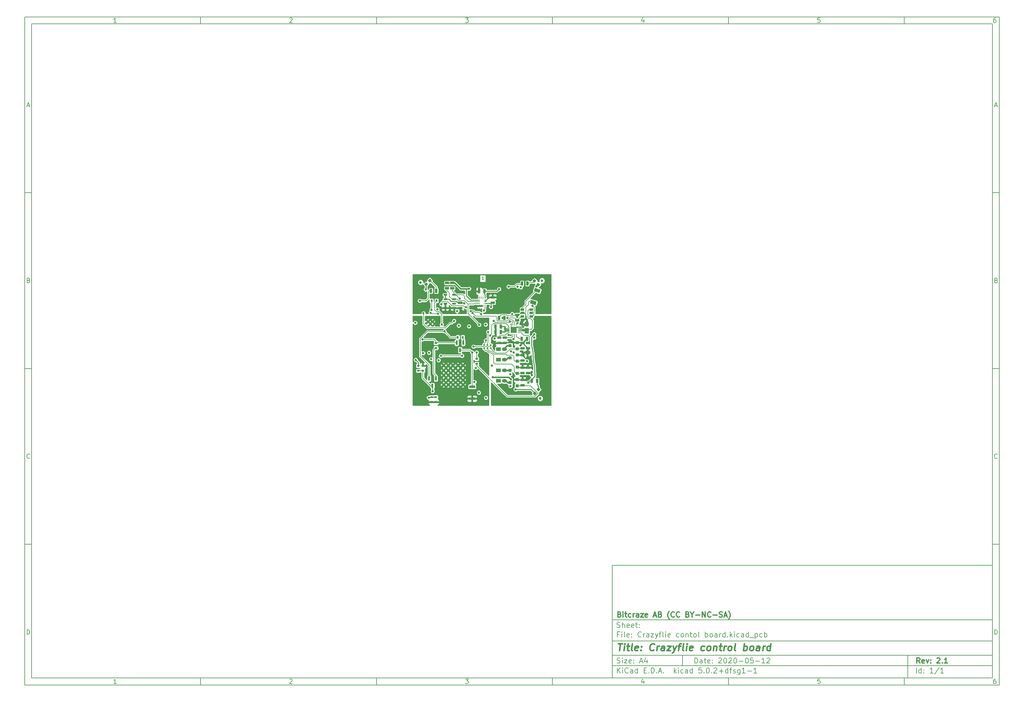
<source format=gtl>
G04 #@! TF.GenerationSoftware,KiCad,Pcbnew,5.0.2+dfsg1-1*
G04 #@! TF.CreationDate,2020-05-20T11:42:17+02:00*
G04 #@! TF.ProjectId,Crazyflie contol board,4372617a-7966-46c6-9965-20636f6e746f,2.1*
G04 #@! TF.SameCoordinates,PX85839e8PY6052f5c*
G04 #@! TF.FileFunction,Copper,L1,Top*
G04 #@! TF.FilePolarity,Positive*
%FSLAX46Y46*%
G04 Gerber Fmt 4.6, Leading zero omitted, Abs format (unit mm)*
G04 Created by KiCad (PCBNEW 5.0.2+dfsg1-1) date wo 20 mei 2020 11:42:17 CEST*
%MOMM*%
%LPD*%
G01*
G04 APERTURE LIST*
%ADD10C,0.150000*%
%ADD11C,0.300000*%
%ADD12C,0.400000*%
G04 #@! TA.AperFunction,NonConductor*
%ADD13C,0.200025*%
G04 #@! TD*
G04 #@! TA.AperFunction,NonConductor*
%ADD14C,0.200660*%
G04 #@! TD*
G04 #@! TA.AperFunction,BGAPad,CuDef*
%ADD15C,0.750000*%
G04 #@! TD*
G04 #@! TA.AperFunction,SMDPad,CuDef*
%ADD16R,0.800000X0.600000*%
G04 #@! TD*
G04 #@! TA.AperFunction,SMDPad,CuDef*
%ADD17R,1.000760X0.500380*%
G04 #@! TD*
G04 #@! TA.AperFunction,SMDPad,CuDef*
%ADD18R,1.143000X0.635000*%
G04 #@! TD*
G04 #@! TA.AperFunction,SMDPad,CuDef*
%ADD19R,0.635000X1.143000*%
G04 #@! TD*
G04 #@! TA.AperFunction,ComponentPad*
%ADD20O,1.600200X1.198880*%
G04 #@! TD*
G04 #@! TA.AperFunction,ComponentPad*
%ADD21R,1.399540X1.000760*%
G04 #@! TD*
G04 #@! TA.AperFunction,ComponentPad*
%ADD22O,1.399540X1.000760*%
G04 #@! TD*
G04 #@! TA.AperFunction,SMDPad,CuDef*
%ADD23C,0.797560*%
G04 #@! TD*
G04 #@! TA.AperFunction,Conductor*
%ADD24C,0.150000*%
G04 #@! TD*
G04 #@! TA.AperFunction,SMDPad,CuDef*
%ADD25R,1.000760X0.701040*%
G04 #@! TD*
G04 #@! TA.AperFunction,SMDPad,CuDef*
%ADD26R,0.914400X0.914400*%
G04 #@! TD*
G04 #@! TA.AperFunction,SMDPad,CuDef*
%ADD27R,1.699260X1.699260*%
G04 #@! TD*
G04 #@! TA.AperFunction,SMDPad,CuDef*
%ADD28O,0.800100X0.248920*%
G04 #@! TD*
G04 #@! TA.AperFunction,SMDPad,CuDef*
%ADD29O,0.248920X0.800100*%
G04 #@! TD*
G04 #@! TA.AperFunction,ComponentPad*
%ADD30C,0.381000*%
G04 #@! TD*
G04 #@! TA.AperFunction,ComponentPad*
%ADD31R,1.198880X1.600200*%
G04 #@! TD*
G04 #@! TA.AperFunction,ComponentPad*
%ADD32O,1.198880X1.600200*%
G04 #@! TD*
G04 #@! TA.AperFunction,SMDPad,CuDef*
%ADD33C,1.000760*%
G04 #@! TD*
G04 #@! TA.AperFunction,SMDPad,CuDef*
%ADD34R,0.599440X0.398780*%
G04 #@! TD*
G04 #@! TA.AperFunction,ViaPad*
%ADD35C,0.500000*%
G04 #@! TD*
G04 #@! TA.AperFunction,SMDPad,CuDef*
%ADD36R,1.700000X0.800000*%
G04 #@! TD*
G04 #@! TA.AperFunction,ComponentPad*
%ADD37C,0.380000*%
G04 #@! TD*
G04 #@! TA.AperFunction,SMDPad,CuDef*
%ADD38R,0.600000X0.800000*%
G04 #@! TD*
G04 #@! TA.AperFunction,SMDPad,CuDef*
%ADD39R,0.600000X1.300000*%
G04 #@! TD*
G04 #@! TA.AperFunction,SMDPad,CuDef*
%ADD40R,0.250000X0.675000*%
G04 #@! TD*
G04 #@! TA.AperFunction,SMDPad,CuDef*
%ADD41R,0.675000X0.250000*%
G04 #@! TD*
G04 #@! TA.AperFunction,ViaPad*
%ADD42C,0.635000*%
G04 #@! TD*
G04 #@! TA.AperFunction,Conductor*
%ADD43C,0.203200*%
G04 #@! TD*
G04 #@! TA.AperFunction,Conductor*
%ADD44C,0.304800*%
G04 #@! TD*
G04 #@! TA.AperFunction,Conductor*
%ADD45C,0.254000*%
G04 #@! TD*
G04 #@! TA.AperFunction,Conductor*
%ADD46C,0.177800*%
G04 #@! TD*
G04 #@! TA.AperFunction,Conductor*
%ADD47C,0.381000*%
G04 #@! TD*
G04 #@! TA.AperFunction,Conductor*
%ADD48C,0.152400*%
G04 #@! TD*
G04 APERTURE END LIST*
D10*
X37002480Y-65004100D02*
X37002480Y-97004100D01*
X145002480Y-97004100D01*
X145002480Y-65004100D01*
X37002480Y-65004100D01*
X-129999720Y91003100D02*
X-129999720Y-99004100D01*
X147002480Y-99004100D01*
X147002480Y91003100D01*
X-129999720Y91003100D01*
X-127999720Y89003100D02*
X-127999720Y-97004100D01*
X145002480Y-97004100D01*
X145002480Y89003100D01*
X-127999720Y89003100D01*
X-79999720Y89003100D02*
X-79999720Y91003100D01*
X-29999720Y89003100D02*
X-29999720Y91003100D01*
X20000280Y89003100D02*
X20000280Y91003100D01*
X70000280Y89003100D02*
X70000280Y91003100D01*
X120000280Y89003100D02*
X120000280Y91003100D01*
X-103934244Y89415005D02*
X-104677101Y89415005D01*
X-104305673Y89415005D02*
X-104305673Y90715005D01*
X-104429482Y90529291D01*
X-104553292Y90405481D01*
X-104677101Y90343577D01*
X-54677101Y90591196D02*
X-54615197Y90653100D01*
X-54491387Y90715005D01*
X-54181863Y90715005D01*
X-54058054Y90653100D01*
X-53996149Y90591196D01*
X-53934244Y90467386D01*
X-53934244Y90343577D01*
X-53996149Y90157862D01*
X-54739006Y89415005D01*
X-53934244Y89415005D01*
X-4739006Y90715005D02*
X-3934244Y90715005D01*
X-4367578Y90219767D01*
X-4181863Y90219767D01*
X-4058054Y90157862D01*
X-3996149Y90095958D01*
X-3934244Y89972148D01*
X-3934244Y89662624D01*
X-3996149Y89538815D01*
X-4058054Y89476910D01*
X-4181863Y89415005D01*
X-4553292Y89415005D01*
X-4677101Y89476910D01*
X-4739006Y89538815D01*
X45941946Y90281672D02*
X45941946Y89415005D01*
X45632422Y90776910D02*
X45322899Y89848339D01*
X46127660Y89848339D01*
X96003851Y90715005D02*
X95384803Y90715005D01*
X95322899Y90095958D01*
X95384803Y90157862D01*
X95508613Y90219767D01*
X95818137Y90219767D01*
X95941946Y90157862D01*
X96003851Y90095958D01*
X96065756Y89972148D01*
X96065756Y89662624D01*
X96003851Y89538815D01*
X95941946Y89476910D01*
X95818137Y89415005D01*
X95508613Y89415005D01*
X95384803Y89476910D01*
X95322899Y89538815D01*
X145941946Y90715005D02*
X145694327Y90715005D01*
X145570518Y90653100D01*
X145508613Y90591196D01*
X145384803Y90405481D01*
X145322899Y90157862D01*
X145322899Y89662624D01*
X145384803Y89538815D01*
X145446708Y89476910D01*
X145570518Y89415005D01*
X145818137Y89415005D01*
X145941946Y89476910D01*
X146003851Y89538815D01*
X146065756Y89662624D01*
X146065756Y89972148D01*
X146003851Y90095958D01*
X145941946Y90157862D01*
X145818137Y90219767D01*
X145570518Y90219767D01*
X145446708Y90157862D01*
X145384803Y90095958D01*
X145322899Y89972148D01*
X-79999720Y-97004100D02*
X-79999720Y-99004100D01*
X-29999720Y-97004100D02*
X-29999720Y-99004100D01*
X20000280Y-97004100D02*
X20000280Y-99004100D01*
X70000280Y-97004100D02*
X70000280Y-99004100D01*
X120000280Y-97004100D02*
X120000280Y-99004100D01*
X-103934244Y-98592195D02*
X-104677101Y-98592195D01*
X-104305673Y-98592195D02*
X-104305673Y-97292195D01*
X-104429482Y-97477909D01*
X-104553292Y-97601719D01*
X-104677101Y-97663623D01*
X-54677101Y-97416004D02*
X-54615197Y-97354100D01*
X-54491387Y-97292195D01*
X-54181863Y-97292195D01*
X-54058054Y-97354100D01*
X-53996149Y-97416004D01*
X-53934244Y-97539814D01*
X-53934244Y-97663623D01*
X-53996149Y-97849338D01*
X-54739006Y-98592195D01*
X-53934244Y-98592195D01*
X-4739006Y-97292195D02*
X-3934244Y-97292195D01*
X-4367578Y-97787433D01*
X-4181863Y-97787433D01*
X-4058054Y-97849338D01*
X-3996149Y-97911242D01*
X-3934244Y-98035052D01*
X-3934244Y-98344576D01*
X-3996149Y-98468385D01*
X-4058054Y-98530290D01*
X-4181863Y-98592195D01*
X-4553292Y-98592195D01*
X-4677101Y-98530290D01*
X-4739006Y-98468385D01*
X45941946Y-97725528D02*
X45941946Y-98592195D01*
X45632422Y-97230290D02*
X45322899Y-98158861D01*
X46127660Y-98158861D01*
X96003851Y-97292195D02*
X95384803Y-97292195D01*
X95322899Y-97911242D01*
X95384803Y-97849338D01*
X95508613Y-97787433D01*
X95818137Y-97787433D01*
X95941946Y-97849338D01*
X96003851Y-97911242D01*
X96065756Y-98035052D01*
X96065756Y-98344576D01*
X96003851Y-98468385D01*
X95941946Y-98530290D01*
X95818137Y-98592195D01*
X95508613Y-98592195D01*
X95384803Y-98530290D01*
X95322899Y-98468385D01*
X145941946Y-97292195D02*
X145694327Y-97292195D01*
X145570518Y-97354100D01*
X145508613Y-97416004D01*
X145384803Y-97601719D01*
X145322899Y-97849338D01*
X145322899Y-98344576D01*
X145384803Y-98468385D01*
X145446708Y-98530290D01*
X145570518Y-98592195D01*
X145818137Y-98592195D01*
X145941946Y-98530290D01*
X146003851Y-98468385D01*
X146065756Y-98344576D01*
X146065756Y-98035052D01*
X146003851Y-97911242D01*
X145941946Y-97849338D01*
X145818137Y-97787433D01*
X145570518Y-97787433D01*
X145446708Y-97849338D01*
X145384803Y-97911242D01*
X145322899Y-98035052D01*
X-129999720Y41003100D02*
X-127999720Y41003100D01*
X-129999720Y-8996900D02*
X-127999720Y-8996900D01*
X-129999720Y-58996900D02*
X-127999720Y-58996900D01*
X-129309244Y65786434D02*
X-128690197Y65786434D01*
X-129433054Y65415005D02*
X-128999720Y66715005D01*
X-128566387Y65415005D01*
X-128906863Y16095958D02*
X-128721149Y16034053D01*
X-128659244Y15972148D01*
X-128597340Y15848339D01*
X-128597340Y15662624D01*
X-128659244Y15538815D01*
X-128721149Y15476910D01*
X-128844959Y15415005D01*
X-129340197Y15415005D01*
X-129340197Y16715005D01*
X-128906863Y16715005D01*
X-128783054Y16653100D01*
X-128721149Y16591196D01*
X-128659244Y16467386D01*
X-128659244Y16343577D01*
X-128721149Y16219767D01*
X-128783054Y16157862D01*
X-128906863Y16095958D01*
X-129340197Y16095958D01*
X-128597340Y-34461185D02*
X-128659244Y-34523090D01*
X-128844959Y-34584995D01*
X-128968768Y-34584995D01*
X-129154482Y-34523090D01*
X-129278292Y-34399280D01*
X-129340197Y-34275471D01*
X-129402101Y-34027852D01*
X-129402101Y-33842138D01*
X-129340197Y-33594519D01*
X-129278292Y-33470709D01*
X-129154482Y-33346900D01*
X-128968768Y-33284995D01*
X-128844959Y-33284995D01*
X-128659244Y-33346900D01*
X-128597340Y-33408804D01*
X-129340197Y-84584995D02*
X-129340197Y-83284995D01*
X-129030673Y-83284995D01*
X-128844959Y-83346900D01*
X-128721149Y-83470709D01*
X-128659244Y-83594519D01*
X-128597340Y-83842138D01*
X-128597340Y-84027852D01*
X-128659244Y-84275471D01*
X-128721149Y-84399280D01*
X-128844959Y-84523090D01*
X-129030673Y-84584995D01*
X-129340197Y-84584995D01*
X147002480Y41003100D02*
X145002480Y41003100D01*
X147002480Y-8996900D02*
X145002480Y-8996900D01*
X147002480Y-58996900D02*
X145002480Y-58996900D01*
X145692956Y65786434D02*
X146312003Y65786434D01*
X145569146Y65415005D02*
X146002480Y66715005D01*
X146435813Y65415005D01*
X146095337Y16095958D02*
X146281051Y16034053D01*
X146342956Y15972148D01*
X146404860Y15848339D01*
X146404860Y15662624D01*
X146342956Y15538815D01*
X146281051Y15476910D01*
X146157241Y15415005D01*
X145662003Y15415005D01*
X145662003Y16715005D01*
X146095337Y16715005D01*
X146219146Y16653100D01*
X146281051Y16591196D01*
X146342956Y16467386D01*
X146342956Y16343577D01*
X146281051Y16219767D01*
X146219146Y16157862D01*
X146095337Y16095958D01*
X145662003Y16095958D01*
X146404860Y-34461185D02*
X146342956Y-34523090D01*
X146157241Y-34584995D01*
X146033432Y-34584995D01*
X145847718Y-34523090D01*
X145723908Y-34399280D01*
X145662003Y-34275471D01*
X145600099Y-34027852D01*
X145600099Y-33842138D01*
X145662003Y-33594519D01*
X145723908Y-33470709D01*
X145847718Y-33346900D01*
X146033432Y-33284995D01*
X146157241Y-33284995D01*
X146342956Y-33346900D01*
X146404860Y-33408804D01*
X145662003Y-84584995D02*
X145662003Y-83284995D01*
X145971527Y-83284995D01*
X146157241Y-83346900D01*
X146281051Y-83470709D01*
X146342956Y-83594519D01*
X146404860Y-83842138D01*
X146404860Y-84027852D01*
X146342956Y-84275471D01*
X146281051Y-84399280D01*
X146157241Y-84523090D01*
X145971527Y-84584995D01*
X145662003Y-84584995D01*
X60434622Y-92782671D02*
X60434622Y-91282671D01*
X60791765Y-91282671D01*
X61006051Y-91354100D01*
X61148908Y-91496957D01*
X61220337Y-91639814D01*
X61291765Y-91925528D01*
X61291765Y-92139814D01*
X61220337Y-92425528D01*
X61148908Y-92568385D01*
X61006051Y-92711242D01*
X60791765Y-92782671D01*
X60434622Y-92782671D01*
X62577480Y-92782671D02*
X62577480Y-91996957D01*
X62506051Y-91854100D01*
X62363194Y-91782671D01*
X62077480Y-91782671D01*
X61934622Y-91854100D01*
X62577480Y-92711242D02*
X62434622Y-92782671D01*
X62077480Y-92782671D01*
X61934622Y-92711242D01*
X61863194Y-92568385D01*
X61863194Y-92425528D01*
X61934622Y-92282671D01*
X62077480Y-92211242D01*
X62434622Y-92211242D01*
X62577480Y-92139814D01*
X63077480Y-91782671D02*
X63648908Y-91782671D01*
X63291765Y-91282671D02*
X63291765Y-92568385D01*
X63363194Y-92711242D01*
X63506051Y-92782671D01*
X63648908Y-92782671D01*
X64720337Y-92711242D02*
X64577480Y-92782671D01*
X64291765Y-92782671D01*
X64148908Y-92711242D01*
X64077480Y-92568385D01*
X64077480Y-91996957D01*
X64148908Y-91854100D01*
X64291765Y-91782671D01*
X64577480Y-91782671D01*
X64720337Y-91854100D01*
X64791765Y-91996957D01*
X64791765Y-92139814D01*
X64077480Y-92282671D01*
X65434622Y-92639814D02*
X65506051Y-92711242D01*
X65434622Y-92782671D01*
X65363194Y-92711242D01*
X65434622Y-92639814D01*
X65434622Y-92782671D01*
X65434622Y-91854100D02*
X65506051Y-91925528D01*
X65434622Y-91996957D01*
X65363194Y-91925528D01*
X65434622Y-91854100D01*
X65434622Y-91996957D01*
X67220337Y-91425528D02*
X67291765Y-91354100D01*
X67434622Y-91282671D01*
X67791765Y-91282671D01*
X67934622Y-91354100D01*
X68006051Y-91425528D01*
X68077480Y-91568385D01*
X68077480Y-91711242D01*
X68006051Y-91925528D01*
X67148908Y-92782671D01*
X68077480Y-92782671D01*
X69006051Y-91282671D02*
X69148908Y-91282671D01*
X69291765Y-91354100D01*
X69363194Y-91425528D01*
X69434622Y-91568385D01*
X69506051Y-91854100D01*
X69506051Y-92211242D01*
X69434622Y-92496957D01*
X69363194Y-92639814D01*
X69291765Y-92711242D01*
X69148908Y-92782671D01*
X69006051Y-92782671D01*
X68863194Y-92711242D01*
X68791765Y-92639814D01*
X68720337Y-92496957D01*
X68648908Y-92211242D01*
X68648908Y-91854100D01*
X68720337Y-91568385D01*
X68791765Y-91425528D01*
X68863194Y-91354100D01*
X69006051Y-91282671D01*
X70077480Y-91425528D02*
X70148908Y-91354100D01*
X70291765Y-91282671D01*
X70648908Y-91282671D01*
X70791765Y-91354100D01*
X70863194Y-91425528D01*
X70934622Y-91568385D01*
X70934622Y-91711242D01*
X70863194Y-91925528D01*
X70006051Y-92782671D01*
X70934622Y-92782671D01*
X71863194Y-91282671D02*
X72006051Y-91282671D01*
X72148908Y-91354100D01*
X72220337Y-91425528D01*
X72291765Y-91568385D01*
X72363194Y-91854100D01*
X72363194Y-92211242D01*
X72291765Y-92496957D01*
X72220337Y-92639814D01*
X72148908Y-92711242D01*
X72006051Y-92782671D01*
X71863194Y-92782671D01*
X71720337Y-92711242D01*
X71648908Y-92639814D01*
X71577480Y-92496957D01*
X71506051Y-92211242D01*
X71506051Y-91854100D01*
X71577480Y-91568385D01*
X71648908Y-91425528D01*
X71720337Y-91354100D01*
X71863194Y-91282671D01*
X73006051Y-92211242D02*
X74148908Y-92211242D01*
X75148908Y-91282671D02*
X75291765Y-91282671D01*
X75434622Y-91354100D01*
X75506051Y-91425528D01*
X75577480Y-91568385D01*
X75648908Y-91854100D01*
X75648908Y-92211242D01*
X75577480Y-92496957D01*
X75506051Y-92639814D01*
X75434622Y-92711242D01*
X75291765Y-92782671D01*
X75148908Y-92782671D01*
X75006051Y-92711242D01*
X74934622Y-92639814D01*
X74863194Y-92496957D01*
X74791765Y-92211242D01*
X74791765Y-91854100D01*
X74863194Y-91568385D01*
X74934622Y-91425528D01*
X75006051Y-91354100D01*
X75148908Y-91282671D01*
X77006051Y-91282671D02*
X76291765Y-91282671D01*
X76220337Y-91996957D01*
X76291765Y-91925528D01*
X76434622Y-91854100D01*
X76791765Y-91854100D01*
X76934622Y-91925528D01*
X77006051Y-91996957D01*
X77077480Y-92139814D01*
X77077480Y-92496957D01*
X77006051Y-92639814D01*
X76934622Y-92711242D01*
X76791765Y-92782671D01*
X76434622Y-92782671D01*
X76291765Y-92711242D01*
X76220337Y-92639814D01*
X77720337Y-92211242D02*
X78863194Y-92211242D01*
X80363194Y-92782671D02*
X79506051Y-92782671D01*
X79934622Y-92782671D02*
X79934622Y-91282671D01*
X79791765Y-91496957D01*
X79648908Y-91639814D01*
X79506051Y-91711242D01*
X80934622Y-91425528D02*
X81006051Y-91354100D01*
X81148908Y-91282671D01*
X81506051Y-91282671D01*
X81648908Y-91354100D01*
X81720337Y-91425528D01*
X81791765Y-91568385D01*
X81791765Y-91711242D01*
X81720337Y-91925528D01*
X80863194Y-92782671D01*
X81791765Y-92782671D01*
X37002480Y-93504100D02*
X145002480Y-93504100D01*
X38434622Y-95582671D02*
X38434622Y-94082671D01*
X39291765Y-95582671D02*
X38648908Y-94725528D01*
X39291765Y-94082671D02*
X38434622Y-94939814D01*
X39934622Y-95582671D02*
X39934622Y-94582671D01*
X39934622Y-94082671D02*
X39863194Y-94154100D01*
X39934622Y-94225528D01*
X40006051Y-94154100D01*
X39934622Y-94082671D01*
X39934622Y-94225528D01*
X41506051Y-95439814D02*
X41434622Y-95511242D01*
X41220337Y-95582671D01*
X41077480Y-95582671D01*
X40863194Y-95511242D01*
X40720337Y-95368385D01*
X40648908Y-95225528D01*
X40577480Y-94939814D01*
X40577480Y-94725528D01*
X40648908Y-94439814D01*
X40720337Y-94296957D01*
X40863194Y-94154100D01*
X41077480Y-94082671D01*
X41220337Y-94082671D01*
X41434622Y-94154100D01*
X41506051Y-94225528D01*
X42791765Y-95582671D02*
X42791765Y-94796957D01*
X42720337Y-94654100D01*
X42577480Y-94582671D01*
X42291765Y-94582671D01*
X42148908Y-94654100D01*
X42791765Y-95511242D02*
X42648908Y-95582671D01*
X42291765Y-95582671D01*
X42148908Y-95511242D01*
X42077480Y-95368385D01*
X42077480Y-95225528D01*
X42148908Y-95082671D01*
X42291765Y-95011242D01*
X42648908Y-95011242D01*
X42791765Y-94939814D01*
X44148908Y-95582671D02*
X44148908Y-94082671D01*
X44148908Y-95511242D02*
X44006051Y-95582671D01*
X43720337Y-95582671D01*
X43577480Y-95511242D01*
X43506051Y-95439814D01*
X43434622Y-95296957D01*
X43434622Y-94868385D01*
X43506051Y-94725528D01*
X43577480Y-94654100D01*
X43720337Y-94582671D01*
X44006051Y-94582671D01*
X44148908Y-94654100D01*
X46006051Y-94796957D02*
X46506051Y-94796957D01*
X46720337Y-95582671D02*
X46006051Y-95582671D01*
X46006051Y-94082671D01*
X46720337Y-94082671D01*
X47363194Y-95439814D02*
X47434622Y-95511242D01*
X47363194Y-95582671D01*
X47291765Y-95511242D01*
X47363194Y-95439814D01*
X47363194Y-95582671D01*
X48077480Y-95582671D02*
X48077480Y-94082671D01*
X48434622Y-94082671D01*
X48648908Y-94154100D01*
X48791765Y-94296957D01*
X48863194Y-94439814D01*
X48934622Y-94725528D01*
X48934622Y-94939814D01*
X48863194Y-95225528D01*
X48791765Y-95368385D01*
X48648908Y-95511242D01*
X48434622Y-95582671D01*
X48077480Y-95582671D01*
X49577480Y-95439814D02*
X49648908Y-95511242D01*
X49577480Y-95582671D01*
X49506051Y-95511242D01*
X49577480Y-95439814D01*
X49577480Y-95582671D01*
X50220337Y-95154100D02*
X50934622Y-95154100D01*
X50077480Y-95582671D02*
X50577480Y-94082671D01*
X51077480Y-95582671D01*
X51577480Y-95439814D02*
X51648908Y-95511242D01*
X51577480Y-95582671D01*
X51506051Y-95511242D01*
X51577480Y-95439814D01*
X51577480Y-95582671D01*
X54577480Y-95582671D02*
X54577480Y-94082671D01*
X54720337Y-95011242D02*
X55148908Y-95582671D01*
X55148908Y-94582671D02*
X54577480Y-95154100D01*
X55791765Y-95582671D02*
X55791765Y-94582671D01*
X55791765Y-94082671D02*
X55720337Y-94154100D01*
X55791765Y-94225528D01*
X55863194Y-94154100D01*
X55791765Y-94082671D01*
X55791765Y-94225528D01*
X57148908Y-95511242D02*
X57006051Y-95582671D01*
X56720337Y-95582671D01*
X56577480Y-95511242D01*
X56506051Y-95439814D01*
X56434622Y-95296957D01*
X56434622Y-94868385D01*
X56506051Y-94725528D01*
X56577480Y-94654100D01*
X56720337Y-94582671D01*
X57006051Y-94582671D01*
X57148908Y-94654100D01*
X58434622Y-95582671D02*
X58434622Y-94796957D01*
X58363194Y-94654100D01*
X58220337Y-94582671D01*
X57934622Y-94582671D01*
X57791765Y-94654100D01*
X58434622Y-95511242D02*
X58291765Y-95582671D01*
X57934622Y-95582671D01*
X57791765Y-95511242D01*
X57720337Y-95368385D01*
X57720337Y-95225528D01*
X57791765Y-95082671D01*
X57934622Y-95011242D01*
X58291765Y-95011242D01*
X58434622Y-94939814D01*
X59791765Y-95582671D02*
X59791765Y-94082671D01*
X59791765Y-95511242D02*
X59648908Y-95582671D01*
X59363194Y-95582671D01*
X59220337Y-95511242D01*
X59148908Y-95439814D01*
X59077480Y-95296957D01*
X59077480Y-94868385D01*
X59148908Y-94725528D01*
X59220337Y-94654100D01*
X59363194Y-94582671D01*
X59648908Y-94582671D01*
X59791765Y-94654100D01*
X62363194Y-94082671D02*
X61648908Y-94082671D01*
X61577480Y-94796957D01*
X61648908Y-94725528D01*
X61791765Y-94654100D01*
X62148908Y-94654100D01*
X62291765Y-94725528D01*
X62363194Y-94796957D01*
X62434622Y-94939814D01*
X62434622Y-95296957D01*
X62363194Y-95439814D01*
X62291765Y-95511242D01*
X62148908Y-95582671D01*
X61791765Y-95582671D01*
X61648908Y-95511242D01*
X61577480Y-95439814D01*
X63077480Y-95439814D02*
X63148908Y-95511242D01*
X63077480Y-95582671D01*
X63006051Y-95511242D01*
X63077480Y-95439814D01*
X63077480Y-95582671D01*
X64077480Y-94082671D02*
X64220337Y-94082671D01*
X64363194Y-94154100D01*
X64434622Y-94225528D01*
X64506051Y-94368385D01*
X64577480Y-94654100D01*
X64577480Y-95011242D01*
X64506051Y-95296957D01*
X64434622Y-95439814D01*
X64363194Y-95511242D01*
X64220337Y-95582671D01*
X64077480Y-95582671D01*
X63934622Y-95511242D01*
X63863194Y-95439814D01*
X63791765Y-95296957D01*
X63720337Y-95011242D01*
X63720337Y-94654100D01*
X63791765Y-94368385D01*
X63863194Y-94225528D01*
X63934622Y-94154100D01*
X64077480Y-94082671D01*
X65220337Y-95439814D02*
X65291765Y-95511242D01*
X65220337Y-95582671D01*
X65148908Y-95511242D01*
X65220337Y-95439814D01*
X65220337Y-95582671D01*
X65863194Y-94225528D02*
X65934622Y-94154100D01*
X66077480Y-94082671D01*
X66434622Y-94082671D01*
X66577480Y-94154100D01*
X66648908Y-94225528D01*
X66720337Y-94368385D01*
X66720337Y-94511242D01*
X66648908Y-94725528D01*
X65791765Y-95582671D01*
X66720337Y-95582671D01*
X67363194Y-95011242D02*
X68506051Y-95011242D01*
X67934622Y-95582671D02*
X67934622Y-94439814D01*
X69863194Y-95582671D02*
X69863194Y-94082671D01*
X69863194Y-95511242D02*
X69720337Y-95582671D01*
X69434622Y-95582671D01*
X69291765Y-95511242D01*
X69220337Y-95439814D01*
X69148908Y-95296957D01*
X69148908Y-94868385D01*
X69220337Y-94725528D01*
X69291765Y-94654100D01*
X69434622Y-94582671D01*
X69720337Y-94582671D01*
X69863194Y-94654100D01*
X70363194Y-94582671D02*
X70934622Y-94582671D01*
X70577480Y-95582671D02*
X70577480Y-94296957D01*
X70648908Y-94154100D01*
X70791765Y-94082671D01*
X70934622Y-94082671D01*
X71363194Y-95511242D02*
X71506051Y-95582671D01*
X71791765Y-95582671D01*
X71934622Y-95511242D01*
X72006051Y-95368385D01*
X72006051Y-95296957D01*
X71934622Y-95154100D01*
X71791765Y-95082671D01*
X71577480Y-95082671D01*
X71434622Y-95011242D01*
X71363194Y-94868385D01*
X71363194Y-94796957D01*
X71434622Y-94654100D01*
X71577480Y-94582671D01*
X71791765Y-94582671D01*
X71934622Y-94654100D01*
X73291765Y-94582671D02*
X73291765Y-95796957D01*
X73220337Y-95939814D01*
X73148908Y-96011242D01*
X73006051Y-96082671D01*
X72791765Y-96082671D01*
X72648908Y-96011242D01*
X73291765Y-95511242D02*
X73148908Y-95582671D01*
X72863194Y-95582671D01*
X72720337Y-95511242D01*
X72648908Y-95439814D01*
X72577480Y-95296957D01*
X72577480Y-94868385D01*
X72648908Y-94725528D01*
X72720337Y-94654100D01*
X72863194Y-94582671D01*
X73148908Y-94582671D01*
X73291765Y-94654100D01*
X74791765Y-95582671D02*
X73934622Y-95582671D01*
X74363194Y-95582671D02*
X74363194Y-94082671D01*
X74220337Y-94296957D01*
X74077480Y-94439814D01*
X73934622Y-94511242D01*
X75434622Y-95011242D02*
X76577480Y-95011242D01*
X78077480Y-95582671D02*
X77220337Y-95582671D01*
X77648908Y-95582671D02*
X77648908Y-94082671D01*
X77506051Y-94296957D01*
X77363194Y-94439814D01*
X77220337Y-94511242D01*
X37002480Y-90504100D02*
X145002480Y-90504100D01*
D11*
X124411765Y-92782671D02*
X123911765Y-92068385D01*
X123554622Y-92782671D02*
X123554622Y-91282671D01*
X124126051Y-91282671D01*
X124268908Y-91354100D01*
X124340337Y-91425528D01*
X124411765Y-91568385D01*
X124411765Y-91782671D01*
X124340337Y-91925528D01*
X124268908Y-91996957D01*
X124126051Y-92068385D01*
X123554622Y-92068385D01*
X125626051Y-92711242D02*
X125483194Y-92782671D01*
X125197480Y-92782671D01*
X125054622Y-92711242D01*
X124983194Y-92568385D01*
X124983194Y-91996957D01*
X125054622Y-91854100D01*
X125197480Y-91782671D01*
X125483194Y-91782671D01*
X125626051Y-91854100D01*
X125697480Y-91996957D01*
X125697480Y-92139814D01*
X124983194Y-92282671D01*
X126197480Y-91782671D02*
X126554622Y-92782671D01*
X126911765Y-91782671D01*
X127483194Y-92639814D02*
X127554622Y-92711242D01*
X127483194Y-92782671D01*
X127411765Y-92711242D01*
X127483194Y-92639814D01*
X127483194Y-92782671D01*
X127483194Y-91854100D02*
X127554622Y-91925528D01*
X127483194Y-91996957D01*
X127411765Y-91925528D01*
X127483194Y-91854100D01*
X127483194Y-91996957D01*
X129268908Y-91425528D02*
X129340337Y-91354100D01*
X129483194Y-91282671D01*
X129840337Y-91282671D01*
X129983194Y-91354100D01*
X130054622Y-91425528D01*
X130126051Y-91568385D01*
X130126051Y-91711242D01*
X130054622Y-91925528D01*
X129197480Y-92782671D01*
X130126051Y-92782671D01*
X130768908Y-92639814D02*
X130840337Y-92711242D01*
X130768908Y-92782671D01*
X130697480Y-92711242D01*
X130768908Y-92639814D01*
X130768908Y-92782671D01*
X132268908Y-92782671D02*
X131411765Y-92782671D01*
X131840337Y-92782671D02*
X131840337Y-91282671D01*
X131697480Y-91496957D01*
X131554622Y-91639814D01*
X131411765Y-91711242D01*
D10*
X38363194Y-92711242D02*
X38577480Y-92782671D01*
X38934622Y-92782671D01*
X39077480Y-92711242D01*
X39148908Y-92639814D01*
X39220337Y-92496957D01*
X39220337Y-92354100D01*
X39148908Y-92211242D01*
X39077480Y-92139814D01*
X38934622Y-92068385D01*
X38648908Y-91996957D01*
X38506051Y-91925528D01*
X38434622Y-91854100D01*
X38363194Y-91711242D01*
X38363194Y-91568385D01*
X38434622Y-91425528D01*
X38506051Y-91354100D01*
X38648908Y-91282671D01*
X39006051Y-91282671D01*
X39220337Y-91354100D01*
X39863194Y-92782671D02*
X39863194Y-91782671D01*
X39863194Y-91282671D02*
X39791765Y-91354100D01*
X39863194Y-91425528D01*
X39934622Y-91354100D01*
X39863194Y-91282671D01*
X39863194Y-91425528D01*
X40434622Y-91782671D02*
X41220337Y-91782671D01*
X40434622Y-92782671D01*
X41220337Y-92782671D01*
X42363194Y-92711242D02*
X42220337Y-92782671D01*
X41934622Y-92782671D01*
X41791765Y-92711242D01*
X41720337Y-92568385D01*
X41720337Y-91996957D01*
X41791765Y-91854100D01*
X41934622Y-91782671D01*
X42220337Y-91782671D01*
X42363194Y-91854100D01*
X42434622Y-91996957D01*
X42434622Y-92139814D01*
X41720337Y-92282671D01*
X43077480Y-92639814D02*
X43148908Y-92711242D01*
X43077480Y-92782671D01*
X43006051Y-92711242D01*
X43077480Y-92639814D01*
X43077480Y-92782671D01*
X43077480Y-91854100D02*
X43148908Y-91925528D01*
X43077480Y-91996957D01*
X43006051Y-91925528D01*
X43077480Y-91854100D01*
X43077480Y-91996957D01*
X44863194Y-92354100D02*
X45577480Y-92354100D01*
X44720337Y-92782671D02*
X45220337Y-91282671D01*
X45720337Y-92782671D01*
X46863194Y-91782671D02*
X46863194Y-92782671D01*
X46506051Y-91211242D02*
X46148908Y-92282671D01*
X47077480Y-92282671D01*
X123434622Y-95582671D02*
X123434622Y-94082671D01*
X124791765Y-95582671D02*
X124791765Y-94082671D01*
X124791765Y-95511242D02*
X124648908Y-95582671D01*
X124363194Y-95582671D01*
X124220337Y-95511242D01*
X124148908Y-95439814D01*
X124077480Y-95296957D01*
X124077480Y-94868385D01*
X124148908Y-94725528D01*
X124220337Y-94654100D01*
X124363194Y-94582671D01*
X124648908Y-94582671D01*
X124791765Y-94654100D01*
X125506051Y-95439814D02*
X125577480Y-95511242D01*
X125506051Y-95582671D01*
X125434622Y-95511242D01*
X125506051Y-95439814D01*
X125506051Y-95582671D01*
X125506051Y-94654100D02*
X125577480Y-94725528D01*
X125506051Y-94796957D01*
X125434622Y-94725528D01*
X125506051Y-94654100D01*
X125506051Y-94796957D01*
X128148908Y-95582671D02*
X127291765Y-95582671D01*
X127720337Y-95582671D02*
X127720337Y-94082671D01*
X127577480Y-94296957D01*
X127434622Y-94439814D01*
X127291765Y-94511242D01*
X129863194Y-94011242D02*
X128577480Y-95939814D01*
X131148908Y-95582671D02*
X130291765Y-95582671D01*
X130720337Y-95582671D02*
X130720337Y-94082671D01*
X130577480Y-94296957D01*
X130434622Y-94439814D01*
X130291765Y-94511242D01*
X37002480Y-86504100D02*
X145002480Y-86504100D01*
D12*
X38714860Y-87208861D02*
X39857718Y-87208861D01*
X39036289Y-89208861D02*
X39286289Y-87208861D01*
X40274384Y-89208861D02*
X40441051Y-87875528D01*
X40524384Y-87208861D02*
X40417241Y-87304100D01*
X40500575Y-87399338D01*
X40607718Y-87304100D01*
X40524384Y-87208861D01*
X40500575Y-87399338D01*
X41107718Y-87875528D02*
X41869622Y-87875528D01*
X41476765Y-87208861D02*
X41262480Y-88923147D01*
X41333908Y-89113623D01*
X41512480Y-89208861D01*
X41702956Y-89208861D01*
X42655337Y-89208861D02*
X42476765Y-89113623D01*
X42405337Y-88923147D01*
X42619622Y-87208861D01*
X44191051Y-89113623D02*
X43988670Y-89208861D01*
X43607718Y-89208861D01*
X43429146Y-89113623D01*
X43357718Y-88923147D01*
X43452956Y-88161242D01*
X43572003Y-87970766D01*
X43774384Y-87875528D01*
X44155337Y-87875528D01*
X44333908Y-87970766D01*
X44405337Y-88161242D01*
X44381527Y-88351719D01*
X43405337Y-88542195D01*
X45155337Y-89018385D02*
X45238670Y-89113623D01*
X45131527Y-89208861D01*
X45048194Y-89113623D01*
X45155337Y-89018385D01*
X45131527Y-89208861D01*
X45286289Y-87970766D02*
X45369622Y-88066004D01*
X45262480Y-88161242D01*
X45179146Y-88066004D01*
X45286289Y-87970766D01*
X45262480Y-88161242D01*
X48774384Y-89018385D02*
X48667241Y-89113623D01*
X48369622Y-89208861D01*
X48179146Y-89208861D01*
X47905337Y-89113623D01*
X47738670Y-88923147D01*
X47667241Y-88732671D01*
X47619622Y-88351719D01*
X47655337Y-88066004D01*
X47798194Y-87685052D01*
X47917241Y-87494576D01*
X48131527Y-87304100D01*
X48429146Y-87208861D01*
X48619622Y-87208861D01*
X48893432Y-87304100D01*
X48976765Y-87399338D01*
X49607718Y-89208861D02*
X49774384Y-87875528D01*
X49726765Y-88256480D02*
X49845813Y-88066004D01*
X49952956Y-87970766D01*
X50155337Y-87875528D01*
X50345813Y-87875528D01*
X51702956Y-89208861D02*
X51833908Y-88161242D01*
X51762480Y-87970766D01*
X51583908Y-87875528D01*
X51202956Y-87875528D01*
X51000575Y-87970766D01*
X51714860Y-89113623D02*
X51512480Y-89208861D01*
X51036289Y-89208861D01*
X50857718Y-89113623D01*
X50786289Y-88923147D01*
X50810099Y-88732671D01*
X50929146Y-88542195D01*
X51131527Y-88446957D01*
X51607718Y-88446957D01*
X51810099Y-88351719D01*
X52631527Y-87875528D02*
X53679146Y-87875528D01*
X52464860Y-89208861D01*
X53512480Y-89208861D01*
X54250575Y-87875528D02*
X54560099Y-89208861D01*
X55202956Y-87875528D02*
X54560099Y-89208861D01*
X54310099Y-89685052D01*
X54202956Y-89780290D01*
X54000575Y-89875528D01*
X55679146Y-87875528D02*
X56441051Y-87875528D01*
X55798194Y-89208861D02*
X56012480Y-87494576D01*
X56131527Y-87304100D01*
X56333908Y-87208861D01*
X56524384Y-87208861D01*
X57226765Y-89208861D02*
X57048194Y-89113623D01*
X56976765Y-88923147D01*
X57191051Y-87208861D01*
X57988670Y-89208861D02*
X58155337Y-87875528D01*
X58238670Y-87208861D02*
X58131527Y-87304100D01*
X58214860Y-87399338D01*
X58322003Y-87304100D01*
X58238670Y-87208861D01*
X58214860Y-87399338D01*
X59714860Y-89113623D02*
X59512480Y-89208861D01*
X59131527Y-89208861D01*
X58952956Y-89113623D01*
X58881527Y-88923147D01*
X58976765Y-88161242D01*
X59095813Y-87970766D01*
X59298194Y-87875528D01*
X59679146Y-87875528D01*
X59857718Y-87970766D01*
X59929146Y-88161242D01*
X59905337Y-88351719D01*
X58929146Y-88542195D01*
X63048194Y-89113623D02*
X62845813Y-89208861D01*
X62464860Y-89208861D01*
X62286289Y-89113623D01*
X62202956Y-89018385D01*
X62131527Y-88827909D01*
X62202956Y-88256480D01*
X62322003Y-88066004D01*
X62429146Y-87970766D01*
X62631527Y-87875528D01*
X63012480Y-87875528D01*
X63191051Y-87970766D01*
X64179146Y-89208861D02*
X64000575Y-89113623D01*
X63917241Y-89018385D01*
X63845813Y-88827909D01*
X63917241Y-88256480D01*
X64036289Y-88066004D01*
X64143432Y-87970766D01*
X64345813Y-87875528D01*
X64631527Y-87875528D01*
X64810099Y-87970766D01*
X64893432Y-88066004D01*
X64964860Y-88256480D01*
X64893432Y-88827909D01*
X64774384Y-89018385D01*
X64667241Y-89113623D01*
X64464860Y-89208861D01*
X64179146Y-89208861D01*
X65869622Y-87875528D02*
X65702956Y-89208861D01*
X65845813Y-88066004D02*
X65952956Y-87970766D01*
X66155337Y-87875528D01*
X66441051Y-87875528D01*
X66619622Y-87970766D01*
X66691051Y-88161242D01*
X66560099Y-89208861D01*
X67393432Y-87875528D02*
X68155337Y-87875528D01*
X67762480Y-87208861D02*
X67548194Y-88923147D01*
X67619622Y-89113623D01*
X67798194Y-89208861D01*
X67988670Y-89208861D01*
X68655337Y-89208861D02*
X68822003Y-87875528D01*
X68774384Y-88256480D02*
X68893432Y-88066004D01*
X69000575Y-87970766D01*
X69202956Y-87875528D01*
X69393432Y-87875528D01*
X70179146Y-89208861D02*
X70000575Y-89113623D01*
X69917241Y-89018385D01*
X69845813Y-88827909D01*
X69917241Y-88256480D01*
X70036289Y-88066004D01*
X70143432Y-87970766D01*
X70345813Y-87875528D01*
X70631527Y-87875528D01*
X70810099Y-87970766D01*
X70893432Y-88066004D01*
X70964860Y-88256480D01*
X70893432Y-88827909D01*
X70774384Y-89018385D01*
X70667241Y-89113623D01*
X70464860Y-89208861D01*
X70179146Y-89208861D01*
X71988670Y-89208861D02*
X71810099Y-89113623D01*
X71738670Y-88923147D01*
X71952956Y-87208861D01*
X74274384Y-89208861D02*
X74524384Y-87208861D01*
X74429146Y-87970766D02*
X74631527Y-87875528D01*
X75012480Y-87875528D01*
X75191051Y-87970766D01*
X75274384Y-88066004D01*
X75345813Y-88256480D01*
X75274384Y-88827909D01*
X75155337Y-89018385D01*
X75048194Y-89113623D01*
X74845813Y-89208861D01*
X74464860Y-89208861D01*
X74286289Y-89113623D01*
X76369622Y-89208861D02*
X76191051Y-89113623D01*
X76107718Y-89018385D01*
X76036289Y-88827909D01*
X76107718Y-88256480D01*
X76226765Y-88066004D01*
X76333908Y-87970766D01*
X76536289Y-87875528D01*
X76822003Y-87875528D01*
X77000575Y-87970766D01*
X77083908Y-88066004D01*
X77155337Y-88256480D01*
X77083908Y-88827909D01*
X76964860Y-89018385D01*
X76857718Y-89113623D01*
X76655337Y-89208861D01*
X76369622Y-89208861D01*
X78750575Y-89208861D02*
X78881527Y-88161242D01*
X78810099Y-87970766D01*
X78631527Y-87875528D01*
X78250575Y-87875528D01*
X78048194Y-87970766D01*
X78762480Y-89113623D02*
X78560099Y-89208861D01*
X78083908Y-89208861D01*
X77905337Y-89113623D01*
X77833908Y-88923147D01*
X77857718Y-88732671D01*
X77976765Y-88542195D01*
X78179146Y-88446957D01*
X78655337Y-88446957D01*
X78857718Y-88351719D01*
X79702956Y-89208861D02*
X79869622Y-87875528D01*
X79822003Y-88256480D02*
X79941051Y-88066004D01*
X80048194Y-87970766D01*
X80250575Y-87875528D01*
X80441051Y-87875528D01*
X81798194Y-89208861D02*
X82048194Y-87208861D01*
X81810099Y-89113623D02*
X81607718Y-89208861D01*
X81226765Y-89208861D01*
X81048194Y-89113623D01*
X80964860Y-89018385D01*
X80893432Y-88827909D01*
X80964860Y-88256480D01*
X81083908Y-88066004D01*
X81191051Y-87970766D01*
X81393432Y-87875528D01*
X81774384Y-87875528D01*
X81952956Y-87970766D01*
D10*
X38934622Y-84596957D02*
X38434622Y-84596957D01*
X38434622Y-85382671D02*
X38434622Y-83882671D01*
X39148908Y-83882671D01*
X39720337Y-85382671D02*
X39720337Y-84382671D01*
X39720337Y-83882671D02*
X39648908Y-83954100D01*
X39720337Y-84025528D01*
X39791765Y-83954100D01*
X39720337Y-83882671D01*
X39720337Y-84025528D01*
X40648908Y-85382671D02*
X40506051Y-85311242D01*
X40434622Y-85168385D01*
X40434622Y-83882671D01*
X41791765Y-85311242D02*
X41648908Y-85382671D01*
X41363194Y-85382671D01*
X41220337Y-85311242D01*
X41148908Y-85168385D01*
X41148908Y-84596957D01*
X41220337Y-84454100D01*
X41363194Y-84382671D01*
X41648908Y-84382671D01*
X41791765Y-84454100D01*
X41863194Y-84596957D01*
X41863194Y-84739814D01*
X41148908Y-84882671D01*
X42506051Y-85239814D02*
X42577480Y-85311242D01*
X42506051Y-85382671D01*
X42434622Y-85311242D01*
X42506051Y-85239814D01*
X42506051Y-85382671D01*
X42506051Y-84454100D02*
X42577480Y-84525528D01*
X42506051Y-84596957D01*
X42434622Y-84525528D01*
X42506051Y-84454100D01*
X42506051Y-84596957D01*
X45220337Y-85239814D02*
X45148908Y-85311242D01*
X44934622Y-85382671D01*
X44791765Y-85382671D01*
X44577480Y-85311242D01*
X44434622Y-85168385D01*
X44363194Y-85025528D01*
X44291765Y-84739814D01*
X44291765Y-84525528D01*
X44363194Y-84239814D01*
X44434622Y-84096957D01*
X44577480Y-83954100D01*
X44791765Y-83882671D01*
X44934622Y-83882671D01*
X45148908Y-83954100D01*
X45220337Y-84025528D01*
X45863194Y-85382671D02*
X45863194Y-84382671D01*
X45863194Y-84668385D02*
X45934622Y-84525528D01*
X46006051Y-84454100D01*
X46148908Y-84382671D01*
X46291765Y-84382671D01*
X47434622Y-85382671D02*
X47434622Y-84596957D01*
X47363194Y-84454100D01*
X47220337Y-84382671D01*
X46934622Y-84382671D01*
X46791765Y-84454100D01*
X47434622Y-85311242D02*
X47291765Y-85382671D01*
X46934622Y-85382671D01*
X46791765Y-85311242D01*
X46720337Y-85168385D01*
X46720337Y-85025528D01*
X46791765Y-84882671D01*
X46934622Y-84811242D01*
X47291765Y-84811242D01*
X47434622Y-84739814D01*
X48006051Y-84382671D02*
X48791765Y-84382671D01*
X48006051Y-85382671D01*
X48791765Y-85382671D01*
X49220337Y-84382671D02*
X49577480Y-85382671D01*
X49934622Y-84382671D02*
X49577480Y-85382671D01*
X49434622Y-85739814D01*
X49363194Y-85811242D01*
X49220337Y-85882671D01*
X50291765Y-84382671D02*
X50863194Y-84382671D01*
X50506051Y-85382671D02*
X50506051Y-84096957D01*
X50577480Y-83954100D01*
X50720337Y-83882671D01*
X50863194Y-83882671D01*
X51577480Y-85382671D02*
X51434622Y-85311242D01*
X51363194Y-85168385D01*
X51363194Y-83882671D01*
X52148908Y-85382671D02*
X52148908Y-84382671D01*
X52148908Y-83882671D02*
X52077480Y-83954100D01*
X52148908Y-84025528D01*
X52220337Y-83954100D01*
X52148908Y-83882671D01*
X52148908Y-84025528D01*
X53434622Y-85311242D02*
X53291765Y-85382671D01*
X53006051Y-85382671D01*
X52863194Y-85311242D01*
X52791765Y-85168385D01*
X52791765Y-84596957D01*
X52863194Y-84454100D01*
X53006051Y-84382671D01*
X53291765Y-84382671D01*
X53434622Y-84454100D01*
X53506051Y-84596957D01*
X53506051Y-84739814D01*
X52791765Y-84882671D01*
X55934622Y-85311242D02*
X55791765Y-85382671D01*
X55506051Y-85382671D01*
X55363194Y-85311242D01*
X55291765Y-85239814D01*
X55220337Y-85096957D01*
X55220337Y-84668385D01*
X55291765Y-84525528D01*
X55363194Y-84454100D01*
X55506051Y-84382671D01*
X55791765Y-84382671D01*
X55934622Y-84454100D01*
X56791765Y-85382671D02*
X56648908Y-85311242D01*
X56577480Y-85239814D01*
X56506051Y-85096957D01*
X56506051Y-84668385D01*
X56577480Y-84525528D01*
X56648908Y-84454100D01*
X56791765Y-84382671D01*
X57006051Y-84382671D01*
X57148908Y-84454100D01*
X57220337Y-84525528D01*
X57291765Y-84668385D01*
X57291765Y-85096957D01*
X57220337Y-85239814D01*
X57148908Y-85311242D01*
X57006051Y-85382671D01*
X56791765Y-85382671D01*
X57934622Y-84382671D02*
X57934622Y-85382671D01*
X57934622Y-84525528D02*
X58006051Y-84454100D01*
X58148908Y-84382671D01*
X58363194Y-84382671D01*
X58506051Y-84454100D01*
X58577480Y-84596957D01*
X58577480Y-85382671D01*
X59077480Y-84382671D02*
X59648908Y-84382671D01*
X59291765Y-83882671D02*
X59291765Y-85168385D01*
X59363194Y-85311242D01*
X59506051Y-85382671D01*
X59648908Y-85382671D01*
X60363194Y-85382671D02*
X60220337Y-85311242D01*
X60148908Y-85239814D01*
X60077480Y-85096957D01*
X60077480Y-84668385D01*
X60148908Y-84525528D01*
X60220337Y-84454100D01*
X60363194Y-84382671D01*
X60577480Y-84382671D01*
X60720337Y-84454100D01*
X60791765Y-84525528D01*
X60863194Y-84668385D01*
X60863194Y-85096957D01*
X60791765Y-85239814D01*
X60720337Y-85311242D01*
X60577480Y-85382671D01*
X60363194Y-85382671D01*
X61720337Y-85382671D02*
X61577480Y-85311242D01*
X61506051Y-85168385D01*
X61506051Y-83882671D01*
X63434622Y-85382671D02*
X63434622Y-83882671D01*
X63434622Y-84454100D02*
X63577480Y-84382671D01*
X63863194Y-84382671D01*
X64006051Y-84454100D01*
X64077480Y-84525528D01*
X64148908Y-84668385D01*
X64148908Y-85096957D01*
X64077480Y-85239814D01*
X64006051Y-85311242D01*
X63863194Y-85382671D01*
X63577480Y-85382671D01*
X63434622Y-85311242D01*
X65006051Y-85382671D02*
X64863194Y-85311242D01*
X64791765Y-85239814D01*
X64720337Y-85096957D01*
X64720337Y-84668385D01*
X64791765Y-84525528D01*
X64863194Y-84454100D01*
X65006051Y-84382671D01*
X65220337Y-84382671D01*
X65363194Y-84454100D01*
X65434622Y-84525528D01*
X65506051Y-84668385D01*
X65506051Y-85096957D01*
X65434622Y-85239814D01*
X65363194Y-85311242D01*
X65220337Y-85382671D01*
X65006051Y-85382671D01*
X66791765Y-85382671D02*
X66791765Y-84596957D01*
X66720337Y-84454100D01*
X66577480Y-84382671D01*
X66291765Y-84382671D01*
X66148908Y-84454100D01*
X66791765Y-85311242D02*
X66648908Y-85382671D01*
X66291765Y-85382671D01*
X66148908Y-85311242D01*
X66077480Y-85168385D01*
X66077480Y-85025528D01*
X66148908Y-84882671D01*
X66291765Y-84811242D01*
X66648908Y-84811242D01*
X66791765Y-84739814D01*
X67506051Y-85382671D02*
X67506051Y-84382671D01*
X67506051Y-84668385D02*
X67577480Y-84525528D01*
X67648908Y-84454100D01*
X67791765Y-84382671D01*
X67934622Y-84382671D01*
X69077480Y-85382671D02*
X69077480Y-83882671D01*
X69077480Y-85311242D02*
X68934622Y-85382671D01*
X68648908Y-85382671D01*
X68506051Y-85311242D01*
X68434622Y-85239814D01*
X68363194Y-85096957D01*
X68363194Y-84668385D01*
X68434622Y-84525528D01*
X68506051Y-84454100D01*
X68648908Y-84382671D01*
X68934622Y-84382671D01*
X69077480Y-84454100D01*
X69791765Y-85239814D02*
X69863194Y-85311242D01*
X69791765Y-85382671D01*
X69720337Y-85311242D01*
X69791765Y-85239814D01*
X69791765Y-85382671D01*
X70506051Y-85382671D02*
X70506051Y-83882671D01*
X70648908Y-84811242D02*
X71077480Y-85382671D01*
X71077480Y-84382671D02*
X70506051Y-84954100D01*
X71720337Y-85382671D02*
X71720337Y-84382671D01*
X71720337Y-83882671D02*
X71648908Y-83954100D01*
X71720337Y-84025528D01*
X71791765Y-83954100D01*
X71720337Y-83882671D01*
X71720337Y-84025528D01*
X73077480Y-85311242D02*
X72934622Y-85382671D01*
X72648908Y-85382671D01*
X72506051Y-85311242D01*
X72434622Y-85239814D01*
X72363194Y-85096957D01*
X72363194Y-84668385D01*
X72434622Y-84525528D01*
X72506051Y-84454100D01*
X72648908Y-84382671D01*
X72934622Y-84382671D01*
X73077480Y-84454100D01*
X74363194Y-85382671D02*
X74363194Y-84596957D01*
X74291765Y-84454100D01*
X74148908Y-84382671D01*
X73863194Y-84382671D01*
X73720337Y-84454100D01*
X74363194Y-85311242D02*
X74220337Y-85382671D01*
X73863194Y-85382671D01*
X73720337Y-85311242D01*
X73648908Y-85168385D01*
X73648908Y-85025528D01*
X73720337Y-84882671D01*
X73863194Y-84811242D01*
X74220337Y-84811242D01*
X74363194Y-84739814D01*
X75720337Y-85382671D02*
X75720337Y-83882671D01*
X75720337Y-85311242D02*
X75577480Y-85382671D01*
X75291765Y-85382671D01*
X75148908Y-85311242D01*
X75077480Y-85239814D01*
X75006051Y-85096957D01*
X75006051Y-84668385D01*
X75077480Y-84525528D01*
X75148908Y-84454100D01*
X75291765Y-84382671D01*
X75577480Y-84382671D01*
X75720337Y-84454100D01*
X76077480Y-85525528D02*
X77220337Y-85525528D01*
X77577480Y-84382671D02*
X77577480Y-85882671D01*
X77577480Y-84454100D02*
X77720337Y-84382671D01*
X78006051Y-84382671D01*
X78148908Y-84454100D01*
X78220337Y-84525528D01*
X78291765Y-84668385D01*
X78291765Y-85096957D01*
X78220337Y-85239814D01*
X78148908Y-85311242D01*
X78006051Y-85382671D01*
X77720337Y-85382671D01*
X77577480Y-85311242D01*
X79577480Y-85311242D02*
X79434622Y-85382671D01*
X79148908Y-85382671D01*
X79006051Y-85311242D01*
X78934622Y-85239814D01*
X78863194Y-85096957D01*
X78863194Y-84668385D01*
X78934622Y-84525528D01*
X79006051Y-84454100D01*
X79148908Y-84382671D01*
X79434622Y-84382671D01*
X79577480Y-84454100D01*
X80220337Y-85382671D02*
X80220337Y-83882671D01*
X80220337Y-84454100D02*
X80363194Y-84382671D01*
X80648908Y-84382671D01*
X80791765Y-84454100D01*
X80863194Y-84525528D01*
X80934622Y-84668385D01*
X80934622Y-85096957D01*
X80863194Y-85239814D01*
X80791765Y-85311242D01*
X80648908Y-85382671D01*
X80363194Y-85382671D01*
X80220337Y-85311242D01*
X37002480Y-80504100D02*
X145002480Y-80504100D01*
X38363194Y-82611242D02*
X38577480Y-82682671D01*
X38934622Y-82682671D01*
X39077480Y-82611242D01*
X39148908Y-82539814D01*
X39220337Y-82396957D01*
X39220337Y-82254100D01*
X39148908Y-82111242D01*
X39077480Y-82039814D01*
X38934622Y-81968385D01*
X38648908Y-81896957D01*
X38506051Y-81825528D01*
X38434622Y-81754100D01*
X38363194Y-81611242D01*
X38363194Y-81468385D01*
X38434622Y-81325528D01*
X38506051Y-81254100D01*
X38648908Y-81182671D01*
X39006051Y-81182671D01*
X39220337Y-81254100D01*
X39863194Y-82682671D02*
X39863194Y-81182671D01*
X40506051Y-82682671D02*
X40506051Y-81896957D01*
X40434622Y-81754100D01*
X40291765Y-81682671D01*
X40077480Y-81682671D01*
X39934622Y-81754100D01*
X39863194Y-81825528D01*
X41791765Y-82611242D02*
X41648908Y-82682671D01*
X41363194Y-82682671D01*
X41220337Y-82611242D01*
X41148908Y-82468385D01*
X41148908Y-81896957D01*
X41220337Y-81754100D01*
X41363194Y-81682671D01*
X41648908Y-81682671D01*
X41791765Y-81754100D01*
X41863194Y-81896957D01*
X41863194Y-82039814D01*
X41148908Y-82182671D01*
X43077480Y-82611242D02*
X42934622Y-82682671D01*
X42648908Y-82682671D01*
X42506051Y-82611242D01*
X42434622Y-82468385D01*
X42434622Y-81896957D01*
X42506051Y-81754100D01*
X42648908Y-81682671D01*
X42934622Y-81682671D01*
X43077480Y-81754100D01*
X43148908Y-81896957D01*
X43148908Y-82039814D01*
X42434622Y-82182671D01*
X43577480Y-81682671D02*
X44148908Y-81682671D01*
X43791765Y-81182671D02*
X43791765Y-82468385D01*
X43863194Y-82611242D01*
X44006051Y-82682671D01*
X44148908Y-82682671D01*
X44648908Y-82539814D02*
X44720337Y-82611242D01*
X44648908Y-82682671D01*
X44577480Y-82611242D01*
X44648908Y-82539814D01*
X44648908Y-82682671D01*
X44648908Y-81754100D02*
X44720337Y-81825528D01*
X44648908Y-81896957D01*
X44577480Y-81825528D01*
X44648908Y-81754100D01*
X44648908Y-81896957D01*
D11*
X39054622Y-78896957D02*
X39268908Y-78968385D01*
X39340337Y-79039814D01*
X39411765Y-79182671D01*
X39411765Y-79396957D01*
X39340337Y-79539814D01*
X39268908Y-79611242D01*
X39126051Y-79682671D01*
X38554622Y-79682671D01*
X38554622Y-78182671D01*
X39054622Y-78182671D01*
X39197480Y-78254100D01*
X39268908Y-78325528D01*
X39340337Y-78468385D01*
X39340337Y-78611242D01*
X39268908Y-78754100D01*
X39197480Y-78825528D01*
X39054622Y-78896957D01*
X38554622Y-78896957D01*
X40054622Y-79682671D02*
X40054622Y-78682671D01*
X40054622Y-78182671D02*
X39983194Y-78254100D01*
X40054622Y-78325528D01*
X40126051Y-78254100D01*
X40054622Y-78182671D01*
X40054622Y-78325528D01*
X40554622Y-78682671D02*
X41126051Y-78682671D01*
X40768908Y-78182671D02*
X40768908Y-79468385D01*
X40840337Y-79611242D01*
X40983194Y-79682671D01*
X41126051Y-79682671D01*
X42268908Y-79611242D02*
X42126051Y-79682671D01*
X41840337Y-79682671D01*
X41697480Y-79611242D01*
X41626051Y-79539814D01*
X41554622Y-79396957D01*
X41554622Y-78968385D01*
X41626051Y-78825528D01*
X41697480Y-78754100D01*
X41840337Y-78682671D01*
X42126051Y-78682671D01*
X42268908Y-78754100D01*
X42911765Y-79682671D02*
X42911765Y-78682671D01*
X42911765Y-78968385D02*
X42983194Y-78825528D01*
X43054622Y-78754100D01*
X43197480Y-78682671D01*
X43340337Y-78682671D01*
X44483194Y-79682671D02*
X44483194Y-78896957D01*
X44411765Y-78754100D01*
X44268908Y-78682671D01*
X43983194Y-78682671D01*
X43840337Y-78754100D01*
X44483194Y-79611242D02*
X44340337Y-79682671D01*
X43983194Y-79682671D01*
X43840337Y-79611242D01*
X43768908Y-79468385D01*
X43768908Y-79325528D01*
X43840337Y-79182671D01*
X43983194Y-79111242D01*
X44340337Y-79111242D01*
X44483194Y-79039814D01*
X45054622Y-78682671D02*
X45840337Y-78682671D01*
X45054622Y-79682671D01*
X45840337Y-79682671D01*
X46983194Y-79611242D02*
X46840337Y-79682671D01*
X46554622Y-79682671D01*
X46411765Y-79611242D01*
X46340337Y-79468385D01*
X46340337Y-78896957D01*
X46411765Y-78754100D01*
X46554622Y-78682671D01*
X46840337Y-78682671D01*
X46983194Y-78754100D01*
X47054622Y-78896957D01*
X47054622Y-79039814D01*
X46340337Y-79182671D01*
X48768908Y-79254100D02*
X49483194Y-79254100D01*
X48626051Y-79682671D02*
X49126051Y-78182671D01*
X49626051Y-79682671D01*
X50626051Y-78896957D02*
X50840337Y-78968385D01*
X50911765Y-79039814D01*
X50983194Y-79182671D01*
X50983194Y-79396957D01*
X50911765Y-79539814D01*
X50840337Y-79611242D01*
X50697480Y-79682671D01*
X50126051Y-79682671D01*
X50126051Y-78182671D01*
X50626051Y-78182671D01*
X50768908Y-78254100D01*
X50840337Y-78325528D01*
X50911765Y-78468385D01*
X50911765Y-78611242D01*
X50840337Y-78754100D01*
X50768908Y-78825528D01*
X50626051Y-78896957D01*
X50126051Y-78896957D01*
X53197480Y-80254100D02*
X53126051Y-80182671D01*
X52983194Y-79968385D01*
X52911765Y-79825528D01*
X52840337Y-79611242D01*
X52768908Y-79254100D01*
X52768908Y-78968385D01*
X52840337Y-78611242D01*
X52911765Y-78396957D01*
X52983194Y-78254100D01*
X53126051Y-78039814D01*
X53197480Y-77968385D01*
X54626051Y-79539814D02*
X54554622Y-79611242D01*
X54340337Y-79682671D01*
X54197480Y-79682671D01*
X53983194Y-79611242D01*
X53840337Y-79468385D01*
X53768908Y-79325528D01*
X53697480Y-79039814D01*
X53697480Y-78825528D01*
X53768908Y-78539814D01*
X53840337Y-78396957D01*
X53983194Y-78254100D01*
X54197480Y-78182671D01*
X54340337Y-78182671D01*
X54554622Y-78254100D01*
X54626051Y-78325528D01*
X56126051Y-79539814D02*
X56054622Y-79611242D01*
X55840337Y-79682671D01*
X55697480Y-79682671D01*
X55483194Y-79611242D01*
X55340337Y-79468385D01*
X55268908Y-79325528D01*
X55197480Y-79039814D01*
X55197480Y-78825528D01*
X55268908Y-78539814D01*
X55340337Y-78396957D01*
X55483194Y-78254100D01*
X55697480Y-78182671D01*
X55840337Y-78182671D01*
X56054622Y-78254100D01*
X56126051Y-78325528D01*
X58411765Y-78896957D02*
X58626051Y-78968385D01*
X58697480Y-79039814D01*
X58768908Y-79182671D01*
X58768908Y-79396957D01*
X58697480Y-79539814D01*
X58626051Y-79611242D01*
X58483194Y-79682671D01*
X57911765Y-79682671D01*
X57911765Y-78182671D01*
X58411765Y-78182671D01*
X58554622Y-78254100D01*
X58626051Y-78325528D01*
X58697480Y-78468385D01*
X58697480Y-78611242D01*
X58626051Y-78754100D01*
X58554622Y-78825528D01*
X58411765Y-78896957D01*
X57911765Y-78896957D01*
X59697480Y-78968385D02*
X59697480Y-79682671D01*
X59197480Y-78182671D02*
X59697480Y-78968385D01*
X60197480Y-78182671D01*
X60697480Y-79111242D02*
X61840337Y-79111242D01*
X62554622Y-79682671D02*
X62554622Y-78182671D01*
X63411765Y-79682671D01*
X63411765Y-78182671D01*
X64983194Y-79539814D02*
X64911765Y-79611242D01*
X64697480Y-79682671D01*
X64554622Y-79682671D01*
X64340337Y-79611242D01*
X64197480Y-79468385D01*
X64126051Y-79325528D01*
X64054622Y-79039814D01*
X64054622Y-78825528D01*
X64126051Y-78539814D01*
X64197480Y-78396957D01*
X64340337Y-78254100D01*
X64554622Y-78182671D01*
X64697480Y-78182671D01*
X64911765Y-78254100D01*
X64983194Y-78325528D01*
X65626051Y-79111242D02*
X66768908Y-79111242D01*
X67411765Y-79611242D02*
X67626051Y-79682671D01*
X67983194Y-79682671D01*
X68126051Y-79611242D01*
X68197480Y-79539814D01*
X68268908Y-79396957D01*
X68268908Y-79254100D01*
X68197480Y-79111242D01*
X68126051Y-79039814D01*
X67983194Y-78968385D01*
X67697480Y-78896957D01*
X67554622Y-78825528D01*
X67483194Y-78754100D01*
X67411765Y-78611242D01*
X67411765Y-78468385D01*
X67483194Y-78325528D01*
X67554622Y-78254100D01*
X67697480Y-78182671D01*
X68054622Y-78182671D01*
X68268908Y-78254100D01*
X68840337Y-79254100D02*
X69554622Y-79254100D01*
X68697480Y-79682671D02*
X69197480Y-78182671D01*
X69697480Y-79682671D01*
X70054622Y-80254100D02*
X70126051Y-80182671D01*
X70268908Y-79968385D01*
X70340337Y-79825528D01*
X70411765Y-79611242D01*
X70483194Y-79254100D01*
X70483194Y-78968385D01*
X70411765Y-78611242D01*
X70340337Y-78396957D01*
X70268908Y-78254100D01*
X70126051Y-78039814D01*
X70054622Y-77968385D01*
D10*
X57002480Y-90504100D02*
X57002480Y-93504100D01*
X121002480Y-90504100D02*
X121002480Y-97004100D01*
D13*
X436880Y16313150D02*
X-20320Y16313150D01*
X208280Y16313150D02*
X208280Y17113250D01*
X132080Y16998950D01*
X55880Y16922750D01*
X-20320Y16884650D01*
D14*
D15*
G04 #@! TO.P,,~*
G04 #@! TO.N,N/C*
X-17499720Y15503100D03*
G04 #@! TD*
G04 #@! TO.P,,~*
G04 #@! TO.N,N/C*
X16500280Y-17496900D03*
G04 #@! TD*
D16*
G04 #@! TO.P,R42,2*
G04 #@! TO.N,Net-(Q4-PadG)*
X-1569720Y-7646900D03*
G04 #@! TO.P,R42,1*
G04 #@! TO.N,/MOTOR4*
X-1569720Y-6246900D03*
G04 #@! TD*
D17*
G04 #@! TO.P,U5,1*
G04 #@! TO.N,VCCA*
X-10449560Y11973560D03*
G04 #@! TO.P,U5,2*
X-10449560Y10723880D03*
G04 #@! TO.P,U5,3*
G04 #@! TO.N,AGND*
X-10449560Y9474200D03*
G04 #@! TO.P,U5,4*
X-10449560Y8224520D03*
G04 #@! TO.P,U5,5*
X-7950200Y8224520D03*
G04 #@! TO.P,U5,6*
G04 #@! TO.N,N/C*
X-7950200Y9474200D03*
G04 #@! TO.P,U5,7*
G04 #@! TO.N,/I2C_SCK_VCCA*
X-7940040Y10723880D03*
G04 #@! TO.P,U5,8*
G04 #@! TO.N,/I2C_SCL_VCCA*
X-7950200Y11973560D03*
G04 #@! TD*
D18*
G04 #@! TO.P,C24,1*
G04 #@! TO.N,VCCA*
X-6200140Y9662160D03*
G04 #@! TO.P,C24,2*
G04 #@! TO.N,AGND*
X-6200140Y8138160D03*
G04 #@! TD*
D19*
G04 #@! TO.P,R37,1*
G04 #@! TO.N,GND*
X4838700Y5400040D03*
G04 #@! TO.P,R37,2*
G04 #@! TO.N,/POWER/VUSB*
X6362700Y5400040D03*
G04 #@! TD*
G04 #@! TO.P,R36,1*
G04 #@! TO.N,GND*
X3837940Y2900680D03*
G04 #@! TO.P,R36,2*
G04 #@! TO.N,VCOM*
X5361940Y2900680D03*
G04 #@! TD*
D20*
G04 #@! TO.P,P9,1*
G04 #@! TO.N,GND*
X12900660Y-4399280D03*
G04 #@! TD*
D18*
G04 #@! TO.P,R25,1*
G04 #@! TO.N,GND*
X6400800Y-1762760D03*
G04 #@! TO.P,R25,2*
G04 #@! TO.N,Net-(R25-Pad2)*
X6400800Y-238760D03*
G04 #@! TD*
D21*
G04 #@! TO.P,P2,1*
G04 #@! TO.N,+BATT*
X4663440Y-6499860D03*
D22*
G04 #@! TO.P,P2,2*
G04 #@! TO.N,Net-(D2-Pad1)*
X6334760Y-6499860D03*
G04 #@! TD*
D21*
G04 #@! TO.P,P4,1*
G04 #@! TO.N,+BATT*
X4663440Y-12499340D03*
D22*
G04 #@! TO.P,P4,2*
G04 #@! TO.N,Net-(D4-Pad1)*
X6334760Y-12499340D03*
G04 #@! TD*
D21*
G04 #@! TO.P,P1,1*
G04 #@! TO.N,+BATT*
X4663440Y-3500120D03*
D22*
G04 #@! TO.P,P1,2*
G04 #@! TO.N,Net-(D1-Pad1)*
X6334760Y-3500120D03*
G04 #@! TD*
D21*
G04 #@! TO.P,P3,1*
G04 #@! TO.N,+BATT*
X4663440Y-9499600D03*
D22*
G04 #@! TO.P,P3,2*
G04 #@! TO.N,Net-(D3-Pad1)*
X6334760Y-9499600D03*
G04 #@! TD*
D19*
G04 #@! TO.P,C33,1*
G04 #@! TO.N,VCOM*
X5361940Y1399540D03*
G04 #@! TO.P,C33,2*
G04 #@! TO.N,GND*
X3837940Y1399540D03*
G04 #@! TD*
D23*
G04 #@! TO.P,D6,1*
G04 #@! TO.N,VCC*
X15929855Y14870185D03*
D24*
G04 #@! TD*
G04 #@! TO.N,VCC*
G04 #@! TO.C,D6*
G36*
X16493815Y14870185D02*
X15929855Y14306225D01*
X15365895Y14870185D01*
X15929855Y15434145D01*
X16493815Y14870185D01*
X16493815Y14870185D01*
G37*
D23*
G04 #@! TO.P,D6,2*
G04 #@! TO.N,Net-(D6-Pad2)*
X14870185Y15929855D03*
D24*
G04 #@! TD*
G04 #@! TO.N,Net-(D6-Pad2)*
G04 #@! TO.C,D6*
G36*
X15434145Y15929855D02*
X14870185Y15365895D01*
X14306225Y15929855D01*
X14870185Y16493815D01*
X15434145Y15929855D01*
X15434145Y15929855D01*
G37*
D23*
G04 #@! TO.P,D5,1*
G04 #@! TO.N,VCC*
X-15929855Y14969245D03*
D24*
G04 #@! TD*
G04 #@! TO.N,VCC*
G04 #@! TO.C,D5*
G36*
X-15929855Y14405285D02*
X-16493815Y14969245D01*
X-15929855Y15533205D01*
X-15365895Y14969245D01*
X-15929855Y14405285D01*
X-15929855Y14405285D01*
G37*
D23*
G04 #@! TO.P,D5,2*
G04 #@! TO.N,Net-(D5-Pad2)*
X-14870185Y16028915D03*
D24*
G04 #@! TD*
G04 #@! TO.N,Net-(D5-Pad2)*
G04 #@! TO.C,D5*
G36*
X-14870185Y15464955D02*
X-15434145Y16028915D01*
X-14870185Y16592875D01*
X-14306225Y16028915D01*
X-14870185Y15464955D01*
X-14870185Y15464955D01*
G37*
D18*
G04 #@! TO.P,R31,1*
G04 #@! TO.N,GND*
X9999980Y6261100D03*
G04 #@! TO.P,R31,2*
G04 #@! TO.N,/SYSOFF*
X9999980Y4737100D03*
G04 #@! TD*
G04 #@! TO.P,R1,1*
G04 #@! TO.N,Net-(Q1-PadG)*
X11501120Y-3261360D03*
G04 #@! TO.P,R1,2*
G04 #@! TO.N,GND*
X11501120Y-1737360D03*
G04 #@! TD*
G04 #@! TO.P,R2,1*
G04 #@! TO.N,Net-(Q2-PadG)*
X11501120Y-6761480D03*
G04 #@! TO.P,R2,2*
G04 #@! TO.N,GND*
X11501120Y-5237480D03*
G04 #@! TD*
G04 #@! TO.P,R3,1*
G04 #@! TO.N,Net-(Q3-PadG)*
X11501120Y-10261600D03*
G04 #@! TO.P,R3,2*
G04 #@! TO.N,GND*
X11501120Y-8737600D03*
G04 #@! TD*
G04 #@! TO.P,R4,1*
G04 #@! TO.N,Net-(Q4-PadG)*
X11501120Y-13761720D03*
G04 #@! TO.P,R4,2*
G04 #@! TO.N,GND*
X11501120Y-12237720D03*
G04 #@! TD*
D19*
G04 #@! TO.P,R5,1*
G04 #@! TO.N,/Red*
X-14561820Y13098780D03*
G04 #@! TO.P,R5,2*
G04 #@! TO.N,Net-(D5-Pad2)*
X-13037820Y13098780D03*
G04 #@! TD*
G04 #@! TO.P,R6,1*
G04 #@! TO.N,Net-(R6-Pad1)*
X11338560Y15199360D03*
G04 #@! TO.P,R6,2*
G04 #@! TO.N,Net-(D6-Pad2)*
X12862560Y15199360D03*
G04 #@! TD*
D18*
G04 #@! TO.P,R27,1*
G04 #@! TO.N,GND*
X12999720Y-3261360D03*
G04 #@! TO.P,R27,2*
G04 #@! TO.N,Net-(R27-Pad2)*
X12999720Y-1737360D03*
G04 #@! TD*
D19*
G04 #@! TO.P,R26,1*
G04 #@! TO.N,GND*
X12760960Y-500380D03*
G04 #@! TO.P,R26,2*
G04 #@! TO.N,Net-(R26-Pad2)*
X11236960Y-500380D03*
G04 #@! TD*
D18*
G04 #@! TO.P,R24,1*
G04 #@! TO.N,GND*
X4899660Y-1762760D03*
G04 #@! TO.P,R24,2*
G04 #@! TO.N,Net-(R24-Pad2)*
X4899660Y-238760D03*
G04 #@! TD*
D19*
G04 #@! TO.P,R22,1*
G04 #@! TO.N,Net-(D7-Pad1)*
X15661640Y-12499340D03*
G04 #@! TO.P,R22,2*
G04 #@! TO.N,VCC*
X14137640Y-12499340D03*
G04 #@! TD*
D18*
G04 #@! TO.P,R13,1*
G04 #@! TO.N,VCCA*
X-9999980Y15361920D03*
G04 #@! TO.P,R13,2*
G04 #@! TO.N,/I2C_SCK_VCCA*
X-9999980Y13837920D03*
G04 #@! TD*
G04 #@! TO.P,R14,1*
G04 #@! TO.N,VCCA*
X-8498840Y15361920D03*
G04 #@! TO.P,R14,2*
G04 #@! TO.N,/I2C_SCL_VCCA*
X-8498840Y13837920D03*
G04 #@! TD*
D19*
G04 #@! TO.P,C20,1*
G04 #@! TO.N,VCCA*
X662940Y13003100D03*
G04 #@! TO.P,C20,2*
G04 #@! TO.N,AGND*
X-861060Y13003100D03*
G04 #@! TD*
D18*
G04 #@! TO.P,C18,1*
G04 #@! TO.N,VCCA*
X3000280Y9741100D03*
G04 #@! TO.P,C18,2*
G04 #@! TO.N,AGND*
X3000280Y11265100D03*
G04 #@! TD*
G04 #@! TO.P,C34,1*
G04 #@! TO.N,VCOM*
X12999720Y-10261600D03*
G04 #@! TO.P,C34,2*
G04 #@! TO.N,GND*
X12999720Y-8737600D03*
G04 #@! TD*
D25*
G04 #@! TO.P,U10,6*
G04 #@! TO.N,+BATT*
X13970000Y7752080D03*
G04 #@! TO.P,U10,5*
G04 #@! TO.N,N/C*
X13970000Y6799580D03*
G04 #@! TO.P,U10,4*
G04 #@! TO.N,Net-(R33-Pad1)*
X13970000Y5847080D03*
G04 #@! TO.P,U10,3*
G04 #@! TO.N,/SYSOFF*
X11430000Y5847080D03*
G04 #@! TO.P,U10,2*
G04 #@! TO.N,GND*
X11430000Y6799580D03*
G04 #@! TO.P,U10,1*
G04 #@! TO.N,Net-(SW1-Pad2)*
X11430000Y7752080D03*
G04 #@! TD*
D26*
G04 #@! TO.P,Q4,D*
G04 #@! TO.N,Net-(D4-Pad1)*
X7985760Y-12999720D03*
G04 #@! TO.P,Q4,G*
G04 #@! TO.N,Net-(Q4-PadG)*
X10017760Y-13888720D03*
G04 #@! TO.P,Q4,S*
G04 #@! TO.N,GND*
X10017760Y-12110720D03*
G04 #@! TD*
G04 #@! TO.P,Q3,S*
G04 #@! TO.N,GND*
X10017760Y-8610600D03*
G04 #@! TO.P,Q3,G*
G04 #@! TO.N,Net-(Q3-PadG)*
X10017760Y-10388600D03*
G04 #@! TO.P,Q3,D*
G04 #@! TO.N,Net-(D3-Pad1)*
X7985760Y-9499600D03*
G04 #@! TD*
G04 #@! TO.P,Q2,S*
G04 #@! TO.N,GND*
X10017760Y-5110480D03*
G04 #@! TO.P,Q2,G*
G04 #@! TO.N,Net-(Q2-PadG)*
X10017760Y-6888480D03*
G04 #@! TO.P,Q2,D*
G04 #@! TO.N,Net-(D2-Pad1)*
X7985760Y-5999480D03*
G04 #@! TD*
G04 #@! TO.P,Q1,S*
G04 #@! TO.N,GND*
X10017760Y-1610360D03*
G04 #@! TO.P,Q1,G*
G04 #@! TO.N,Net-(Q1-PadG)*
X10017760Y-3388360D03*
G04 #@! TO.P,Q1,D*
G04 #@! TO.N,Net-(D1-Pad1)*
X7985760Y-2499360D03*
G04 #@! TD*
D27*
G04 #@! TO.P,U8,17*
G04 #@! TO.N,GND*
X8999220Y1998980D03*
D28*
G04 #@! TO.P,U8,1*
G04 #@! TO.N,Net-(R27-Pad2)*
X10500360Y1247140D03*
G04 #@! TO.P,U8,2*
G04 #@! TO.N,+BATT*
X10500360Y1750060D03*
G04 #@! TO.P,U8,3*
X10500360Y2247900D03*
G04 #@! TO.P,U8,4*
G04 #@! TO.N,GND*
X10500360Y2748280D03*
D29*
G04 #@! TO.P,U8,5*
G04 #@! TO.N,/EN2*
X9748520Y3500120D03*
G04 #@! TO.P,U8,6*
G04 #@! TO.N,/EN1*
X9248140Y3500120D03*
G04 #@! TO.P,U8,7*
G04 #@! TO.N,/PGOOD*
X8747760Y3500120D03*
G04 #@! TO.P,U8,8*
G04 #@! TO.N,GND*
X8249920Y3500120D03*
D28*
G04 #@! TO.P,U8,9*
G04 #@! TO.N,/CHG*
X7498080Y2745740D03*
G04 #@! TO.P,U8,10*
G04 #@! TO.N,VCOM*
X7498080Y2247900D03*
G04 #@! TO.P,U8,11*
X7498080Y1747520D03*
G04 #@! TO.P,U8,12*
G04 #@! TO.N,Net-(R24-Pad2)*
X7498080Y1247140D03*
D29*
G04 #@! TO.P,U8,13*
G04 #@! TO.N,/POWER/VUSB*
X8249920Y497840D03*
G04 #@! TO.P,U8,14*
G04 #@! TO.N,Net-(R25-Pad2)*
X8747760Y497840D03*
G04 #@! TO.P,U8,15*
G04 #@! TO.N,Net-(Q6-PadD)*
X9248140Y497840D03*
G04 #@! TO.P,U8,16*
G04 #@! TO.N,Net-(R26-Pad2)*
X9748520Y497840D03*
D30*
G04 #@! TO.P,U8,17*
G04 #@! TO.N,GND*
X8999220Y1998980D03*
X8498840Y1498600D03*
X9499600Y1498600D03*
X8498840Y2499360D03*
X9499600Y2499360D03*
G04 #@! TD*
D23*
G04 #@! TO.P,D7,1*
G04 #@! TO.N,Net-(D7-Pad1)*
X16028915Y-14969245D03*
D24*
G04 #@! TD*
G04 #@! TO.N,Net-(D7-Pad1)*
G04 #@! TO.C,D7*
G36*
X16028915Y-14405285D02*
X16592875Y-14969245D01*
X16028915Y-15533205D01*
X15464955Y-14969245D01*
X16028915Y-14405285D01*
X16028915Y-14405285D01*
G37*
D23*
G04 #@! TO.P,D7,2*
G04 #@! TO.N,DGND*
X14969245Y-16028915D03*
D24*
G04 #@! TD*
G04 #@! TO.N,DGND*
G04 #@! TO.C,D7*
G36*
X14969245Y-15464955D02*
X15533205Y-16028915D01*
X14969245Y-16592875D01*
X14405285Y-16028915D01*
X14969245Y-15464955D01*
X14969245Y-15464955D01*
G37*
D31*
G04 #@! TO.P,BT1,1*
G04 #@! TO.N,+BATT*
X12700000Y1752600D03*
D32*
G04 #@! TO.P,BT1,2*
G04 #@! TO.N,GND*
X12700000Y3652520D03*
G04 #@! TD*
D33*
G04 #@! TO.P,SW1,2*
G04 #@! TO.N,Net-(SW1-Pad2)*
X15656796Y13213840D03*
D24*
G04 #@! TD*
G04 #@! TO.N,Net-(SW1-Pad2)*
G04 #@! TO.C,SW1*
G36*
X16619468Y13427180D02*
X16310216Y12475400D01*
X14694124Y13000500D01*
X15003376Y13952280D01*
X16619468Y13427180D01*
X16619468Y13427180D01*
G37*
D33*
G04 #@! TO.P,SW1,1*
G04 #@! TO.N,GND*
X14543804Y9788400D03*
D24*
G04 #@! TD*
G04 #@! TO.N,GND*
G04 #@! TO.C,SW1*
G36*
X15506476Y10001740D02*
X15197224Y9049960D01*
X13581132Y9575060D01*
X13890384Y10526840D01*
X15506476Y10001740D01*
X15506476Y10001740D01*
G37*
D34*
G04 #@! TO.P,R39,1*
G04 #@! TO.N,/MOTOR1*
X2400300Y-2296160D03*
G04 #@! TO.P,R39,2*
G04 #@! TO.N,Net-(Q1-PadG)*
X2400300Y-3195320D03*
G04 #@! TD*
G04 #@! TO.P,R40,1*
G04 #@! TO.N,/MOTOR2*
X1501140Y-2296160D03*
G04 #@! TO.P,R40,2*
G04 #@! TO.N,Net-(Q2-PadG)*
X1501140Y-3195320D03*
G04 #@! TD*
G04 #@! TO.P,R41,1*
G04 #@! TO.N,/MOTOR3*
X599440Y-2296160D03*
G04 #@! TO.P,R41,2*
G04 #@! TO.N,Net-(Q3-PadG)*
X599440Y-3195320D03*
G04 #@! TD*
D35*
G04 #@! TO.N,DGND*
G04 #@! TO.C,U11*
X-5473700Y-8105140D03*
X-6888480Y-8110220D03*
X-8326120Y-8115300D03*
X-9631680Y-8115300D03*
X-10960100Y-8102600D03*
X-5478780Y-9588500D03*
X-6868160Y-9585960D03*
X-8282940Y-9575800D03*
X-9674860Y-9486900D03*
X-10955020Y-9519920D03*
X-5478780Y-10927080D03*
X-6878320Y-10924540D03*
X-8249920Y-10932160D03*
X-9654540Y-10909300D03*
X-10937240Y-10876280D03*
X-5478780Y-12258040D03*
X-6868160Y-12316460D03*
X-8260080Y-12301220D03*
X-9654540Y-12291060D03*
X-10988040Y-12280900D03*
X-5461000Y-13589000D03*
X-6868160Y-13596620D03*
X-8282940Y-13606780D03*
X-9621520Y-13596620D03*
X-10967720Y-13583920D03*
G04 #@! TD*
D36*
G04 #@! TO.P,SW2,1*
G04 #@! TO.N,Net-(Q8-Pad3)*
X-2839720Y-14136900D03*
G04 #@! TO.P,SW2,2*
G04 #@! TO.N,DGND*
X-2839720Y-17536900D03*
G04 #@! TD*
D37*
G04 #@! TO.P,U12,25*
G04 #@! TO.N,DGND*
X-14726920Y3716020D03*
X-15392400Y4340860D03*
X-15392400Y3070860D03*
X-14122400Y4340860D03*
X-14122400Y3070860D03*
G04 #@! TD*
D16*
G04 #@! TO.P,C1,1*
G04 #@! TO.N,VCC*
X-13192760Y-17096740D03*
G04 #@! TO.P,C1,2*
G04 #@! TO.N,DGND*
X-13192760Y-18496740D03*
G04 #@! TD*
G04 #@! TO.P,C2,2*
G04 #@! TO.N,DGND*
X-14315440Y-18517060D03*
G04 #@! TO.P,C2,1*
G04 #@! TO.N,VCC*
X-14315440Y-17117060D03*
G04 #@! TD*
D38*
G04 #@! TO.P,R7,2*
G04 #@! TO.N,Net-(R7-Pad2)*
X-12954000Y10289540D03*
G04 #@! TO.P,R7,1*
G04 #@! TO.N,Net-(R7-Pad1)*
X-14354000Y10289540D03*
G04 #@! TD*
D16*
G04 #@! TO.P,C5,2*
G04 #@! TO.N,Net-(C5-Pad2)*
X-16860520Y-9624060D03*
G04 #@! TO.P,C5,1*
G04 #@! TO.N,DGND*
X-16860520Y-8224060D03*
G04 #@! TD*
G04 #@! TO.P,R8,2*
G04 #@! TO.N,Net-(Q8-Pad2)*
X-13111480Y-1726740D03*
G04 #@! TO.P,R8,1*
G04 #@! TO.N,Net-(Q7-Pad1)*
X-13111480Y-3126740D03*
G04 #@! TD*
G04 #@! TO.P,R9,1*
G04 #@! TO.N,VCC*
X-18110200Y-8228100D03*
G04 #@! TO.P,R9,2*
G04 #@! TO.N,Net-(C5-Pad2)*
X-18110200Y-9628100D03*
G04 #@! TD*
D38*
G04 #@! TO.P,R10,1*
G04 #@! TO.N,Net-(Q7-Pad2)*
X-6916880Y-83820D03*
G04 #@! TO.P,R10,2*
G04 #@! TO.N,Net-(Q8-Pad1)*
X-5516880Y-83820D03*
G04 #@! TD*
D39*
G04 #@! TO.P,Q7,1*
G04 #@! TO.N,Net-(Q7-Pad1)*
X-13167320Y-11816660D03*
G04 #@! TO.P,Q7,2*
G04 #@! TO.N,Net-(Q7-Pad2)*
X-15067320Y-11816660D03*
G04 #@! TO.P,Q7,3*
G04 #@! TO.N,Net-(C5-Pad2)*
X-14117320Y-13916660D03*
G04 #@! TD*
G04 #@! TO.P,Q8,3*
G04 #@! TO.N,Net-(Q8-Pad3)*
X-6294160Y-3773860D03*
G04 #@! TO.P,Q8,2*
G04 #@! TO.N,Net-(Q8-Pad2)*
X-7244160Y-1673860D03*
G04 #@! TO.P,Q8,1*
G04 #@! TO.N,Net-(Q8-Pad1)*
X-5344160Y-1673860D03*
G04 #@! TD*
D15*
G04 #@! TO.P,,~*
G04 #@! TO.N,N/C*
X17000280Y16003100D03*
G04 #@! TD*
D40*
G04 #@! TO.P,U1,2*
G04 #@! TO.N,AGND*
X-249720Y8828100D03*
G04 #@! TO.P,U1,3*
X250280Y8828100D03*
G04 #@! TO.P,U1,4*
G04 #@! TO.N,/INT_GA*
X800280Y8828100D03*
G04 #@! TO.P,U1,1*
G04 #@! TO.N,AGND*
X-799720Y8828100D03*
G04 #@! TO.P,U1,11*
G04 #@! TO.N,N/C*
X-799720Y11178100D03*
G04 #@! TO.P,U1,10*
X-249720Y11178100D03*
G04 #@! TO.P,U1,9*
X250280Y11178100D03*
G04 #@! TO.P,U1,8*
G04 #@! TO.N,VCCA*
X800280Y11178100D03*
D41*
G04 #@! TO.P,U1,6*
G04 #@! TO.N,AGND*
X925280Y10003100D03*
G04 #@! TO.P,U1,7*
X925280Y10503100D03*
G04 #@! TO.P,U1,5*
G04 #@! TO.N,VCCA*
X925280Y9503100D03*
G04 #@! TO.P,U1,13*
G04 #@! TO.N,/I2C_SCL_VCCA*
X-924720Y10003100D03*
G04 #@! TO.P,U1,14*
G04 #@! TO.N,/I2C_SCK_VCCA*
X-924720Y9503100D03*
G04 #@! TO.P,U1,12*
G04 #@! TO.N,VCCA*
X-924720Y10503100D03*
G04 #@! TD*
D42*
G04 #@! TO.N,/MOTOR1*
X-2439671Y-2736851D03*
G04 #@! TO.N,/MOTOR2*
X1678940Y1440180D03*
X1097280Y-17297400D03*
G04 #@! TO.N,/MOTOR3*
X1049020Y-996900D03*
G04 #@! TO.N,/MOTOR4*
X-1569720Y-4406900D03*
G04 #@! TO.N,AGND*
X8569960Y11739880D03*
X6210300Y13721080D03*
X-5600700Y7299960D03*
X5250280Y11253100D03*
X-2499360Y8600440D03*
X14000280Y14003100D03*
G04 #@! TO.N,DGND*
X8199120Y-4099560D03*
X9500280Y-14896900D03*
X8069580Y-13996900D03*
X8001000Y-10650220D03*
X8999220Y-4399280D03*
X-10563860Y3403100D03*
X-4999720Y-17496900D03*
X-15499720Y-18554700D03*
X-14930120Y368300D03*
X462280Y1816100D03*
X-8554720Y-4279900D03*
G04 #@! TO.N,GND*
X11501120Y-11300460D03*
X12931140Y-11460480D03*
X10010140Y5648960D03*
X12000280Y-7746900D03*
X14201140Y-8699500D03*
X14000480Y-7000240D03*
X10899140Y-2400300D03*
X17000280Y-5996900D03*
G04 #@! TO.N,VCC*
X-11630660Y9298940D03*
X14800580Y769620D03*
X13070840Y-12999720D03*
X3068320Y-11470640D03*
X15430500Y14333220D03*
X8161020Y-12070080D03*
X-16040100Y13479780D03*
X-15194280Y-17264380D03*
X-18999720Y4003100D03*
X-18863939Y-6515100D03*
X-4599940Y8470900D03*
X-3268980Y7350760D03*
X-249720Y6503100D03*
X1000280Y3503100D03*
G04 #@! TO.N,VCCA*
X-7099300Y7299960D03*
X-3700780Y13700760D03*
X4831080Y13609320D03*
X2500280Y8503100D03*
X11000740Y14099540D03*
X10099040Y14300200D03*
X-5100320Y9499600D03*
G04 #@! TO.N,VCOM*
X8509000Y6510020D03*
X14099540Y-10899140D03*
X14800580Y-200660D03*
X14099540Y-9900920D03*
X12760960Y-6850380D03*
X6489700Y2301240D03*
G04 #@! TO.N,Net-(Q6-PadD)*
X8900160Y-599440D03*
G04 #@! TO.N,/I2C_SCK_VCCA*
X-843280Y3451860D03*
X-1813560Y-8851900D03*
G04 #@! TO.N,/I2C_SCL_VCCA*
X-6390640Y10899140D03*
X-934720Y-15836900D03*
X-6649720Y3213100D03*
G04 #@! TO.N,/PGOOD*
X3250280Y4503100D03*
X7858760Y4338320D03*
X2764440Y-8155940D03*
G04 #@! TO.N,/SYSOFF*
X7185660Y5412740D03*
X-12385040Y-6606540D03*
G04 #@! TO.N,Net-(R33-Pad1)*
X14259560Y8823960D03*
G04 #@! TO.N,/EN1*
X-2687320Y6784340D03*
X-15077440Y-4488180D03*
G04 #@! TO.N,/INT_GA*
X500280Y7503100D03*
X-14460220Y-6311900D03*
X-3733800Y2999740D03*
G04 #@! TO.N,/CHG*
X2250280Y358140D03*
G04 #@! TO.N,/EN2*
X10081260Y3929380D03*
X3500280Y-496900D03*
X-16753398Y-4597400D03*
G04 #@! TO.N,Net-(U11-Pad34)*
X-11729720Y-5371280D03*
X-5685340Y-5371280D03*
G04 #@! TO.N,Net-(R7-Pad1)*
X-14417040Y7683500D03*
G04 #@! TO.N,Net-(R7-Pad2)*
X-11475720Y3517900D03*
G04 #@! TO.N,/POWER/VUSB*
X5798820Y5389880D03*
X-12700000Y7800340D03*
X7520940Y541020D03*
G04 #@! TO.N,Net-(Q8-Pad2)*
X-16987520Y-723900D03*
G04 #@! TO.N,Net-(Q7-Pad2)*
X-10718800Y1557020D03*
G04 #@! TO.N,Net-(Q8-Pad3)*
X-2839720Y-4406900D03*
G04 #@! TO.N,Net-(R6-Pad1)*
X7480300Y14300200D03*
G04 #@! TO.N,Net-(C5-Pad2)*
X-14076680Y-15420340D03*
G04 #@! TO.N,/USBD+*
X-16652240Y6718300D03*
X-7980680Y4579620D03*
G04 #@! TO.N,/USBD-*
X-14635480Y6850380D03*
X-12501880Y6576060D03*
G04 #@! TO.N,/Red*
X-17739360Y10284460D03*
X-2172781Y-12820461D03*
G04 #@! TD*
D43*
G04 #@! TO.N,+BATT*
X14300200Y4704080D02*
X14300200Y2501900D01*
D44*
X11356340Y2247900D02*
X11549380Y2054860D01*
D45*
X12646660Y1750060D02*
X12700000Y1953260D01*
D44*
X12796520Y1750060D02*
X13101320Y2054860D01*
D43*
X13802360Y5201920D02*
X14300200Y4704080D01*
X13299440Y5201920D02*
X13802360Y5201920D01*
X13248640Y7752080D02*
X12999720Y7503160D01*
D45*
X10500360Y1750060D02*
X12646660Y1750060D01*
D44*
X10500360Y1750060D02*
X12796520Y1750060D01*
D43*
X13853160Y2054860D02*
X13101320Y2054860D01*
X12999720Y7503160D02*
X12999720Y5501640D01*
X14300200Y2501900D02*
X13853160Y2054860D01*
X13970000Y7752080D02*
X13248640Y7752080D01*
X12999720Y5501640D02*
X13299440Y5201920D01*
D44*
X11549380Y2054860D02*
X13101320Y2054860D01*
X10500360Y2247900D02*
X11356340Y2247900D01*
D46*
G04 #@! TO.N,/MOTOR1*
X1993901Y-2736851D02*
X-2439671Y-2736851D01*
X-2439671Y-2736851D02*
X-2439671Y-2736851D01*
D43*
X2362199Y-2736851D02*
X1993901Y-2736851D01*
X2400300Y-2698750D02*
X2362199Y-2736851D01*
X2400300Y-2296160D02*
X2400300Y-2698750D01*
G04 #@! TO.N,/MOTOR2*
X1678940Y1198880D02*
X1638300Y1158240D01*
X1638300Y-759460D02*
X1638300Y-1460500D01*
X1638300Y-1460500D02*
X1501140Y-1597660D01*
X1678940Y1440180D02*
X1678940Y1198880D01*
X1638300Y1158240D02*
X1638300Y-467360D01*
X1501140Y-1597660D02*
X1501140Y-2296160D01*
X1638300Y-467360D02*
X1638300Y-759460D01*
G04 #@! TO.N,/MOTOR3*
X599440Y-1897380D02*
X599440Y-2296160D01*
X1049020Y-1447800D02*
X599440Y-1897380D01*
X1049020Y-1447800D02*
X1049020Y-996900D01*
G04 #@! TO.N,/MOTOR4*
X-1569720Y-6246900D02*
X-1569720Y-4406900D01*
D47*
G04 #@! TO.N,AGND*
X-10449560Y9474200D02*
X-10449560Y8224520D01*
D45*
X-6200140Y8138160D02*
X-6200140Y7899400D01*
D43*
X8450580Y11620500D02*
X8569960Y11739880D01*
D45*
X-6200140Y7899400D02*
X-5600700Y7299960D01*
X-7950200Y8224520D02*
X-6286500Y8224520D01*
X-6286500Y8224520D02*
X-6200140Y8138160D01*
D47*
X-10449560Y8224520D02*
X-7950200Y8224520D01*
D45*
X-8704580Y8224520D02*
X-7950200Y8224520D01*
X250280Y8828100D02*
X-249720Y8828100D01*
X925280Y10003100D02*
X925280Y10503100D01*
D47*
X-861060Y13003100D02*
X-2101420Y13003100D01*
D45*
X925280Y10503100D02*
X1137780Y10503100D01*
X1137780Y10503100D02*
X1500280Y10865600D01*
X1500280Y10865600D02*
X1500280Y11503100D01*
G04 #@! TO.N,DGND*
X14968220Y-15968980D02*
X14968220Y-16029940D01*
X13896140Y-14896900D02*
X9500280Y-14896900D01*
X14968220Y-15968980D02*
X13896140Y-14896900D01*
X-15441760Y-18496740D02*
X-15499720Y-18554700D01*
X-13192760Y-18496740D02*
X-15441760Y-18496740D01*
D44*
G04 #@! TO.N,GND*
X9748520Y2748280D02*
X8999220Y1998980D01*
D43*
X8249920Y2748280D02*
X8999220Y1998980D01*
D44*
X11501120Y-12237720D02*
X12153900Y-12237720D01*
X9999980Y5659120D02*
X9999980Y6261100D01*
D45*
X12374880Y6426200D02*
X12374880Y5029200D01*
D44*
X12900660Y-6200140D02*
X13200380Y-6200140D01*
D47*
X12999720Y-3261360D02*
X12999720Y-4300220D01*
D45*
X12700000Y4704080D02*
X12700000Y3451860D01*
D47*
X12760960Y-500380D02*
X12710160Y-500380D01*
X11501120Y-5237480D02*
X11501120Y-4899660D01*
D43*
X6911340Y6278880D02*
X7170420Y6019800D01*
D44*
X10144760Y-8737600D02*
X10017760Y-8610600D01*
X13200380Y-6200140D02*
X14000480Y-7000240D01*
X6626860Y-1762760D02*
X6720840Y-1668780D01*
X12463780Y-6200140D02*
X12900660Y-6200140D01*
D43*
X12001500Y6799580D02*
X11430000Y6799580D01*
D44*
X12250420Y3451860D02*
X12700000Y3451860D01*
X11501120Y-5237480D02*
X10144760Y-5237480D01*
X12153900Y-12237720D02*
X12931140Y-11460480D01*
X13898880Y-7101840D02*
X14000480Y-7000240D01*
X6720840Y-1668780D02*
X9959340Y-1668780D01*
X10500360Y2748280D02*
X11546840Y2748280D01*
X13898880Y-7800340D02*
X13898880Y-7101840D01*
D47*
X11501120Y-4899660D02*
X12001500Y-4399280D01*
D43*
X14544040Y9789160D02*
X14574520Y9885680D01*
D44*
X12900660Y-4399280D02*
X12900660Y-6200140D01*
D45*
X12001500Y6799580D02*
X12374880Y6426200D01*
D43*
X10462260Y6261100D02*
X9999980Y6261100D01*
D44*
X14201140Y-8699500D02*
X14201140Y-8102600D01*
D43*
X13200380Y9900920D02*
X13500100Y10200640D01*
X11430000Y6799580D02*
X11000740Y6799580D01*
X9999980Y5659120D02*
X10010140Y5648960D01*
X4838700Y5598160D02*
X5519420Y6278880D01*
D44*
X9959340Y-1668780D02*
X10017760Y-1610360D01*
D43*
X8249920Y3500120D02*
X8249920Y2748280D01*
X9260840Y6261100D02*
X9999980Y6261100D01*
D47*
X12999720Y-4300220D02*
X12900660Y-4399280D01*
D44*
X10500360Y2748280D02*
X9748520Y2748280D01*
D45*
X12374880Y5029200D02*
X12700000Y4704080D01*
D44*
X11546840Y2748280D02*
X12250420Y3451860D01*
D47*
X11501120Y-1709420D02*
X11501120Y-1737360D01*
D44*
X11501120Y-5237480D02*
X12463780Y-6200140D01*
D43*
X13500100Y10200640D02*
X14259560Y10200640D01*
X8161020Y6019800D02*
X8300720Y5880100D01*
X12001500Y6799580D02*
X12098020Y6799580D01*
D44*
X10144760Y-12237720D02*
X10017760Y-12110720D01*
D43*
X12400280Y8399780D02*
X13200380Y9199880D01*
D44*
X10144760Y-5237480D02*
X10017760Y-5110480D01*
D43*
X14259560Y10200640D02*
X14574520Y9885680D01*
D47*
X12001500Y-4399280D02*
X12900660Y-4399280D01*
D43*
X8300720Y5880100D02*
X8879840Y5880100D01*
D44*
X11501120Y-12237720D02*
X10144760Y-12237720D01*
X11501120Y-12237720D02*
X11501120Y-11300460D01*
D47*
X12710160Y-500380D02*
X11501120Y-1709420D01*
D43*
X4838700Y5400040D02*
X4838700Y5598160D01*
D44*
X6400800Y-1762760D02*
X4899660Y-1762760D01*
X12999720Y-8737600D02*
X14163040Y-8737600D01*
D43*
X8879840Y5880100D02*
X9260840Y6261100D01*
D44*
X11501120Y-8737600D02*
X10144760Y-8737600D01*
X6400800Y-1762760D02*
X6626860Y-1762760D01*
X14163040Y-8737600D02*
X14201140Y-8699500D01*
D43*
X12400280Y7101840D02*
X12098020Y6799580D01*
D44*
X14201140Y-8102600D02*
X13898880Y-7800340D01*
D43*
X7170420Y6019800D02*
X8161020Y6019800D01*
X11000740Y6799580D02*
X10462260Y6261100D01*
X12400280Y8399780D02*
X12400280Y7101840D01*
X5519420Y6278880D02*
X6911340Y6278880D01*
X13200380Y9199880D02*
X13200380Y9900920D01*
D44*
X11501120Y-8737600D02*
X12999720Y-8737600D01*
X11374120Y-1610360D02*
X11501120Y-1737360D01*
X10017760Y-1610360D02*
X11374120Y-1610360D01*
X11501120Y-1762760D02*
X12999720Y-3261360D01*
X11501120Y-1737360D02*
X11501120Y-1762760D01*
X11501120Y-1798320D02*
X10899140Y-2400300D01*
X11501120Y-1737360D02*
X11501120Y-1798320D01*
X3837940Y2900680D02*
X3837940Y1399540D01*
X4899660Y-1762760D02*
X4645660Y-1762760D01*
X3837940Y1399540D02*
X3837940Y523240D01*
D47*
X3837940Y447040D02*
X3250280Y253100D01*
X3837940Y1399540D02*
X3837940Y447040D01*
D45*
G04 #@! TO.N,VCC*
X-15930880Y13589000D02*
X-15930880Y14968220D01*
X15930880Y14831060D02*
X15930880Y14869160D01*
X14462760Y-5864860D02*
X14429740Y-5720080D01*
X14429740Y-5720080D02*
X14429740Y-4490720D01*
X14800580Y769620D02*
X14010640Y-20320D01*
D47*
X7561580Y-11470640D02*
X3068320Y-11470640D01*
D45*
X14010640Y-1600200D02*
X14010640Y-20320D01*
X14000480Y-2301240D02*
X14010640Y-1600200D01*
X14927580Y-8839200D02*
X14462760Y-5864860D01*
X13070840Y-12999720D02*
X13571220Y-12499340D01*
X14137640Y-12021820D02*
X14940280Y-11219180D01*
X14137640Y-12499340D02*
X14137640Y-12021820D01*
X14940280Y-11219180D02*
X14927580Y-8839200D01*
X15430500Y14333220D02*
X15930880Y14831060D01*
X14429740Y-4490720D02*
X14000480Y-2301240D01*
X13571220Y-12499340D02*
X14137640Y-12499340D01*
X-16040100Y13479780D02*
X-15930880Y13589000D01*
D47*
X8161020Y-12070080D02*
X7561580Y-11470640D01*
D48*
X-15017520Y-17158740D02*
X-15097760Y-17238980D01*
D45*
X-15026640Y-17096740D02*
X-15194280Y-17264380D01*
X-13192760Y-17096740D02*
X-15026640Y-17096740D01*
X-18110200Y-7268839D02*
X-18863939Y-6515100D01*
X-18110200Y-8228100D02*
X-18110200Y-7268839D01*
X-18863939Y-6515100D02*
X-18863939Y-6515100D01*
D43*
X-11630660Y9298940D02*
X-11379200Y9550400D01*
X-11379200Y9941560D02*
X-11249660Y10071100D01*
X-11379200Y9550400D02*
X-11379200Y9941560D01*
X-11249660Y10071100D02*
X-9822180Y10071100D01*
X-9822180Y10071100D02*
X-8590280Y8839200D01*
X-8590280Y8839200D02*
X-7221220Y8839200D01*
X-7221220Y8839200D02*
X-7180580Y8879840D01*
X-7180580Y8879840D02*
X-5349240Y8879840D01*
X-5349240Y8879840D02*
X-4955540Y8486140D01*
X-4615180Y8486140D02*
X-4599940Y8470900D01*
X-4955540Y8486140D02*
X-4615180Y8486140D01*
X-746860Y7000240D02*
X-249720Y6503100D01*
X-3268980Y7350760D02*
X-3210560Y7409180D01*
X-2489200Y7409180D02*
X-2080260Y7000240D01*
X-3210560Y7409180D02*
X-2489200Y7409180D01*
X-2080260Y7000240D02*
X-746860Y7000240D01*
D45*
G04 #@! TO.N,VCCA*
X-10449560Y10723880D02*
X-9425940Y10723880D01*
X-5262880Y9662160D02*
X-5100320Y9499600D01*
X-10449560Y10723880D02*
X-10449560Y11973560D01*
D47*
X-7762240Y15361920D02*
X-6101080Y13700760D01*
D45*
X-7297420Y10099040D02*
X-6860540Y9662160D01*
D47*
X-8498840Y15361920D02*
X-7762240Y15361920D01*
D45*
X-8801100Y10099040D02*
X-7297420Y10099040D01*
X-6200140Y9662160D02*
X-5262880Y9662160D01*
X-9999980Y15361920D02*
X-8498840Y15361920D01*
X-9425940Y10723880D02*
X-8801100Y10099040D01*
X-6860540Y9662160D02*
X-6200140Y9662160D01*
D47*
X-6101080Y13700760D02*
X-4499720Y13700760D01*
D45*
X-4499720Y11747610D02*
X-4499720Y13700760D01*
D47*
X-4499720Y13700760D02*
X-3700780Y13700760D01*
D45*
X-3255210Y10503100D02*
X-924720Y10503100D01*
X-4499720Y11747610D02*
X-3255210Y10503100D01*
X2500280Y9503100D02*
X2500280Y8503100D01*
X2627320Y9503100D02*
X2500280Y9503100D01*
X2500280Y9503100D02*
X925280Y9503100D01*
X662940Y12177600D02*
X662940Y13003100D01*
X4224860Y13003100D02*
X4831080Y13609320D01*
X662940Y13003100D02*
X4224860Y13003100D01*
X800280Y12040260D02*
X800280Y11178100D01*
X662940Y12177600D02*
X800280Y12040260D01*
D44*
G04 #@! TO.N,VCOM*
X13738860Y-10261600D02*
X12999720Y-10261600D01*
D47*
X6695440Y1747520D02*
X6489700Y1541780D01*
X7498080Y1747520D02*
X6695440Y1747520D01*
X6489700Y2301240D02*
X6543040Y2247900D01*
D44*
X13738860Y-10261600D02*
X14099540Y-9900920D01*
D47*
X6543040Y2247900D02*
X7498080Y2247900D01*
D44*
X14099540Y-10899140D02*
X14099540Y-10622280D01*
D47*
X6489700Y2301240D02*
X6489700Y1541780D01*
X6489700Y1541780D02*
X6428740Y1480820D01*
D44*
X14099540Y-10622280D02*
X13738860Y-10261600D01*
X14099540Y-10622280D02*
X14099540Y-9900920D01*
X6347460Y1399540D02*
X6428740Y1480820D01*
X5361940Y1399540D02*
X6347460Y1399540D01*
X5361940Y2900680D02*
X6372860Y2900680D01*
D47*
X6489700Y2783840D02*
X6489700Y2301240D01*
X6372860Y2900680D02*
X6489700Y2783840D01*
G04 #@! TO.N,Net-(D1-Pad1)*
X7985760Y-2499360D02*
X7134860Y-2499360D01*
X7134860Y-2499360D02*
X6134100Y-3500120D01*
G04 #@! TO.N,Net-(D2-Pad1)*
X7378700Y-5999480D02*
X6878320Y-6499860D01*
X7985760Y-5999480D02*
X7378700Y-5999480D01*
X6878320Y-6499860D02*
X6134100Y-6499860D01*
G04 #@! TO.N,Net-(D3-Pad1)*
X6134100Y-9499600D02*
X7985760Y-9499600D01*
G04 #@! TO.N,Net-(D4-Pad1)*
X6781800Y-12499340D02*
X7282180Y-12999720D01*
X6134100Y-12499340D02*
X6781800Y-12499340D01*
X7282180Y-12999720D02*
X7985760Y-12999720D01*
D43*
G04 #@! TO.N,Net-(D5-Pad2)*
X-14828520Y16029940D02*
X-13037820Y14239240D01*
X-13037820Y14239240D02*
X-13037820Y13098780D01*
X-14869160Y16029940D02*
X-14828520Y16029940D01*
G04 #@! TO.N,Net-(D6-Pad2)*
X14437360Y15499080D02*
X14869160Y15930880D01*
X13200380Y15199360D02*
X13500100Y15499080D01*
X13500100Y15499080D02*
X14437360Y15499080D01*
X12862560Y15199360D02*
X13200380Y15199360D01*
D45*
G04 #@! TO.N,Net-(D7-Pad1)*
X16029940Y-13929360D02*
X15661640Y-13561060D01*
X15661640Y-13561060D02*
X15661640Y-12499340D01*
X16029940Y-14968220D02*
X16029940Y-13929360D01*
D43*
G04 #@! TO.N,Net-(Q1-PadG)*
X3769360Y-4610100D02*
X2705100Y-3545840D01*
X8021320Y-3388360D02*
X6799580Y-4610100D01*
X10668000Y-3261360D02*
X11501120Y-3261360D01*
X2705100Y-3545840D02*
X2400300Y-3195320D01*
X10017760Y-3388360D02*
X10541000Y-3388360D01*
X3779520Y-4610100D02*
X3769360Y-4610100D01*
X6799580Y-4610100D02*
X3779520Y-4610100D01*
X10017760Y-3388360D02*
X8021320Y-3388360D01*
X10541000Y-3388360D02*
X10668000Y-3261360D01*
G04 #@! TO.N,Net-(Q2-PadG)*
X11501120Y-6761480D02*
X10863580Y-6761480D01*
X10863580Y-6761480D02*
X10736580Y-6888480D01*
X8630920Y-5168900D02*
X9019540Y-5557520D01*
X9019540Y-5557520D02*
X9019540Y-6649720D01*
X2100580Y-4097020D02*
X2748280Y-4097020D01*
X6967220Y-5168900D02*
X8630920Y-5168900D01*
X1501140Y-3497580D02*
X2100580Y-4097020D01*
X3622040Y-4970780D02*
X6769100Y-4970780D01*
X1501140Y-3195320D02*
X1501140Y-3497580D01*
X2748280Y-4097020D02*
X3327400Y-4676140D01*
X10736580Y-6888480D02*
X10017760Y-6888480D01*
X9019540Y-6649720D02*
X9258300Y-6888480D01*
X6769100Y-4970780D02*
X6967220Y-5168900D01*
X9258300Y-6888480D02*
X10017760Y-6888480D01*
X3327400Y-4676140D02*
X3622040Y-4970780D01*
G04 #@! TO.N,Net-(Q3-PadG)*
X599440Y-3495040D02*
X599440Y-3545840D01*
X8328660Y-7759700D02*
X3731260Y-7759700D01*
X3307080Y-5217160D02*
X3307080Y-5204460D01*
X3307080Y-5204460D02*
X2598420Y-4495800D01*
X3307080Y-7335520D02*
X3307080Y-5217160D01*
X10017760Y-10388600D02*
X9547860Y-10388600D01*
X9100820Y-8531860D02*
X8328660Y-7759700D01*
X599440Y-3495040D02*
X599440Y-3195320D01*
X3731260Y-7759700D02*
X3307080Y-7335520D01*
X9547860Y-10388600D02*
X9100820Y-9941560D01*
X9100820Y-9941560D02*
X9100820Y-8531860D01*
X1991360Y-4495800D02*
X2598420Y-4495800D01*
X1397000Y-3901440D02*
X1991360Y-4495800D01*
X955040Y-3901440D02*
X1397000Y-3901440D01*
X599440Y-3545840D02*
X955040Y-3901440D01*
X10863580Y-10261600D02*
X10736580Y-10388600D01*
X11501120Y-10261600D02*
X10863580Y-10261600D01*
X10736580Y-10388600D02*
X10017760Y-10388600D01*
G04 #@! TO.N,Net-(Q4-PadG)*
X10863580Y-13761720D02*
X11501120Y-13761720D01*
X10736580Y-13888720D02*
X10863580Y-13761720D01*
X10017760Y-13888720D02*
X10736580Y-13888720D01*
X7127065Y-16846885D02*
X-1569720Y-8150100D01*
X-1569720Y-8150100D02*
X-1569720Y-7646900D01*
X15787215Y-16134131D02*
X15074461Y-16846885D01*
X15074461Y-16846885D02*
X7127065Y-16846885D01*
X15787215Y-15923699D02*
X15787215Y-16134131D01*
X13752236Y-13888720D02*
X15787215Y-15923699D01*
X10017760Y-13888720D02*
X13752236Y-13888720D01*
G04 #@! TO.N,Net-(Q6-PadD)*
X9248140Y-251460D02*
X9248140Y497840D01*
X8900160Y-599440D02*
X9248140Y-251460D01*
G04 #@! TO.N,/I2C_SCK_VCCA*
X-7124700Y10723880D02*
X-6700520Y10299700D01*
X-8521700Y10723880D02*
X-9298940Y11501120D01*
X-4998720Y10299700D02*
X-3997960Y9298940D01*
X-7940040Y10723880D02*
X-8521700Y10723880D01*
X-4015740Y9283700D02*
X-4015740Y6664960D01*
X-4015740Y9283700D02*
X-3997960Y9301480D01*
X-3997960Y9298940D02*
X-3997960Y9301480D01*
X-3949700Y9349740D02*
X-2423160Y9349740D01*
X-9298940Y11501120D02*
X-9298940Y12496800D01*
X-3997960Y9301480D02*
X-3949700Y9349740D01*
X-9999980Y13197840D02*
X-9999980Y13837920D01*
X-7940040Y10723880D02*
X-7124700Y10723880D01*
X-9298940Y12496800D02*
X-9999980Y13197840D01*
X-4015740Y6664960D02*
X-871220Y3520440D01*
X-6700520Y10299700D02*
X-4998720Y10299700D01*
X-2269800Y9503100D02*
X-924720Y9503100D01*
X-2423160Y9349740D02*
X-2269800Y9503100D01*
G04 #@! TO.N,/I2C_SCL_VCCA*
X-7950200Y12550140D02*
X-8498840Y13098780D01*
X-8498840Y13098780D02*
X-8498840Y13837920D01*
X-7950200Y11973560D02*
X-7950200Y12550140D01*
X-5374640Y11973560D02*
X-5001260Y11600180D01*
X-6390640Y10899140D02*
X-7465060Y11973560D01*
X-7950200Y11973560D02*
X-5374640Y11973560D01*
X-5001260Y11600180D02*
X-5001260Y11000740D01*
X-7465060Y11973560D02*
X-7950200Y11973560D01*
X-4003620Y10003100D02*
X-924720Y10003100D01*
X-5001260Y11000740D02*
X-4003620Y10003100D01*
G04 #@! TO.N,/PGOOD*
X7858760Y4274820D02*
X8636000Y4274820D01*
X8747760Y3500120D02*
X8747760Y4163060D01*
X7858760Y4274820D02*
X7858760Y4338320D01*
X8636000Y4274820D02*
X8747760Y4163060D01*
X3628420Y4124960D02*
X3250280Y4503100D01*
X7708900Y4124960D02*
X3628420Y4124960D01*
X7858760Y4274820D02*
X7708900Y4124960D01*
G04 #@! TO.N,Net-(R24-Pad2)*
X5100320Y500380D02*
X4899660Y299720D01*
X4899660Y299720D02*
X4899660Y-238760D01*
X6598920Y500380D02*
X5100320Y500380D01*
X7345680Y1247140D02*
X6598920Y500380D01*
X7498080Y1247140D02*
X7345680Y1247140D01*
G04 #@! TO.N,Net-(R25-Pad2)*
X6449060Y-190500D02*
X6400800Y-238760D01*
X8747760Y497840D02*
X8747760Y147320D01*
X8409940Y-190500D02*
X6449060Y-190500D01*
X8747760Y147320D02*
X8409940Y-190500D01*
G04 #@! TO.N,Net-(R26-Pad2)*
X11236960Y-500380D02*
X10657840Y-500380D01*
X9748520Y152400D02*
X9748520Y497840D01*
X10322560Y-165100D02*
X10066020Y-165100D01*
X10066020Y-165100D02*
X9748520Y152400D01*
X10657840Y-500380D02*
X10322560Y-165100D01*
G04 #@! TO.N,Net-(R27-Pad2)*
X11043920Y1247140D02*
X10500360Y1247140D01*
X13469620Y-1371600D02*
X13469620Y111760D01*
X11920220Y370840D02*
X11043920Y1247140D01*
X12999720Y-1737360D02*
X13103860Y-1737360D01*
X13210540Y370840D02*
X11920220Y370840D01*
X13469620Y111760D02*
X13210540Y370840D01*
X13103860Y-1737360D02*
X13469620Y-1371600D01*
G04 #@! TO.N,/SYSOFF*
X9999980Y4737100D02*
X9324340Y5412740D01*
X11430000Y5847080D02*
X11109960Y5847080D01*
X9324340Y5412740D02*
X7185660Y5412740D01*
X11109960Y5847080D02*
X9999980Y4737100D01*
D46*
G04 #@! TO.N,Net-(R33-Pad1)*
X14790420Y8338820D02*
X14259560Y8823960D01*
X14790420Y7320280D02*
X14790420Y8338820D01*
X14295120Y5847080D02*
X14719300Y6271260D01*
X14719300Y7129780D02*
X14790420Y7320280D01*
X14719300Y6271260D02*
X14719300Y7129780D01*
X14295120Y5847080D02*
X13970000Y5847080D01*
D43*
G04 #@! TO.N,Net-(SW1-Pad2)*
X15626080Y13116560D02*
X15656560Y13213080D01*
X12400280Y9199880D02*
X11430000Y8229600D01*
X12400280Y10200640D02*
X12400280Y9199880D01*
X15626080Y13116560D02*
X15316200Y13116560D01*
X11430000Y8229600D02*
X11430000Y7752080D01*
X15316200Y13116560D02*
X12400280Y10200640D01*
G04 #@! TO.N,/EN1*
X-1783080Y5880100D02*
X-2687320Y6784340D01*
X4401820Y4526280D02*
X4224020Y4704080D01*
X7518400Y4917440D02*
X7127240Y4526280D01*
X7127240Y4526280D02*
X4401820Y4526280D01*
X9248140Y3500120D02*
X9248140Y4229100D01*
X9248140Y4229100D02*
X8559800Y4917440D01*
X4224020Y4704080D02*
X4224020Y5588000D01*
X8559800Y4917440D02*
X7518400Y4917440D01*
X3931920Y5880100D02*
X-1783080Y5880100D01*
X4224020Y5588000D02*
X3931920Y5880100D01*
G04 #@! TO.N,/INT_GA*
X800280Y7803100D02*
X500280Y7503100D01*
X800280Y8828100D02*
X800280Y7803100D01*
G04 #@! TO.N,/CHG*
X2730500Y838360D02*
X2250280Y358140D01*
X2730500Y3329940D02*
X2730500Y838360D01*
X6814820Y3761740D02*
X3162300Y3761740D01*
X3162300Y3761740D02*
X2730500Y3329940D01*
X7498080Y2745740D02*
X7498080Y3078480D01*
X7498080Y3078480D02*
X6814820Y3761740D01*
G04 #@! TO.N,/EN2*
X9748520Y3500120D02*
X9748520Y3596640D01*
X9748520Y3596640D02*
X10081260Y3929380D01*
G04 #@! TO.N,Net-(U11-Pad34)*
X-11729720Y-5371280D02*
X-5685340Y-5371280D01*
X-5685340Y-5371280D02*
X-5685340Y-5371280D01*
G04 #@! TO.N,Net-(R7-Pad1)*
X-14354000Y7746540D02*
X-14417040Y7683500D01*
X-14354000Y10289540D02*
X-14354000Y7746540D01*
G04 #@! TO.N,Net-(R7-Pad2)*
X-12227559Y7147561D02*
X-11475720Y6395722D01*
X-12954000Y10289540D02*
X-12954000Y10189540D01*
X-12954000Y10189540D02*
X-13457200Y9686340D01*
X-13457200Y9686340D02*
X-13457200Y7711718D01*
X-12893043Y7147561D02*
X-12227559Y7147561D01*
X-13457200Y7711718D02*
X-12893043Y7147561D01*
X-11475720Y6395722D02*
X-11475720Y3517900D01*
X-11475720Y3517900D02*
X-11475720Y3517900D01*
G04 #@! TO.N,/POWER/VUSB*
X5808980Y5400040D02*
X6362700Y5400040D01*
D44*
X7564120Y497840D02*
X7520940Y541020D01*
D43*
X5798820Y5389880D02*
X5808980Y5400040D01*
D44*
X8249920Y497840D02*
X7564120Y497840D01*
D43*
G04 #@! TO.N,Net-(Q7-Pad1)*
X-13714680Y-10416100D02*
X-13167320Y-10963460D01*
X-13714680Y-3629940D02*
X-13714680Y-10416100D01*
X-13211480Y-3126740D02*
X-13714680Y-3629940D01*
X-13167320Y-10963460D02*
X-13167320Y-11816660D01*
X-13111480Y-3126740D02*
X-13211480Y-3126740D01*
G04 #@! TO.N,Net-(Q8-Pad2)*
X-13058600Y-1673860D02*
X-13111480Y-1726740D01*
X-7244160Y-1673860D02*
X-13058600Y-1673860D01*
X-13111480Y-1223540D02*
X-13111480Y-1726740D01*
X-13611120Y-723900D02*
X-13111480Y-1223540D01*
X-16987520Y-723900D02*
X-13611120Y-723900D01*
G04 #@! TO.N,Net-(Q7-Pad2)*
X-9077960Y-83820D02*
X-10718800Y1557020D01*
X-6916880Y-83820D02*
X-9077960Y-83820D01*
X-15067320Y-8860058D02*
X-15067320Y-11816660D01*
X-17559021Y-5483421D02*
X-15067320Y-7975122D01*
X-15067320Y-7975122D02*
X-15067320Y-8860058D01*
X-15552422Y1557020D02*
X-17559021Y-449579D01*
X-17559021Y-449579D02*
X-17559021Y-5483421D01*
X-10718800Y1557020D02*
X-15552422Y1557020D01*
G04 #@! TO.N,Net-(Q8-Pad1)*
X-5344160Y-256540D02*
X-5516880Y-83820D01*
X-5344160Y-1673860D02*
X-5344160Y-256540D01*
G04 #@! TO.N,Net-(Q8-Pad3)*
X-2839720Y-14136900D02*
X-2839720Y-4406900D01*
X-2839720Y-4406900D02*
X-2839720Y-4406900D01*
X-3472760Y-3773860D02*
X-2839720Y-4406900D01*
X-6294160Y-3773860D02*
X-3472760Y-3773860D01*
G04 #@! TO.N,Net-(R6-Pad1)*
X7559040Y14378940D02*
X7480300Y14300200D01*
X11338560Y15199360D02*
X11181080Y15199360D01*
X11181080Y15199360D02*
X10932160Y14950440D01*
X10932160Y14950440D02*
X9850120Y14950440D01*
X9278620Y14378940D02*
X7559040Y14378940D01*
X9850120Y14950440D02*
X9278620Y14378940D01*
G04 #@! TO.N,Net-(C5-Pad2)*
X-16864560Y-9628100D02*
X-16860520Y-9624060D01*
X-18110200Y-9628100D02*
X-16864560Y-9628100D01*
X-16860520Y-11676660D02*
X-16860520Y-10127260D01*
X-14620520Y-13916660D02*
X-16860520Y-11676660D01*
X-16860520Y-10127260D02*
X-16860520Y-9624060D01*
X-14117320Y-13916660D02*
X-14620520Y-13916660D01*
X-14076680Y-13957300D02*
X-14117320Y-13916660D01*
X-14076680Y-15420340D02*
X-14076680Y-13957300D01*
G04 #@! TO.N,/USBD+*
X-8648701Y3911599D02*
X-7980680Y4579620D01*
X-9123679Y3911599D02*
X-8648701Y3911599D01*
X-16642080Y6599488D02*
X-16642080Y3645460D01*
X-10408419Y2626859D02*
X-9123679Y3911599D01*
X-16642080Y3645460D02*
X-15623479Y2626859D01*
X-15623479Y2626859D02*
X-10408419Y2626859D01*
G04 #@! TO.N,/USBD-*
X-12545059Y6532881D02*
X-12501880Y6576060D01*
X-14317981Y6532881D02*
X-12545059Y6532881D01*
X-14635480Y6850380D02*
X-14317981Y6532881D01*
G04 #@! TO.N,/Red*
X-15270480Y12900660D02*
X-15072360Y13098780D01*
X-15072360Y13098780D02*
X-14561820Y13098780D01*
X-15956280Y10284460D02*
X-15270480Y10970260D01*
X-17739360Y10284460D02*
X-15956280Y10284460D01*
X-15270480Y10970260D02*
X-15270480Y12900660D01*
G04 #@! TD*
D45*
G04 #@! TO.N,GND*
G36*
X19538950Y-19419570D02*
X2627280Y-19419570D01*
X2627280Y-13029599D01*
X6752205Y-17154524D01*
X6779130Y-17194820D01*
X6938764Y-17301484D01*
X7079536Y-17329485D01*
X7127064Y-17338939D01*
X7174592Y-17329485D01*
X15026933Y-17329485D01*
X15074461Y-17338939D01*
X15121989Y-17329485D01*
X15121990Y-17329485D01*
X15157337Y-17322454D01*
X15623280Y-17322454D01*
X15623280Y-17671346D01*
X15756796Y-17993680D01*
X16003500Y-18240384D01*
X16325834Y-18373900D01*
X16674726Y-18373900D01*
X16997060Y-18240384D01*
X17243764Y-17993680D01*
X17377280Y-17671346D01*
X17377280Y-17322454D01*
X17243764Y-17000120D01*
X16997060Y-16753416D01*
X16674726Y-16619900D01*
X16325834Y-16619900D01*
X16003500Y-16753416D01*
X15756796Y-17000120D01*
X15623280Y-17322454D01*
X15157337Y-17322454D01*
X15262762Y-17301484D01*
X15422396Y-17194820D01*
X15449323Y-17154521D01*
X16094854Y-16508991D01*
X16135150Y-16482066D01*
X16241814Y-16322432D01*
X16269815Y-16181659D01*
X16279269Y-16134132D01*
X16269815Y-16086604D01*
X16269815Y-15971228D01*
X16279269Y-15923699D01*
X16261791Y-15835828D01*
X16303601Y-15807891D01*
X16867561Y-15243931D01*
X16951769Y-15117904D01*
X16981339Y-14969245D01*
X16951769Y-14820586D01*
X16867561Y-14694559D01*
X16537940Y-14364938D01*
X16537940Y-13979388D01*
X16547891Y-13929360D01*
X16537940Y-13879332D01*
X16537940Y-13879328D01*
X16508465Y-13731148D01*
X16424528Y-13605527D01*
X16424526Y-13605525D01*
X16396187Y-13563113D01*
X16353775Y-13534774D01*
X16200295Y-13381294D01*
X16253826Y-13345526D01*
X16338034Y-13219499D01*
X16367604Y-13070840D01*
X16367604Y-11927840D01*
X16338034Y-11779181D01*
X16253826Y-11653154D01*
X16127799Y-11568946D01*
X15979140Y-11539376D01*
X15344140Y-11539376D01*
X15336608Y-11540874D01*
X15363358Y-11500373D01*
X15418805Y-11417392D01*
X15419080Y-11416008D01*
X15419855Y-11414835D01*
X15438765Y-11317043D01*
X15458231Y-11219181D01*
X15448012Y-11167808D01*
X15435635Y-8848345D01*
X15437213Y-8810195D01*
X15435369Y-8798393D01*
X15435305Y-8786458D01*
X15427661Y-8749073D01*
X14969661Y-5818377D01*
X14969167Y-5800680D01*
X14961950Y-5769035D01*
X14956942Y-5736992D01*
X14950853Y-5720382D01*
X14937740Y-5662887D01*
X14937740Y-4491111D01*
X14937875Y-4442082D01*
X14937740Y-4441393D01*
X14937740Y-4440688D01*
X14928113Y-4392290D01*
X14509195Y-2255561D01*
X14517915Y-1653878D01*
X14518640Y-1650232D01*
X14518640Y-1603834D01*
X14519311Y-1557535D01*
X14518640Y-1553886D01*
X14518640Y-839927D01*
X14661640Y-899160D01*
X14939520Y-899160D01*
X15196248Y-792819D01*
X15392739Y-596328D01*
X15499080Y-339600D01*
X15499080Y-61720D01*
X15392739Y195008D01*
X15303267Y284480D01*
X15392739Y373952D01*
X15499080Y630680D01*
X15499080Y908560D01*
X15392739Y1165288D01*
X15196248Y1361779D01*
X14939520Y1468120D01*
X14661640Y1468120D01*
X14404912Y1361779D01*
X14208421Y1165288D01*
X14102080Y908560D01*
X14102080Y789541D01*
X13790388Y477848D01*
X13777256Y486622D01*
X13585402Y678476D01*
X13579985Y686583D01*
X13658334Y803841D01*
X13687904Y952500D01*
X13687904Y1572260D01*
X13805632Y1572260D01*
X13853160Y1562806D01*
X13900688Y1572260D01*
X13900689Y1572260D01*
X14041461Y1600261D01*
X14201095Y1706925D01*
X14228022Y1747223D01*
X14607839Y2127040D01*
X14648135Y2153965D01*
X14754799Y2313599D01*
X14782800Y2454371D01*
X14792254Y2501899D01*
X14782800Y2549427D01*
X14782800Y4656553D01*
X14792254Y4704081D01*
X14781644Y4757420D01*
X14754799Y4892381D01*
X14648135Y5052015D01*
X14607839Y5078939D01*
X14560714Y5126065D01*
X14619039Y5137666D01*
X14745066Y5221874D01*
X14829274Y5347901D01*
X14858844Y5496560D01*
X14858844Y5746265D01*
X14988679Y5876100D01*
X19538951Y5876100D01*
X19538950Y-19419570D01*
X19538950Y-19419570D01*
G37*
X19538950Y-19419570D02*
X2627280Y-19419570D01*
X2627280Y-13029599D01*
X6752205Y-17154524D01*
X6779130Y-17194820D01*
X6938764Y-17301484D01*
X7079536Y-17329485D01*
X7127064Y-17338939D01*
X7174592Y-17329485D01*
X15026933Y-17329485D01*
X15074461Y-17338939D01*
X15121989Y-17329485D01*
X15121990Y-17329485D01*
X15157337Y-17322454D01*
X15623280Y-17322454D01*
X15623280Y-17671346D01*
X15756796Y-17993680D01*
X16003500Y-18240384D01*
X16325834Y-18373900D01*
X16674726Y-18373900D01*
X16997060Y-18240384D01*
X17243764Y-17993680D01*
X17377280Y-17671346D01*
X17377280Y-17322454D01*
X17243764Y-17000120D01*
X16997060Y-16753416D01*
X16674726Y-16619900D01*
X16325834Y-16619900D01*
X16003500Y-16753416D01*
X15756796Y-17000120D01*
X15623280Y-17322454D01*
X15157337Y-17322454D01*
X15262762Y-17301484D01*
X15422396Y-17194820D01*
X15449323Y-17154521D01*
X16094854Y-16508991D01*
X16135150Y-16482066D01*
X16241814Y-16322432D01*
X16269815Y-16181659D01*
X16279269Y-16134132D01*
X16269815Y-16086604D01*
X16269815Y-15971228D01*
X16279269Y-15923699D01*
X16261791Y-15835828D01*
X16303601Y-15807891D01*
X16867561Y-15243931D01*
X16951769Y-15117904D01*
X16981339Y-14969245D01*
X16951769Y-14820586D01*
X16867561Y-14694559D01*
X16537940Y-14364938D01*
X16537940Y-13979388D01*
X16547891Y-13929360D01*
X16537940Y-13879332D01*
X16537940Y-13879328D01*
X16508465Y-13731148D01*
X16424528Y-13605527D01*
X16424526Y-13605525D01*
X16396187Y-13563113D01*
X16353775Y-13534774D01*
X16200295Y-13381294D01*
X16253826Y-13345526D01*
X16338034Y-13219499D01*
X16367604Y-13070840D01*
X16367604Y-11927840D01*
X16338034Y-11779181D01*
X16253826Y-11653154D01*
X16127799Y-11568946D01*
X15979140Y-11539376D01*
X15344140Y-11539376D01*
X15336608Y-11540874D01*
X15363358Y-11500373D01*
X15418805Y-11417392D01*
X15419080Y-11416008D01*
X15419855Y-11414835D01*
X15438765Y-11317043D01*
X15458231Y-11219181D01*
X15448012Y-11167808D01*
X15435635Y-8848345D01*
X15437213Y-8810195D01*
X15435369Y-8798393D01*
X15435305Y-8786458D01*
X15427661Y-8749073D01*
X14969661Y-5818377D01*
X14969167Y-5800680D01*
X14961950Y-5769035D01*
X14956942Y-5736992D01*
X14950853Y-5720382D01*
X14937740Y-5662887D01*
X14937740Y-4491111D01*
X14937875Y-4442082D01*
X14937740Y-4441393D01*
X14937740Y-4440688D01*
X14928113Y-4392290D01*
X14509195Y-2255561D01*
X14517915Y-1653878D01*
X14518640Y-1650232D01*
X14518640Y-1603834D01*
X14519311Y-1557535D01*
X14518640Y-1553886D01*
X14518640Y-839927D01*
X14661640Y-899160D01*
X14939520Y-899160D01*
X15196248Y-792819D01*
X15392739Y-596328D01*
X15499080Y-339600D01*
X15499080Y-61720D01*
X15392739Y195008D01*
X15303267Y284480D01*
X15392739Y373952D01*
X15499080Y630680D01*
X15499080Y908560D01*
X15392739Y1165288D01*
X15196248Y1361779D01*
X14939520Y1468120D01*
X14661640Y1468120D01*
X14404912Y1361779D01*
X14208421Y1165288D01*
X14102080Y908560D01*
X14102080Y789541D01*
X13790388Y477848D01*
X13777256Y486622D01*
X13585402Y678476D01*
X13579985Y686583D01*
X13658334Y803841D01*
X13687904Y952500D01*
X13687904Y1572260D01*
X13805632Y1572260D01*
X13853160Y1562806D01*
X13900688Y1572260D01*
X13900689Y1572260D01*
X14041461Y1600261D01*
X14201095Y1706925D01*
X14228022Y1747223D01*
X14607839Y2127040D01*
X14648135Y2153965D01*
X14754799Y2313599D01*
X14782800Y2454371D01*
X14792254Y2501899D01*
X14782800Y2549427D01*
X14782800Y4656553D01*
X14792254Y4704081D01*
X14781644Y4757420D01*
X14754799Y4892381D01*
X14648135Y5052015D01*
X14607839Y5078939D01*
X14560714Y5126065D01*
X14619039Y5137666D01*
X14745066Y5221874D01*
X14829274Y5347901D01*
X14858844Y5496560D01*
X14858844Y5746265D01*
X14988679Y5876100D01*
X19538951Y5876100D01*
X19538950Y-19419570D01*
G36*
X8752885Y-10289495D02*
X8793183Y-10316422D01*
X9172096Y-10695335D01*
X9172096Y-10845800D01*
X9201666Y-10994459D01*
X9264676Y-11088760D01*
X9200861Y-11115193D01*
X9022233Y-11293822D01*
X8925560Y-11527211D01*
X8925560Y-11824970D01*
X9084310Y-11983720D01*
X9890760Y-11983720D01*
X9890760Y-11963720D01*
X10144760Y-11963720D01*
X10144760Y-11983720D01*
X10326370Y-11983720D01*
X10453368Y-12110718D01*
X10294620Y-12110718D01*
X10294620Y-12237720D01*
X10144760Y-12237720D01*
X10144760Y-12257720D01*
X9890760Y-12257720D01*
X9890760Y-12237720D01*
X9084310Y-12237720D01*
X8925560Y-12396470D01*
X8925560Y-12694229D01*
X9022233Y-12927618D01*
X9200861Y-13106247D01*
X9300077Y-13147344D01*
X9285874Y-13156834D01*
X9201666Y-13282861D01*
X9172096Y-13431520D01*
X9172096Y-14276788D01*
X9104612Y-14304741D01*
X8908121Y-14501232D01*
X8801780Y-14757960D01*
X8801780Y-15035840D01*
X8908121Y-15292568D01*
X9104612Y-15489059D01*
X9361340Y-15595400D01*
X9639220Y-15595400D01*
X9895948Y-15489059D01*
X9980107Y-15404900D01*
X13685720Y-15404900D01*
X14092327Y-15811507D01*
X14046391Y-15880256D01*
X14016821Y-16028915D01*
X14046391Y-16177574D01*
X14130599Y-16303601D01*
X14191283Y-16364285D01*
X7326964Y-16364285D01*
X4350863Y-13388184D01*
X5363210Y-13388184D01*
X5511869Y-13358614D01*
X5637896Y-13274406D01*
X5659811Y-13241608D01*
X5791473Y-13329582D01*
X6048562Y-13380720D01*
X6620958Y-13380720D01*
X6816134Y-13341897D01*
X6838269Y-13364032D01*
X6870152Y-13411748D01*
X7059192Y-13538061D01*
X7160234Y-13558159D01*
X7169666Y-13605579D01*
X7253874Y-13731606D01*
X7379901Y-13815814D01*
X7387880Y-13817401D01*
X7371080Y-13857960D01*
X7371080Y-14135840D01*
X7477421Y-14392568D01*
X7673912Y-14589059D01*
X7930640Y-14695400D01*
X8208520Y-14695400D01*
X8465248Y-14589059D01*
X8661739Y-14392568D01*
X8768080Y-14135840D01*
X8768080Y-13857960D01*
X8716155Y-13732602D01*
X8717646Y-13731606D01*
X8801854Y-13605579D01*
X8831424Y-13456920D01*
X8831424Y-12542520D01*
X8801854Y-12393861D01*
X8790188Y-12376401D01*
X8859520Y-12209020D01*
X8859520Y-11931140D01*
X8753179Y-11674412D01*
X8556688Y-11477921D01*
X8299960Y-11371580D01*
X8270743Y-11371580D01*
X8216267Y-11317104D01*
X8396668Y-11242379D01*
X8593159Y-11045888D01*
X8699500Y-10789160D01*
X8699500Y-10511280D01*
X8612661Y-10301634D01*
X8715212Y-10233113D01*
X8752885Y-10289495D01*
X8752885Y-10289495D01*
G37*
X8752885Y-10289495D02*
X8793183Y-10316422D01*
X9172096Y-10695335D01*
X9172096Y-10845800D01*
X9201666Y-10994459D01*
X9264676Y-11088760D01*
X9200861Y-11115193D01*
X9022233Y-11293822D01*
X8925560Y-11527211D01*
X8925560Y-11824970D01*
X9084310Y-11983720D01*
X9890760Y-11983720D01*
X9890760Y-11963720D01*
X10144760Y-11963720D01*
X10144760Y-11983720D01*
X10326370Y-11983720D01*
X10453368Y-12110718D01*
X10294620Y-12110718D01*
X10294620Y-12237720D01*
X10144760Y-12237720D01*
X10144760Y-12257720D01*
X9890760Y-12257720D01*
X9890760Y-12237720D01*
X9084310Y-12237720D01*
X8925560Y-12396470D01*
X8925560Y-12694229D01*
X9022233Y-12927618D01*
X9200861Y-13106247D01*
X9300077Y-13147344D01*
X9285874Y-13156834D01*
X9201666Y-13282861D01*
X9172096Y-13431520D01*
X9172096Y-14276788D01*
X9104612Y-14304741D01*
X8908121Y-14501232D01*
X8801780Y-14757960D01*
X8801780Y-15035840D01*
X8908121Y-15292568D01*
X9104612Y-15489059D01*
X9361340Y-15595400D01*
X9639220Y-15595400D01*
X9895948Y-15489059D01*
X9980107Y-15404900D01*
X13685720Y-15404900D01*
X14092327Y-15811507D01*
X14046391Y-15880256D01*
X14016821Y-16028915D01*
X14046391Y-16177574D01*
X14130599Y-16303601D01*
X14191283Y-16364285D01*
X7326964Y-16364285D01*
X4350863Y-13388184D01*
X5363210Y-13388184D01*
X5511869Y-13358614D01*
X5637896Y-13274406D01*
X5659811Y-13241608D01*
X5791473Y-13329582D01*
X6048562Y-13380720D01*
X6620958Y-13380720D01*
X6816134Y-13341897D01*
X6838269Y-13364032D01*
X6870152Y-13411748D01*
X7059192Y-13538061D01*
X7160234Y-13558159D01*
X7169666Y-13605579D01*
X7253874Y-13731606D01*
X7379901Y-13815814D01*
X7387880Y-13817401D01*
X7371080Y-13857960D01*
X7371080Y-14135840D01*
X7477421Y-14392568D01*
X7673912Y-14589059D01*
X7930640Y-14695400D01*
X8208520Y-14695400D01*
X8465248Y-14589059D01*
X8661739Y-14392568D01*
X8768080Y-14135840D01*
X8768080Y-13857960D01*
X8716155Y-13732602D01*
X8717646Y-13731606D01*
X8801854Y-13605579D01*
X8831424Y-13456920D01*
X8831424Y-12542520D01*
X8801854Y-12393861D01*
X8790188Y-12376401D01*
X8859520Y-12209020D01*
X8859520Y-11931140D01*
X8753179Y-11674412D01*
X8556688Y-11477921D01*
X8299960Y-11371580D01*
X8270743Y-11371580D01*
X8216267Y-11317104D01*
X8396668Y-11242379D01*
X8593159Y-11045888D01*
X8699500Y-10789160D01*
X8699500Y-10511280D01*
X8612661Y-10301634D01*
X8715212Y-10233113D01*
X8752885Y-10289495D01*
G36*
X12279561Y-10937994D02*
X12428220Y-10967564D01*
X13401040Y-10967564D01*
X13401040Y-11038080D01*
X13507381Y-11294808D01*
X13703872Y-11491299D01*
X13820004Y-11539403D01*
X13671481Y-11568946D01*
X13545454Y-11653154D01*
X13461246Y-11779181D01*
X13431676Y-11927840D01*
X13431676Y-12009145D01*
X13373008Y-12020815D01*
X13247387Y-12104752D01*
X13247385Y-12104754D01*
X13204973Y-12133093D01*
X13176634Y-12175505D01*
X13050919Y-12301220D01*
X12931900Y-12301220D01*
X12675172Y-12407561D01*
X12633442Y-12449292D01*
X12548870Y-12364720D01*
X11628120Y-12364720D01*
X11628120Y-12384720D01*
X11374120Y-12384720D01*
X11374120Y-12364720D01*
X11354120Y-12364720D01*
X11354120Y-12110720D01*
X11374120Y-12110720D01*
X11374120Y-11443970D01*
X11628120Y-11443970D01*
X11628120Y-12110720D01*
X12548870Y-12110720D01*
X12707620Y-11951970D01*
X12707620Y-11793911D01*
X12610947Y-11560522D01*
X12432319Y-11381893D01*
X12198930Y-11285220D01*
X11786870Y-11285220D01*
X11628120Y-11443970D01*
X11374120Y-11443970D01*
X11215370Y-11285220D01*
X11004685Y-11285220D01*
X10834659Y-11115193D01*
X10770844Y-11088760D01*
X10833854Y-10994459D01*
X10842645Y-10950264D01*
X10929620Y-10967564D01*
X12072620Y-10967564D01*
X12221279Y-10937994D01*
X12250420Y-10918523D01*
X12279561Y-10937994D01*
X12279561Y-10937994D01*
G37*
X12279561Y-10937994D02*
X12428220Y-10967564D01*
X13401040Y-10967564D01*
X13401040Y-11038080D01*
X13507381Y-11294808D01*
X13703872Y-11491299D01*
X13820004Y-11539403D01*
X13671481Y-11568946D01*
X13545454Y-11653154D01*
X13461246Y-11779181D01*
X13431676Y-11927840D01*
X13431676Y-12009145D01*
X13373008Y-12020815D01*
X13247387Y-12104752D01*
X13247385Y-12104754D01*
X13204973Y-12133093D01*
X13176634Y-12175505D01*
X13050919Y-12301220D01*
X12931900Y-12301220D01*
X12675172Y-12407561D01*
X12633442Y-12449292D01*
X12548870Y-12364720D01*
X11628120Y-12364720D01*
X11628120Y-12384720D01*
X11374120Y-12384720D01*
X11374120Y-12364720D01*
X11354120Y-12364720D01*
X11354120Y-12110720D01*
X11374120Y-12110720D01*
X11374120Y-11443970D01*
X11628120Y-11443970D01*
X11628120Y-12110720D01*
X12548870Y-12110720D01*
X12707620Y-11951970D01*
X12707620Y-11793911D01*
X12610947Y-11560522D01*
X12432319Y-11381893D01*
X12198930Y-11285220D01*
X11786870Y-11285220D01*
X11628120Y-11443970D01*
X11374120Y-11443970D01*
X11215370Y-11285220D01*
X11004685Y-11285220D01*
X10834659Y-11115193D01*
X10770844Y-11088760D01*
X10833854Y-10994459D01*
X10842645Y-10950264D01*
X10929620Y-10967564D01*
X12072620Y-10967564D01*
X12221279Y-10937994D01*
X12250420Y-10918523D01*
X12279561Y-10937994D01*
G36*
X13126720Y-3134360D02*
X13146720Y-3134360D01*
X13146720Y-3224967D01*
X13027660Y-3319813D01*
X13027660Y-4272280D01*
X13047660Y-4272280D01*
X13047660Y-4526280D01*
X13027660Y-4526280D01*
X13027660Y-5478747D01*
X13222267Y-5633775D01*
X13685481Y-5493520D01*
X13921740Y-5299830D01*
X13921740Y-5626378D01*
X13919121Y-5633236D01*
X13921740Y-5727142D01*
X13921740Y-5770111D01*
X13923134Y-5777118D01*
X13923333Y-5784259D01*
X13932885Y-5826140D01*
X13951215Y-5918291D01*
X13955295Y-5924397D01*
X13963566Y-5960665D01*
X14419791Y-8880006D01*
X14421917Y-9278403D01*
X14238480Y-9202420D01*
X14197517Y-9202420D01*
X14206220Y-9181409D01*
X14206220Y-9023350D01*
X14047470Y-8864600D01*
X13126720Y-8864600D01*
X13126720Y-8884600D01*
X12872720Y-8884600D01*
X12872720Y-8864600D01*
X11628120Y-8864600D01*
X11628120Y-8884600D01*
X11374120Y-8884600D01*
X11374120Y-8864600D01*
X11354120Y-8864600D01*
X11354120Y-8610600D01*
X11374120Y-8610600D01*
X11374120Y-7943850D01*
X11628120Y-7943850D01*
X11628120Y-8610600D01*
X12872720Y-8610600D01*
X12872720Y-7943850D01*
X13126720Y-7943850D01*
X13126720Y-8610600D01*
X14047470Y-8610600D01*
X14206220Y-8451850D01*
X14206220Y-8293791D01*
X14109547Y-8060402D01*
X13930919Y-7881773D01*
X13697530Y-7785100D01*
X13285470Y-7785100D01*
X13126720Y-7943850D01*
X12872720Y-7943850D01*
X12713970Y-7785100D01*
X12301910Y-7785100D01*
X12250420Y-7806428D01*
X12198930Y-7785100D01*
X11786870Y-7785100D01*
X11628120Y-7943850D01*
X11374120Y-7943850D01*
X11215370Y-7785100D01*
X11004685Y-7785100D01*
X10834659Y-7615073D01*
X10770844Y-7588640D01*
X10833854Y-7494339D01*
X10842645Y-7450144D01*
X10929620Y-7467444D01*
X12072620Y-7467444D01*
X12221279Y-7437874D01*
X12304812Y-7382059D01*
X12365292Y-7442539D01*
X12622020Y-7548880D01*
X12899900Y-7548880D01*
X13156628Y-7442539D01*
X13353119Y-7246048D01*
X13459460Y-6989320D01*
X13459460Y-6711440D01*
X13353119Y-6454712D01*
X13156628Y-6258221D01*
X12899900Y-6151880D01*
X12622020Y-6151880D01*
X12397743Y-6244779D01*
X12347306Y-6169294D01*
X12309636Y-6144124D01*
X12432319Y-6093307D01*
X12610947Y-5914678D01*
X12707620Y-5681289D01*
X12707620Y-5531356D01*
X12773660Y-5478747D01*
X12773660Y-4526280D01*
X12576945Y-4526280D01*
X12432319Y-4381653D01*
X12198930Y-4284980D01*
X11786870Y-4284980D01*
X11628120Y-4443730D01*
X11628120Y-4531951D01*
X11507095Y-4716801D01*
X11513191Y-4759960D01*
X11628120Y-4974712D01*
X11628120Y-5110480D01*
X11648120Y-5110480D01*
X11648120Y-5364480D01*
X11628120Y-5364480D01*
X11628120Y-5384480D01*
X11374120Y-5384480D01*
X11374120Y-5364480D01*
X11354120Y-5364480D01*
X11354120Y-5110480D01*
X11374120Y-5110480D01*
X11374120Y-4443730D01*
X11215370Y-4284980D01*
X11004685Y-4284980D01*
X10834659Y-4114953D01*
X10770844Y-4088520D01*
X10833854Y-3994219D01*
X10842645Y-3950024D01*
X10929620Y-3967324D01*
X11551336Y-3967324D01*
X11513191Y-4038600D01*
X11507095Y-4081759D01*
X11631833Y-4272280D01*
X12773660Y-4272280D01*
X12773660Y-4154170D01*
X12872720Y-4055110D01*
X12872720Y-3388360D01*
X12852720Y-3388360D01*
X12852720Y-3134360D01*
X12872720Y-3134360D01*
X12872720Y-3114360D01*
X13126720Y-3114360D01*
X13126720Y-3134360D01*
X13126720Y-3134360D01*
G37*
X13126720Y-3134360D02*
X13146720Y-3134360D01*
X13146720Y-3224967D01*
X13027660Y-3319813D01*
X13027660Y-4272280D01*
X13047660Y-4272280D01*
X13047660Y-4526280D01*
X13027660Y-4526280D01*
X13027660Y-5478747D01*
X13222267Y-5633775D01*
X13685481Y-5493520D01*
X13921740Y-5299830D01*
X13921740Y-5626378D01*
X13919121Y-5633236D01*
X13921740Y-5727142D01*
X13921740Y-5770111D01*
X13923134Y-5777118D01*
X13923333Y-5784259D01*
X13932885Y-5826140D01*
X13951215Y-5918291D01*
X13955295Y-5924397D01*
X13963566Y-5960665D01*
X14419791Y-8880006D01*
X14421917Y-9278403D01*
X14238480Y-9202420D01*
X14197517Y-9202420D01*
X14206220Y-9181409D01*
X14206220Y-9023350D01*
X14047470Y-8864600D01*
X13126720Y-8864600D01*
X13126720Y-8884600D01*
X12872720Y-8884600D01*
X12872720Y-8864600D01*
X11628120Y-8864600D01*
X11628120Y-8884600D01*
X11374120Y-8884600D01*
X11374120Y-8864600D01*
X11354120Y-8864600D01*
X11354120Y-8610600D01*
X11374120Y-8610600D01*
X11374120Y-7943850D01*
X11628120Y-7943850D01*
X11628120Y-8610600D01*
X12872720Y-8610600D01*
X12872720Y-7943850D01*
X13126720Y-7943850D01*
X13126720Y-8610600D01*
X14047470Y-8610600D01*
X14206220Y-8451850D01*
X14206220Y-8293791D01*
X14109547Y-8060402D01*
X13930919Y-7881773D01*
X13697530Y-7785100D01*
X13285470Y-7785100D01*
X13126720Y-7943850D01*
X12872720Y-7943850D01*
X12713970Y-7785100D01*
X12301910Y-7785100D01*
X12250420Y-7806428D01*
X12198930Y-7785100D01*
X11786870Y-7785100D01*
X11628120Y-7943850D01*
X11374120Y-7943850D01*
X11215370Y-7785100D01*
X11004685Y-7785100D01*
X10834659Y-7615073D01*
X10770844Y-7588640D01*
X10833854Y-7494339D01*
X10842645Y-7450144D01*
X10929620Y-7467444D01*
X12072620Y-7467444D01*
X12221279Y-7437874D01*
X12304812Y-7382059D01*
X12365292Y-7442539D01*
X12622020Y-7548880D01*
X12899900Y-7548880D01*
X13156628Y-7442539D01*
X13353119Y-7246048D01*
X13459460Y-6989320D01*
X13459460Y-6711440D01*
X13353119Y-6454712D01*
X13156628Y-6258221D01*
X12899900Y-6151880D01*
X12622020Y-6151880D01*
X12397743Y-6244779D01*
X12347306Y-6169294D01*
X12309636Y-6144124D01*
X12432319Y-6093307D01*
X12610947Y-5914678D01*
X12707620Y-5681289D01*
X12707620Y-5531356D01*
X12773660Y-5478747D01*
X12773660Y-4526280D01*
X12576945Y-4526280D01*
X12432319Y-4381653D01*
X12198930Y-4284980D01*
X11786870Y-4284980D01*
X11628120Y-4443730D01*
X11628120Y-4531951D01*
X11507095Y-4716801D01*
X11513191Y-4759960D01*
X11628120Y-4974712D01*
X11628120Y-5110480D01*
X11648120Y-5110480D01*
X11648120Y-5364480D01*
X11628120Y-5364480D01*
X11628120Y-5384480D01*
X11374120Y-5384480D01*
X11374120Y-5364480D01*
X11354120Y-5364480D01*
X11354120Y-5110480D01*
X11374120Y-5110480D01*
X11374120Y-4443730D01*
X11215370Y-4284980D01*
X11004685Y-4284980D01*
X10834659Y-4114953D01*
X10770844Y-4088520D01*
X10833854Y-3994219D01*
X10842645Y-3950024D01*
X10929620Y-3967324D01*
X11551336Y-3967324D01*
X11513191Y-4038600D01*
X11507095Y-4081759D01*
X11631833Y-4272280D01*
X12773660Y-4272280D01*
X12773660Y-4154170D01*
X12872720Y-4055110D01*
X12872720Y-3388360D01*
X12852720Y-3388360D01*
X12852720Y-3134360D01*
X12872720Y-3134360D01*
X12872720Y-3114360D01*
X13126720Y-3114360D01*
X13126720Y-3134360D01*
G36*
X10144760Y-8483600D02*
X10326370Y-8483600D01*
X10453368Y-8610598D01*
X10294620Y-8610598D01*
X10294620Y-8737600D01*
X10144760Y-8737600D01*
X10144760Y-8757600D01*
X9890760Y-8757600D01*
X9890760Y-8737600D01*
X9870760Y-8737600D01*
X9870760Y-8483600D01*
X9890760Y-8483600D01*
X9890760Y-8463600D01*
X10144760Y-8463600D01*
X10144760Y-8483600D01*
X10144760Y-8483600D01*
G37*
X10144760Y-8483600D02*
X10326370Y-8483600D01*
X10453368Y-8610598D01*
X10294620Y-8610598D01*
X10294620Y-8737600D01*
X10144760Y-8737600D01*
X10144760Y-8757600D01*
X9890760Y-8757600D01*
X9890760Y-8737600D01*
X9870760Y-8737600D01*
X9870760Y-8483600D01*
X9890760Y-8483600D01*
X9890760Y-8463600D01*
X10144760Y-8463600D01*
X10144760Y-8483600D01*
G36*
X10144760Y-4983480D02*
X10326370Y-4983480D01*
X10453368Y-5110478D01*
X10294620Y-5110478D01*
X10294620Y-5237480D01*
X10144760Y-5237480D01*
X10144760Y-5257480D01*
X9890760Y-5257480D01*
X9890760Y-5237480D01*
X9870760Y-5237480D01*
X9870760Y-4983480D01*
X9890760Y-4983480D01*
X9890760Y-4963480D01*
X10144760Y-4963480D01*
X10144760Y-4983480D01*
X10144760Y-4983480D01*
G37*
X10144760Y-4983480D02*
X10326370Y-4983480D01*
X10453368Y-5110478D01*
X10294620Y-5110478D01*
X10294620Y-5237480D01*
X10144760Y-5237480D01*
X10144760Y-5257480D01*
X9890760Y-5257480D01*
X9890760Y-5237480D01*
X9870760Y-5237480D01*
X9870760Y-4983480D01*
X9890760Y-4983480D01*
X9890760Y-4963480D01*
X10144760Y-4963480D01*
X10144760Y-4983480D01*
G36*
X3160742Y289713D02*
X3373465Y201600D01*
X3361340Y201600D01*
X3104612Y95259D01*
X2908121Y-101232D01*
X2801780Y-357960D01*
X2801780Y-635840D01*
X2908121Y-892568D01*
X3104612Y-1089059D01*
X3361340Y-1195400D01*
X3639220Y-1195400D01*
X3766107Y-1142841D01*
X3693160Y-1318951D01*
X3693160Y-1477010D01*
X3851910Y-1635760D01*
X4772660Y-1635760D01*
X4772660Y-1615760D01*
X5026660Y-1615760D01*
X5026660Y-1635760D01*
X6273800Y-1635760D01*
X6273800Y-1615760D01*
X6527800Y-1615760D01*
X6527800Y-1635760D01*
X6547800Y-1635760D01*
X6547800Y-1889760D01*
X6527800Y-1889760D01*
X6527800Y-1909760D01*
X6273800Y-1909760D01*
X6273800Y-1889760D01*
X5026660Y-1889760D01*
X5026660Y-1909760D01*
X4772660Y-1909760D01*
X4772660Y-1889760D01*
X3851910Y-1889760D01*
X3693160Y-2048510D01*
X3693160Y-2206569D01*
X3789833Y-2439958D01*
X3961568Y-2611694D01*
X3815011Y-2640846D01*
X3688984Y-2725054D01*
X3604776Y-2851081D01*
X3575206Y-2999740D01*
X3575206Y-3733448D01*
X3088484Y-3246726D01*
X3088484Y-2995930D01*
X3058914Y-2847271D01*
X2991074Y-2745740D01*
X3058914Y-2644209D01*
X3088484Y-2495550D01*
X3088484Y-2096770D01*
X3058914Y-1948111D01*
X2974706Y-1822084D01*
X2848679Y-1737876D01*
X2700020Y-1708306D01*
X2627280Y-1708306D01*
X2627280Y-241752D01*
X2645948Y-234019D01*
X2842439Y-37528D01*
X2948780Y219200D01*
X2948780Y374141D01*
X3012547Y437907D01*
X3160742Y289713D01*
X3160742Y289713D01*
G37*
X3160742Y289713D02*
X3373465Y201600D01*
X3361340Y201600D01*
X3104612Y95259D01*
X2908121Y-101232D01*
X2801780Y-357960D01*
X2801780Y-635840D01*
X2908121Y-892568D01*
X3104612Y-1089059D01*
X3361340Y-1195400D01*
X3639220Y-1195400D01*
X3766107Y-1142841D01*
X3693160Y-1318951D01*
X3693160Y-1477010D01*
X3851910Y-1635760D01*
X4772660Y-1635760D01*
X4772660Y-1615760D01*
X5026660Y-1615760D01*
X5026660Y-1635760D01*
X6273800Y-1635760D01*
X6273800Y-1615760D01*
X6527800Y-1615760D01*
X6527800Y-1635760D01*
X6547800Y-1635760D01*
X6547800Y-1889760D01*
X6527800Y-1889760D01*
X6527800Y-1909760D01*
X6273800Y-1909760D01*
X6273800Y-1889760D01*
X5026660Y-1889760D01*
X5026660Y-1909760D01*
X4772660Y-1909760D01*
X4772660Y-1889760D01*
X3851910Y-1889760D01*
X3693160Y-2048510D01*
X3693160Y-2206569D01*
X3789833Y-2439958D01*
X3961568Y-2611694D01*
X3815011Y-2640846D01*
X3688984Y-2725054D01*
X3604776Y-2851081D01*
X3575206Y-2999740D01*
X3575206Y-3733448D01*
X3088484Y-3246726D01*
X3088484Y-2995930D01*
X3058914Y-2847271D01*
X2991074Y-2745740D01*
X3058914Y-2644209D01*
X3088484Y-2495550D01*
X3088484Y-2096770D01*
X3058914Y-1948111D01*
X2974706Y-1822084D01*
X2848679Y-1737876D01*
X2700020Y-1708306D01*
X2627280Y-1708306D01*
X2627280Y-241752D01*
X2645948Y-234019D01*
X2842439Y-37528D01*
X2948780Y219200D01*
X2948780Y374141D01*
X3012547Y437907D01*
X3160742Y289713D01*
G36*
X8201660Y-738380D02*
X8308001Y-995108D01*
X8504492Y-1191599D01*
X8761220Y-1297940D01*
X8925560Y-1297940D01*
X8925560Y-1324610D01*
X9084310Y-1483360D01*
X9890760Y-1483360D01*
X9890760Y-1463360D01*
X10144760Y-1463360D01*
X10144760Y-1483360D01*
X10326370Y-1483360D01*
X10453368Y-1610358D01*
X10294620Y-1610358D01*
X10294620Y-1737360D01*
X10144760Y-1737360D01*
X10144760Y-1757360D01*
X9890760Y-1757360D01*
X9890760Y-1737360D01*
X9084310Y-1737360D01*
X8925560Y-1896110D01*
X8925560Y-2193869D01*
X9022233Y-2427258D01*
X9200861Y-2605887D01*
X9300077Y-2646984D01*
X9285874Y-2656474D01*
X9201666Y-2782501D01*
X9177148Y-2905760D01*
X8831424Y-2905760D01*
X8831424Y-2042160D01*
X8801854Y-1893501D01*
X8717646Y-1767474D01*
X8591619Y-1683266D01*
X8442960Y-1653696D01*
X7607300Y-1653696D01*
X7607300Y-1635758D01*
X7448552Y-1635758D01*
X7607300Y-1477010D01*
X7607300Y-1318951D01*
X7510627Y-1085562D01*
X7331999Y-906933D01*
X7209316Y-856116D01*
X7246986Y-830946D01*
X7331194Y-704919D01*
X7337523Y-673100D01*
X8201660Y-673100D01*
X8201660Y-738380D01*
X8201660Y-738380D01*
G37*
X8201660Y-738380D02*
X8308001Y-995108D01*
X8504492Y-1191599D01*
X8761220Y-1297940D01*
X8925560Y-1297940D01*
X8925560Y-1324610D01*
X9084310Y-1483360D01*
X9890760Y-1483360D01*
X9890760Y-1463360D01*
X10144760Y-1463360D01*
X10144760Y-1483360D01*
X10326370Y-1483360D01*
X10453368Y-1610358D01*
X10294620Y-1610358D01*
X10294620Y-1737360D01*
X10144760Y-1737360D01*
X10144760Y-1757360D01*
X9890760Y-1757360D01*
X9890760Y-1737360D01*
X9084310Y-1737360D01*
X8925560Y-1896110D01*
X8925560Y-2193869D01*
X9022233Y-2427258D01*
X9200861Y-2605887D01*
X9300077Y-2646984D01*
X9285874Y-2656474D01*
X9201666Y-2782501D01*
X9177148Y-2905760D01*
X8831424Y-2905760D01*
X8831424Y-2042160D01*
X8801854Y-1893501D01*
X8717646Y-1767474D01*
X8591619Y-1683266D01*
X8442960Y-1653696D01*
X7607300Y-1653696D01*
X7607300Y-1635758D01*
X7448552Y-1635758D01*
X7607300Y-1477010D01*
X7607300Y-1318951D01*
X7510627Y-1085562D01*
X7331999Y-906933D01*
X7209316Y-856116D01*
X7246986Y-830946D01*
X7331194Y-704919D01*
X7337523Y-673100D01*
X8201660Y-673100D01*
X8201660Y-738380D01*
G36*
X11628120Y-1610360D02*
X11648120Y-1610360D01*
X11648120Y-1864360D01*
X11628120Y-1864360D01*
X11628120Y-1884360D01*
X11374120Y-1884360D01*
X11374120Y-1864360D01*
X11354120Y-1864360D01*
X11354120Y-1610360D01*
X11374120Y-1610360D01*
X11374120Y-1590360D01*
X11628120Y-1590360D01*
X11628120Y-1610360D01*
X11628120Y-1610360D01*
G37*
X11628120Y-1610360D02*
X11648120Y-1610360D01*
X11648120Y-1864360D01*
X11628120Y-1864360D01*
X11628120Y-1884360D01*
X11374120Y-1884360D01*
X11374120Y-1864360D01*
X11354120Y-1864360D01*
X11354120Y-1610360D01*
X11374120Y-1610360D01*
X11374120Y-1590360D01*
X11628120Y-1590360D01*
X11628120Y-1610360D01*
G36*
X12887960Y-373380D02*
X12907960Y-373380D01*
X12907960Y-627380D01*
X12887960Y-627380D01*
X12887960Y-647380D01*
X12633960Y-647380D01*
X12633960Y-627380D01*
X12613960Y-627380D01*
X12613960Y-373380D01*
X12633960Y-373380D01*
X12633960Y-353380D01*
X12887960Y-353380D01*
X12887960Y-373380D01*
X12887960Y-373380D01*
G37*
X12887960Y-373380D02*
X12907960Y-373380D01*
X12907960Y-627380D01*
X12887960Y-627380D01*
X12887960Y-647380D01*
X12633960Y-647380D01*
X12633960Y-627380D01*
X12613960Y-627380D01*
X12613960Y-373380D01*
X12633960Y-373380D01*
X12633960Y-353380D01*
X12887960Y-353380D01*
X12887960Y-373380D01*
G36*
X3964940Y3027680D02*
X3984940Y3027680D01*
X3984940Y2773680D01*
X3964940Y2773680D01*
X3964940Y1526540D01*
X3984940Y1526540D01*
X3984940Y1272540D01*
X3964940Y1272540D01*
X3964940Y351790D01*
X4017357Y299373D01*
X3969266Y227399D01*
X3939696Y78740D01*
X3939696Y51511D01*
X3895948Y95259D01*
X3639220Y201600D01*
X3560750Y201600D01*
X3710940Y351790D01*
X3710940Y1272540D01*
X3690940Y1272540D01*
X3690940Y1526540D01*
X3710940Y1526540D01*
X3710940Y2773680D01*
X3690940Y2773680D01*
X3690940Y3027680D01*
X3710940Y3027680D01*
X3710940Y3047680D01*
X3964940Y3047680D01*
X3964940Y3027680D01*
X3964940Y3027680D01*
G37*
X3964940Y3027680D02*
X3984940Y3027680D01*
X3984940Y2773680D01*
X3964940Y2773680D01*
X3964940Y1526540D01*
X3984940Y1526540D01*
X3984940Y1272540D01*
X3964940Y1272540D01*
X3964940Y351790D01*
X4017357Y299373D01*
X3969266Y227399D01*
X3939696Y78740D01*
X3939696Y51511D01*
X3895948Y95259D01*
X3639220Y201600D01*
X3560750Y201600D01*
X3710940Y351790D01*
X3710940Y1272540D01*
X3690940Y1272540D01*
X3690940Y1526540D01*
X3710940Y1526540D01*
X3710940Y2773680D01*
X3690940Y2773680D01*
X3690940Y3027680D01*
X3710940Y3027680D01*
X3710940Y3047680D01*
X3964940Y3047680D01*
X3964940Y3027680D01*
G36*
X12517121Y5549173D02*
X12507666Y5501640D01*
X12538247Y5347901D01*
X12545122Y5313339D01*
X12651786Y5153705D01*
X12692082Y5126780D01*
X12869614Y4949248D01*
X12827000Y4921347D01*
X12827000Y3779520D01*
X12847000Y3779520D01*
X12847000Y3525520D01*
X12827000Y3525520D01*
X12827000Y3505520D01*
X12573000Y3505520D01*
X12573000Y3525520D01*
X11620533Y3525520D01*
X11465505Y3330913D01*
X11605760Y2867699D01*
X11741874Y2701670D01*
X11741666Y2701359D01*
X11729479Y2640090D01*
X11564462Y2750351D01*
X11535410Y2756130D01*
X11535410Y2875282D01*
X11450717Y2875282D01*
X11513802Y2928150D01*
X11402772Y3195497D01*
X11183915Y3401329D01*
X10902950Y3507740D01*
X10647447Y3507740D01*
X10673419Y3533712D01*
X10779760Y3790440D01*
X10779760Y3974127D01*
X11465505Y3974127D01*
X11620533Y3779520D01*
X12573000Y3779520D01*
X12573000Y4921347D01*
X12382479Y5046085D01*
X12339320Y5039989D01*
X11912603Y4811622D01*
X11605760Y4437341D01*
X11465505Y3974127D01*
X10779760Y3974127D01*
X10779760Y4068320D01*
X10769306Y4093558D01*
X10846166Y4144914D01*
X10930374Y4270941D01*
X10959944Y4419600D01*
X10959944Y5014565D01*
X11053475Y5108096D01*
X11930380Y5108096D01*
X12079039Y5137666D01*
X12205066Y5221874D01*
X12289274Y5347901D01*
X12318844Y5496560D01*
X12318844Y5876100D01*
X12517121Y5876100D01*
X12517121Y5549173D01*
X12517121Y5549173D01*
G37*
X12517121Y5549173D02*
X12507666Y5501640D01*
X12538247Y5347901D01*
X12545122Y5313339D01*
X12651786Y5153705D01*
X12692082Y5126780D01*
X12869614Y4949248D01*
X12827000Y4921347D01*
X12827000Y3779520D01*
X12847000Y3779520D01*
X12847000Y3525520D01*
X12827000Y3525520D01*
X12827000Y3505520D01*
X12573000Y3505520D01*
X12573000Y3525520D01*
X11620533Y3525520D01*
X11465505Y3330913D01*
X11605760Y2867699D01*
X11741874Y2701670D01*
X11741666Y2701359D01*
X11729479Y2640090D01*
X11564462Y2750351D01*
X11535410Y2756130D01*
X11535410Y2875282D01*
X11450717Y2875282D01*
X11513802Y2928150D01*
X11402772Y3195497D01*
X11183915Y3401329D01*
X10902950Y3507740D01*
X10647447Y3507740D01*
X10673419Y3533712D01*
X10779760Y3790440D01*
X10779760Y3974127D01*
X11465505Y3974127D01*
X11620533Y3779520D01*
X12573000Y3779520D01*
X12573000Y4921347D01*
X12382479Y5046085D01*
X12339320Y5039989D01*
X11912603Y4811622D01*
X11605760Y4437341D01*
X11465505Y3974127D01*
X10779760Y3974127D01*
X10779760Y4068320D01*
X10769306Y4093558D01*
X10846166Y4144914D01*
X10930374Y4270941D01*
X10959944Y4419600D01*
X10959944Y5014565D01*
X11053475Y5108096D01*
X11930380Y5108096D01*
X12079039Y5137666D01*
X12205066Y5221874D01*
X12289274Y5347901D01*
X12318844Y5496560D01*
X12318844Y5876100D01*
X12517121Y5876100D01*
X12517121Y5549173D01*
G36*
X10627360Y2810510D02*
X10647360Y2810510D01*
X10647360Y2781300D01*
X10483850Y2781300D01*
X10483850Y2872740D01*
X10627360Y2872740D01*
X10627360Y2810510D01*
X10627360Y2810510D01*
G37*
X10627360Y2810510D02*
X10647360Y2810510D01*
X10647360Y2781300D01*
X10483850Y2781300D01*
X10483850Y2872740D01*
X10627360Y2872740D01*
X10627360Y2810510D01*
G36*
X8242300Y3483610D02*
X8125460Y3483610D01*
X8125460Y3627120D01*
X8187690Y3627120D01*
X8187690Y3647120D01*
X8242301Y3647120D01*
X8242300Y3483610D01*
X8242300Y3483610D01*
G37*
X8242300Y3483610D02*
X8125460Y3483610D01*
X8125460Y3627120D01*
X8187690Y3627120D01*
X8187690Y3647120D01*
X8242301Y3647120D01*
X8242300Y3483610D01*
G36*
X4965700Y5527040D02*
X4985700Y5527040D01*
X4985700Y5273040D01*
X4965700Y5273040D01*
X4965700Y5253040D01*
X4711700Y5253040D01*
X4711700Y5273040D01*
X4706620Y5273040D01*
X4706620Y5527040D01*
X4711700Y5527040D01*
X4711700Y5547040D01*
X4965700Y5547040D01*
X4965700Y5527040D01*
X4965700Y5527040D01*
G37*
X4965700Y5527040D02*
X4985700Y5527040D01*
X4985700Y5273040D01*
X4965700Y5273040D01*
X4965700Y5253040D01*
X4711700Y5253040D01*
X4711700Y5273040D01*
X4706620Y5273040D01*
X4706620Y5527040D01*
X4711700Y5527040D01*
X4711700Y5547040D01*
X4965700Y5547040D01*
X4965700Y5527040D01*
G04 #@! TO.N,AGND*
G36*
X19538951Y6630100D02*
X15189200Y6630100D01*
X15189200Y7044927D01*
X15211514Y7104696D01*
X15233055Y7136934D01*
X15243895Y7191429D01*
X15246827Y7199283D01*
X15252912Y7236759D01*
X15260320Y7274004D01*
X15260320Y7282390D01*
X15269224Y7337232D01*
X15260320Y7374964D01*
X15260320Y8303194D01*
X15269040Y8360358D01*
X15249229Y8440855D01*
X15233055Y8522166D01*
X15226980Y8531258D01*
X15224366Y8541878D01*
X15175255Y8608670D01*
X15131553Y8674074D01*
X15227703Y8662694D01*
X15373583Y8703836D01*
X15492614Y8797673D01*
X15566675Y8929918D01*
X15875927Y9881698D01*
X15893742Y10032219D01*
X15852600Y10178099D01*
X15758763Y10297130D01*
X15626518Y10371191D01*
X14010426Y10896291D01*
X13859905Y10914106D01*
X13771238Y10889100D01*
X15282885Y12400745D01*
X16190174Y12105949D01*
X16340695Y12088134D01*
X16486575Y12129276D01*
X16605606Y12223113D01*
X16679667Y12355358D01*
X16988919Y13307138D01*
X17006734Y13457659D01*
X16965592Y13603539D01*
X16871755Y13722570D01*
X16739510Y13796631D01*
X16143030Y13990439D01*
X16204541Y14031539D01*
X16768501Y14595499D01*
X16852709Y14721526D01*
X16882279Y14870185D01*
X16852709Y15018844D01*
X16768501Y15144871D01*
X16760004Y15153368D01*
X16825834Y15126100D01*
X17174726Y15126100D01*
X17497060Y15259616D01*
X17743764Y15506320D01*
X17877280Y15828654D01*
X17877280Y16177546D01*
X17743764Y16499880D01*
X17497060Y16746584D01*
X17174726Y16880100D01*
X16825834Y16880100D01*
X16503500Y16746584D01*
X16256796Y16499880D01*
X16123280Y16177546D01*
X16123280Y15828654D01*
X16160809Y15738052D01*
X16078514Y15793039D01*
X15929855Y15822609D01*
X15795980Y15795980D01*
X15822609Y15929855D01*
X15793039Y16078514D01*
X15708831Y16204541D01*
X15144871Y16768501D01*
X15018844Y16852709D01*
X14870185Y16882279D01*
X14721526Y16852709D01*
X14595499Y16768501D01*
X14031539Y16204541D01*
X13947331Y16078514D01*
X13928070Y15981680D01*
X13547627Y15981680D01*
X13500099Y15991134D01*
X13492158Y15989554D01*
X13454746Y16045546D01*
X13328719Y16129754D01*
X13180060Y16159324D01*
X12545060Y16159324D01*
X12396401Y16129754D01*
X12270374Y16045546D01*
X12186166Y15919519D01*
X12156596Y15770860D01*
X12156596Y14627860D01*
X12186166Y14479201D01*
X12270374Y14353174D01*
X12396401Y14268966D01*
X12545060Y14239396D01*
X13180060Y14239396D01*
X13328719Y14268966D01*
X13454746Y14353174D01*
X13538954Y14479201D01*
X13568524Y14627860D01*
X13568524Y14881670D01*
X13575242Y14891724D01*
X13699998Y15016480D01*
X14389832Y15016480D01*
X14437360Y15007026D01*
X14484888Y15016480D01*
X14484889Y15016480D01*
X14625661Y15044481D01*
X14645547Y15057768D01*
X14721526Y15007001D01*
X14870185Y14977431D01*
X15004060Y15004060D01*
X14977431Y14870185D01*
X14977797Y14868344D01*
X14838341Y14728888D01*
X14732000Y14472160D01*
X14732000Y14223498D01*
X14707986Y14204567D01*
X14633925Y14072322D01*
X14324673Y13120542D01*
X14306858Y12970021D01*
X14346522Y12829382D01*
X12092644Y10575502D01*
X12052345Y10548575D01*
X11945681Y10388940D01*
X11917817Y10248855D01*
X11908226Y10200640D01*
X11917680Y10153112D01*
X11917681Y9399780D01*
X11122364Y8604462D01*
X11082065Y8577535D01*
X11024287Y8491064D01*
X10929620Y8491064D01*
X10780961Y8461494D01*
X10654934Y8377286D01*
X10570726Y8251259D01*
X10541156Y8102600D01*
X10541156Y7401560D01*
X10566165Y7275830D01*
X10541156Y7150100D01*
X10541156Y7022495D01*
X10485725Y6967064D01*
X9428480Y6967064D01*
X9279821Y6937494D01*
X9153794Y6853286D01*
X9134701Y6824711D01*
X9101159Y6905688D01*
X8904668Y7102179D01*
X8647940Y7208520D01*
X8370060Y7208520D01*
X8113332Y7102179D01*
X7916841Y6905688D01*
X7810500Y6648960D01*
X7810500Y6630100D01*
X7254359Y6630100D01*
X7099641Y6733479D01*
X6958869Y6761480D01*
X6958868Y6761480D01*
X6911340Y6770934D01*
X6863812Y6761480D01*
X5566947Y6761480D01*
X5519419Y6770934D01*
X5471891Y6761480D01*
X5331119Y6733479D01*
X5176401Y6630100D01*
X448780Y6630100D01*
X448780Y6642040D01*
X381445Y6804600D01*
X639220Y6804600D01*
X895948Y6910941D01*
X1092439Y7107432D01*
X1198780Y7364160D01*
X1198780Y7530841D01*
X1254879Y7614799D01*
X1282880Y7755571D01*
X1292334Y7803099D01*
X1282880Y7850627D01*
X1282880Y8340004D01*
X1284174Y8341941D01*
X1313744Y8490600D01*
X1313744Y8995100D01*
X1992281Y8995100D01*
X1992281Y8982928D01*
X1908121Y8898768D01*
X1801780Y8642040D01*
X1801780Y8364160D01*
X1908121Y8107432D01*
X2104612Y7910941D01*
X2361340Y7804600D01*
X2639220Y7804600D01*
X2895948Y7910941D01*
X3092439Y8107432D01*
X3198780Y8364160D01*
X3198780Y8642040D01*
X3092439Y8898768D01*
X3008280Y8982927D01*
X3008280Y9035136D01*
X3571780Y9035136D01*
X3720439Y9064706D01*
X3846466Y9148914D01*
X3930674Y9274941D01*
X3960244Y9423600D01*
X3960244Y10058600D01*
X3930674Y10207259D01*
X3846466Y10333286D01*
X3808796Y10358456D01*
X3931479Y10409273D01*
X4110107Y10587902D01*
X4206780Y10821291D01*
X4206780Y10979350D01*
X4048030Y11138100D01*
X3127280Y11138100D01*
X3127280Y11118100D01*
X2873280Y11118100D01*
X2873280Y11138100D01*
X1952530Y11138100D01*
X1801435Y10987005D01*
X1801107Y10987798D01*
X1622479Y11166427D01*
X1389090Y11263100D01*
X1313744Y11263100D01*
X1313744Y11515600D01*
X1308280Y11543069D01*
X1308280Y11708909D01*
X1793780Y11708909D01*
X1793780Y11550850D01*
X1952530Y11392100D01*
X2873280Y11392100D01*
X2873280Y12058850D01*
X3127280Y12058850D01*
X3127280Y11392100D01*
X4048030Y11392100D01*
X4206780Y11550850D01*
X4206780Y11708909D01*
X4110107Y11942298D01*
X3931479Y12120927D01*
X3698090Y12217600D01*
X3286030Y12217600D01*
X3127280Y12058850D01*
X2873280Y12058850D01*
X2714530Y12217600D01*
X2302470Y12217600D01*
X2069081Y12120927D01*
X1890453Y11942298D01*
X1793780Y11708909D01*
X1308280Y11708909D01*
X1308280Y11990233D01*
X1318231Y12040261D01*
X1308280Y12090291D01*
X1308280Y12090292D01*
X1285874Y12202932D01*
X1339334Y12282941D01*
X1368904Y12431600D01*
X1368904Y12495100D01*
X4174832Y12495100D01*
X4224860Y12485149D01*
X4274888Y12495100D01*
X4274892Y12495100D01*
X4423072Y12524575D01*
X4591107Y12636853D01*
X4619448Y12679268D01*
X4851000Y12910820D01*
X4970020Y12910820D01*
X5226748Y13017161D01*
X5423239Y13213652D01*
X5529580Y13470380D01*
X5529580Y13748260D01*
X5423239Y14004988D01*
X5226748Y14201479D01*
X4970020Y14307820D01*
X4692140Y14307820D01*
X4435412Y14201479D01*
X4238921Y14004988D01*
X4132580Y13748260D01*
X4132580Y13629240D01*
X4014440Y13511100D01*
X1368904Y13511100D01*
X1368904Y13574600D01*
X1339334Y13723259D01*
X1255126Y13849286D01*
X1129099Y13933494D01*
X980440Y13963064D01*
X345440Y13963064D01*
X196781Y13933494D01*
X70754Y13849286D01*
X45584Y13811616D01*
X-5233Y13934299D01*
X-183862Y14112927D01*
X-417251Y14209600D01*
X-575310Y14209600D01*
X-734060Y14050850D01*
X-734060Y13130100D01*
X-714060Y13130100D01*
X-714060Y12876100D01*
X-734060Y12876100D01*
X-734060Y12856100D01*
X-988060Y12856100D01*
X-988060Y12876100D01*
X-1654810Y12876100D01*
X-1813560Y12717350D01*
X-1813560Y12305290D01*
X-1716887Y12071901D01*
X-1538258Y11893273D01*
X-1304869Y11796600D01*
X-1189956Y11796600D01*
X-1199406Y11790286D01*
X-1283614Y11664259D01*
X-1313184Y11515600D01*
X-1313184Y11011100D01*
X-3044789Y11011100D01*
X-3991720Y11958030D01*
X-3991720Y13065221D01*
X-3839720Y13002260D01*
X-3561840Y13002260D01*
X-3305112Y13108601D01*
X-3108621Y13305092D01*
X-3002280Y13561820D01*
X-3002280Y13700910D01*
X-1813560Y13700910D01*
X-1813560Y13288850D01*
X-1654810Y13130100D01*
X-988060Y13130100D01*
X-988060Y14050850D01*
X-1146810Y14209600D01*
X-1304869Y14209600D01*
X-1538258Y14112927D01*
X-1716887Y13934299D01*
X-1813560Y13700910D01*
X-3002280Y13700910D01*
X-3002280Y13839700D01*
X-3108621Y14096428D01*
X-3305112Y14292919D01*
X-3561840Y14399260D01*
X-3839720Y14399260D01*
X-4096448Y14292919D01*
X-4117107Y14272260D01*
X-5864357Y14272260D01*
X-6031237Y14439140D01*
X6781800Y14439140D01*
X6781800Y14161260D01*
X6888141Y13904532D01*
X7084632Y13708041D01*
X7341360Y13601700D01*
X7619240Y13601700D01*
X7875968Y13708041D01*
X8064267Y13896340D01*
X9231092Y13896340D01*
X9278620Y13886886D01*
X9326148Y13896340D01*
X9326149Y13896340D01*
X9466921Y13924341D01*
X9491792Y13940959D01*
X9506881Y13904532D01*
X9703372Y13708041D01*
X9960100Y13601700D01*
X10237980Y13601700D01*
X10430859Y13681594D01*
X10605072Y13507381D01*
X10861800Y13401040D01*
X11139680Y13401040D01*
X11396408Y13507381D01*
X11592899Y13703872D01*
X11699240Y13960600D01*
X11699240Y14238480D01*
X11695603Y14247261D01*
X11804719Y14268966D01*
X11930746Y14353174D01*
X12014954Y14479201D01*
X12044524Y14627860D01*
X12044524Y15770860D01*
X12014954Y15919519D01*
X11930746Y16045546D01*
X11804719Y16129754D01*
X11656060Y16159324D01*
X11021060Y16159324D01*
X10872401Y16129754D01*
X10746374Y16045546D01*
X10662166Y15919519D01*
X10632596Y15770860D01*
X10632596Y15433040D01*
X9897647Y15433040D01*
X9850119Y15442494D01*
X9802591Y15433040D01*
X9661819Y15405039D01*
X9502185Y15298375D01*
X9475260Y15258079D01*
X9078722Y14861540D01*
X7906787Y14861540D01*
X7875968Y14892359D01*
X7619240Y14998700D01*
X7341360Y14998700D01*
X7084632Y14892359D01*
X6888141Y14695868D01*
X6781800Y14439140D01*
X-6031237Y14439140D01*
X-7318327Y15726229D01*
X-7350212Y15773948D01*
X-7539252Y15900261D01*
X-7628544Y15918022D01*
X-7652654Y15954106D01*
X-7778681Y16038314D01*
X-7927340Y16067884D01*
X-9070340Y16067884D01*
X-9218999Y16038314D01*
X-9249410Y16017994D01*
X-9279821Y16038314D01*
X-9428480Y16067884D01*
X-10571480Y16067884D01*
X-10720139Y16038314D01*
X-10846166Y15954106D01*
X-10930374Y15828079D01*
X-10959944Y15679420D01*
X-10959944Y15044420D01*
X-10930374Y14895761D01*
X-10846166Y14769734D01*
X-10720139Y14685526D01*
X-10571480Y14655956D01*
X-9428480Y14655956D01*
X-9279821Y14685526D01*
X-9249410Y14705846D01*
X-9218999Y14685526D01*
X-9070340Y14655956D01*
X-7927340Y14655956D01*
X-7874924Y14666382D01*
X-6544991Y13336448D01*
X-6513108Y13288732D01*
X-6324068Y13162419D01*
X-6157366Y13129260D01*
X-6157362Y13129260D01*
X-6101081Y13118065D01*
X-6044800Y13129260D01*
X-5007719Y13129260D01*
X-5007720Y12293081D01*
X-5026705Y12321495D01*
X-5186339Y12428159D01*
X-5327111Y12456160D01*
X-5327112Y12456160D01*
X-5374640Y12465614D01*
X-5422168Y12456160D01*
X-7146886Y12456160D01*
X-7175134Y12498436D01*
X-7301161Y12582644D01*
X-7449820Y12612214D01*
X-7470493Y12612214D01*
X-7476852Y12644181D01*
X-7495601Y12738441D01*
X-7602265Y12898075D01*
X-7642561Y12925000D01*
X-7862429Y13144868D01*
X-7778681Y13161526D01*
X-7652654Y13245734D01*
X-7568446Y13371761D01*
X-7538876Y13520420D01*
X-7538876Y14155420D01*
X-7568446Y14304079D01*
X-7652654Y14430106D01*
X-7778681Y14514314D01*
X-7927340Y14543884D01*
X-9070340Y14543884D01*
X-9218999Y14514314D01*
X-9249410Y14493994D01*
X-9279821Y14514314D01*
X-9428480Y14543884D01*
X-10571480Y14543884D01*
X-10720139Y14514314D01*
X-10846166Y14430106D01*
X-10930374Y14304079D01*
X-10959944Y14155420D01*
X-10959944Y13520420D01*
X-10930374Y13371761D01*
X-10846166Y13245734D01*
X-10720139Y13161526D01*
X-10571480Y13131956D01*
X-10478929Y13131956D01*
X-10454579Y13009540D01*
X-10347915Y12849905D01*
X-10307616Y12822978D01*
X-10096852Y12612214D01*
X-10949940Y12612214D01*
X-11098599Y12582644D01*
X-11224626Y12498436D01*
X-11308834Y12372409D01*
X-11338404Y12223750D01*
X-11338404Y11723370D01*
X-11308834Y11574711D01*
X-11224626Y11448684D01*
X-11098599Y11364476D01*
X-11019388Y11348720D01*
X-11098599Y11332964D01*
X-11224626Y11248756D01*
X-11308834Y11122729D01*
X-11338404Y10974070D01*
X-11338404Y10545502D01*
X-11437961Y10525699D01*
X-11597595Y10419035D01*
X-11624522Y10378736D01*
X-11686838Y10316420D01*
X-11727134Y10289495D01*
X-11833798Y10129861D01*
X-11860593Y9995154D01*
X-11868268Y9956570D01*
X-12026328Y9891099D01*
X-12222819Y9694608D01*
X-12329160Y9437880D01*
X-12329160Y9160000D01*
X-12222819Y8903272D01*
X-12026328Y8706781D01*
X-11769600Y8600440D01*
X-11584940Y8600440D01*
X-11584940Y8508365D01*
X-11426190Y8349615D01*
X-10576560Y8349615D01*
X-10576560Y9349105D01*
X-10596560Y9349105D01*
X-10596560Y9588500D01*
X-10302560Y9588500D01*
X-10302560Y9349105D01*
X-10322560Y9349105D01*
X-10322560Y8349615D01*
X-9472930Y8349615D01*
X-9314180Y8508365D01*
X-9314180Y8601019D01*
X-9410853Y8834408D01*
X-9425805Y8849360D01*
X-9410853Y8864312D01*
X-9377767Y8944188D01*
X-9070648Y8637068D01*
X-9085580Y8601019D01*
X-9085580Y8508365D01*
X-8926830Y8349615D01*
X-8602693Y8349615D01*
X-8590280Y8347146D01*
X-8577867Y8349615D01*
X-8077200Y8349615D01*
X-8077200Y8356600D01*
X-7823200Y8356600D01*
X-7823200Y8349615D01*
X-7332345Y8349615D01*
X-7247890Y8265160D01*
X-6327140Y8265160D01*
X-6327140Y8285160D01*
X-6073140Y8285160D01*
X-6073140Y8265160D01*
X-6053140Y8265160D01*
X-6053140Y8011160D01*
X-6073140Y8011160D01*
X-6073140Y7344410D01*
X-5914390Y7185660D01*
X-5502330Y7185660D01*
X-5268941Y7282333D01*
X-5090313Y7460962D01*
X-4993640Y7694351D01*
X-4993640Y7852410D01*
X-5152388Y8011158D01*
X-5128025Y8011158D01*
X-4995608Y7878741D01*
X-4738880Y7772400D01*
X-4498339Y7772400D01*
X-4498339Y6712493D01*
X-4507794Y6664960D01*
X-4500860Y6630100D01*
X-6891217Y6630100D01*
X-6703632Y6707801D01*
X-6507141Y6904292D01*
X-6400800Y7161020D01*
X-6400800Y7270750D01*
X-6327140Y7344410D01*
X-6327140Y8011160D01*
X-6885305Y8011160D01*
X-6973570Y8099425D01*
X-7823200Y8099425D01*
X-7823200Y7498080D01*
X-7787906Y7462786D01*
X-7797800Y7438900D01*
X-7797800Y7161020D01*
X-7691459Y6904292D01*
X-7494968Y6707801D01*
X-7307383Y6630100D01*
X-11051909Y6630100D01*
X-11065858Y6650976D01*
X-11127785Y6743657D01*
X-11168080Y6770581D01*
X-11852697Y7455197D01*
X-11879624Y7495496D01*
X-12028904Y7595242D01*
X-12001500Y7661400D01*
X-12001500Y7939280D01*
X-12002077Y7940675D01*
X-11584940Y7940675D01*
X-11584940Y7848021D01*
X-11488267Y7614632D01*
X-11309639Y7436003D01*
X-11076250Y7339330D01*
X-10735310Y7339330D01*
X-10576560Y7498080D01*
X-10576560Y8099425D01*
X-10322560Y8099425D01*
X-10322560Y7498080D01*
X-10163810Y7339330D01*
X-9822870Y7339330D01*
X-9589481Y7436003D01*
X-9410853Y7614632D01*
X-9314180Y7848021D01*
X-9314180Y7940675D01*
X-9085580Y7940675D01*
X-9085580Y7848021D01*
X-8988907Y7614632D01*
X-8810279Y7436003D01*
X-8576890Y7339330D01*
X-8235950Y7339330D01*
X-8077200Y7498080D01*
X-8077200Y8099425D01*
X-8926830Y8099425D01*
X-9085580Y7940675D01*
X-9314180Y7940675D01*
X-9472930Y8099425D01*
X-10322560Y8099425D01*
X-10576560Y8099425D01*
X-11426190Y8099425D01*
X-11584940Y7940675D01*
X-12002077Y7940675D01*
X-12107841Y8196008D01*
X-12304332Y8392499D01*
X-12561060Y8498840D01*
X-12838940Y8498840D01*
X-12974600Y8442647D01*
X-12974600Y9486442D01*
X-12959966Y9501076D01*
X-12654000Y9501076D01*
X-12505341Y9530646D01*
X-12379314Y9614854D01*
X-12295106Y9740881D01*
X-12265536Y9889540D01*
X-12265536Y10689540D01*
X-12295106Y10838199D01*
X-12379314Y10964226D01*
X-12505341Y11048434D01*
X-12654000Y11078004D01*
X-13254000Y11078004D01*
X-13402659Y11048434D01*
X-13528686Y10964226D01*
X-13612894Y10838199D01*
X-13642464Y10689540D01*
X-13642464Y10183574D01*
X-13665536Y10160502D01*
X-13665536Y10689540D01*
X-13695106Y10838199D01*
X-13779314Y10964226D01*
X-13905341Y11048434D01*
X-14054000Y11078004D01*
X-14654000Y11078004D01*
X-14787880Y11051374D01*
X-14787880Y12138816D01*
X-14244320Y12138816D01*
X-14095661Y12168386D01*
X-13969634Y12252594D01*
X-13885426Y12378621D01*
X-13855856Y12527280D01*
X-13855856Y13670280D01*
X-13885426Y13818939D01*
X-13969634Y13944966D01*
X-14095661Y14029174D01*
X-14244320Y14058744D01*
X-14879320Y14058744D01*
X-15027979Y14029174D01*
X-15154006Y13944966D01*
X-15238214Y13818939D01*
X-15267784Y13670280D01*
X-15267784Y13548620D01*
X-15341600Y13499297D01*
X-15341600Y13618720D01*
X-15422880Y13814946D01*
X-15422880Y14362888D01*
X-15091209Y14694559D01*
X-15007001Y14820586D01*
X-14977431Y14969245D01*
X-15004060Y15103120D01*
X-14870185Y15076491D01*
X-14721526Y15106061D01*
X-14640967Y15159889D01*
X-13520420Y14039341D01*
X-13520420Y14018189D01*
X-13630006Y13944966D01*
X-13714214Y13818939D01*
X-13743784Y13670280D01*
X-13743784Y12527280D01*
X-13714214Y12378621D01*
X-13630006Y12252594D01*
X-13503979Y12168386D01*
X-13355320Y12138816D01*
X-12720320Y12138816D01*
X-12571661Y12168386D01*
X-12445634Y12252594D01*
X-12361426Y12378621D01*
X-12331856Y12527280D01*
X-12331856Y13670280D01*
X-12361426Y13818939D01*
X-12445634Y13944966D01*
X-12555220Y14018189D01*
X-12555220Y14191713D01*
X-12545766Y14239241D01*
X-12560459Y14313108D01*
X-12583221Y14427541D01*
X-12689885Y14587175D01*
X-12730180Y14614099D01*
X-13966960Y15850879D01*
X-13947331Y15880256D01*
X-13917761Y16028915D01*
X-13947331Y16177574D01*
X-14031539Y16303601D01*
X-14595499Y16867561D01*
X-14721526Y16951769D01*
X-14870185Y16981339D01*
X-15018844Y16951769D01*
X-15144871Y16867561D01*
X-15708831Y16303601D01*
X-15793039Y16177574D01*
X-15822609Y16028915D01*
X-15795980Y15895040D01*
X-15929855Y15921669D01*
X-16078514Y15892099D01*
X-16204541Y15807891D01*
X-16622720Y15389712D01*
X-16622720Y15677546D01*
X-16756236Y15999880D01*
X-17002940Y16246584D01*
X-17325274Y16380100D01*
X-17674166Y16380100D01*
X-17996500Y16246584D01*
X-18243204Y15999880D01*
X-18376720Y15677546D01*
X-18376720Y15328654D01*
X-18243204Y15006320D01*
X-17996500Y14759616D01*
X-17674166Y14626100D01*
X-17325274Y14626100D01*
X-17002940Y14759616D01*
X-16867518Y14895038D01*
X-16852709Y14820586D01*
X-16768501Y14694559D01*
X-16438879Y14364937D01*
X-16438880Y14068827D01*
X-16632259Y13875448D01*
X-16738600Y13618720D01*
X-16738600Y13340840D01*
X-16632259Y13084112D01*
X-16435768Y12887621D01*
X-16179040Y12781280D01*
X-15901160Y12781280D01*
X-15753079Y12842618D01*
X-15753080Y11170160D01*
X-16156178Y10767060D01*
X-17234133Y10767060D01*
X-17343692Y10876619D01*
X-17600420Y10982960D01*
X-17878300Y10982960D01*
X-18135028Y10876619D01*
X-18331519Y10680128D01*
X-18437860Y10423400D01*
X-18437860Y10145520D01*
X-18331519Y9888792D01*
X-18135028Y9692301D01*
X-17878300Y9585960D01*
X-17600420Y9585960D01*
X-17343692Y9692301D01*
X-17234133Y9801860D01*
X-16003808Y9801860D01*
X-15956280Y9792406D01*
X-15908752Y9801860D01*
X-15908751Y9801860D01*
X-15767979Y9829861D01*
X-15608345Y9936525D01*
X-15581419Y9976823D01*
X-15042464Y10515776D01*
X-15042464Y9889540D01*
X-15012894Y9740881D01*
X-14928686Y9614854D01*
X-14836600Y9553324D01*
X-14836599Y8251768D01*
X-15009199Y8079168D01*
X-15115540Y7822440D01*
X-15115540Y7544560D01*
X-15060941Y7412746D01*
X-15227639Y7246048D01*
X-15333980Y6989320D01*
X-15333980Y6711440D01*
X-15300288Y6630100D01*
X-15953740Y6630100D01*
X-15953740Y6857240D01*
X-16060081Y7113968D01*
X-16256572Y7310459D01*
X-16513300Y7416800D01*
X-16791180Y7416800D01*
X-17047908Y7310459D01*
X-17244399Y7113968D01*
X-17350740Y6857240D01*
X-17350740Y6630100D01*
X-19630390Y6630100D01*
X-19630390Y17682337D01*
X-654050Y17682337D01*
X-654050Y15519527D01*
X1070610Y15519527D01*
X1070610Y17682337D01*
X-654050Y17682337D01*
X-19630390Y17682337D01*
X-19630390Y17717770D01*
X19538951Y17717770D01*
X19538951Y6630100D01*
X19538951Y6630100D01*
G37*
X19538951Y6630100D02*
X15189200Y6630100D01*
X15189200Y7044927D01*
X15211514Y7104696D01*
X15233055Y7136934D01*
X15243895Y7191429D01*
X15246827Y7199283D01*
X15252912Y7236759D01*
X15260320Y7274004D01*
X15260320Y7282390D01*
X15269224Y7337232D01*
X15260320Y7374964D01*
X15260320Y8303194D01*
X15269040Y8360358D01*
X15249229Y8440855D01*
X15233055Y8522166D01*
X15226980Y8531258D01*
X15224366Y8541878D01*
X15175255Y8608670D01*
X15131553Y8674074D01*
X15227703Y8662694D01*
X15373583Y8703836D01*
X15492614Y8797673D01*
X15566675Y8929918D01*
X15875927Y9881698D01*
X15893742Y10032219D01*
X15852600Y10178099D01*
X15758763Y10297130D01*
X15626518Y10371191D01*
X14010426Y10896291D01*
X13859905Y10914106D01*
X13771238Y10889100D01*
X15282885Y12400745D01*
X16190174Y12105949D01*
X16340695Y12088134D01*
X16486575Y12129276D01*
X16605606Y12223113D01*
X16679667Y12355358D01*
X16988919Y13307138D01*
X17006734Y13457659D01*
X16965592Y13603539D01*
X16871755Y13722570D01*
X16739510Y13796631D01*
X16143030Y13990439D01*
X16204541Y14031539D01*
X16768501Y14595499D01*
X16852709Y14721526D01*
X16882279Y14870185D01*
X16852709Y15018844D01*
X16768501Y15144871D01*
X16760004Y15153368D01*
X16825834Y15126100D01*
X17174726Y15126100D01*
X17497060Y15259616D01*
X17743764Y15506320D01*
X17877280Y15828654D01*
X17877280Y16177546D01*
X17743764Y16499880D01*
X17497060Y16746584D01*
X17174726Y16880100D01*
X16825834Y16880100D01*
X16503500Y16746584D01*
X16256796Y16499880D01*
X16123280Y16177546D01*
X16123280Y15828654D01*
X16160809Y15738052D01*
X16078514Y15793039D01*
X15929855Y15822609D01*
X15795980Y15795980D01*
X15822609Y15929855D01*
X15793039Y16078514D01*
X15708831Y16204541D01*
X15144871Y16768501D01*
X15018844Y16852709D01*
X14870185Y16882279D01*
X14721526Y16852709D01*
X14595499Y16768501D01*
X14031539Y16204541D01*
X13947331Y16078514D01*
X13928070Y15981680D01*
X13547627Y15981680D01*
X13500099Y15991134D01*
X13492158Y15989554D01*
X13454746Y16045546D01*
X13328719Y16129754D01*
X13180060Y16159324D01*
X12545060Y16159324D01*
X12396401Y16129754D01*
X12270374Y16045546D01*
X12186166Y15919519D01*
X12156596Y15770860D01*
X12156596Y14627860D01*
X12186166Y14479201D01*
X12270374Y14353174D01*
X12396401Y14268966D01*
X12545060Y14239396D01*
X13180060Y14239396D01*
X13328719Y14268966D01*
X13454746Y14353174D01*
X13538954Y14479201D01*
X13568524Y14627860D01*
X13568524Y14881670D01*
X13575242Y14891724D01*
X13699998Y15016480D01*
X14389832Y15016480D01*
X14437360Y15007026D01*
X14484888Y15016480D01*
X14484889Y15016480D01*
X14625661Y15044481D01*
X14645547Y15057768D01*
X14721526Y15007001D01*
X14870185Y14977431D01*
X15004060Y15004060D01*
X14977431Y14870185D01*
X14977797Y14868344D01*
X14838341Y14728888D01*
X14732000Y14472160D01*
X14732000Y14223498D01*
X14707986Y14204567D01*
X14633925Y14072322D01*
X14324673Y13120542D01*
X14306858Y12970021D01*
X14346522Y12829382D01*
X12092644Y10575502D01*
X12052345Y10548575D01*
X11945681Y10388940D01*
X11917817Y10248855D01*
X11908226Y10200640D01*
X11917680Y10153112D01*
X11917681Y9399780D01*
X11122364Y8604462D01*
X11082065Y8577535D01*
X11024287Y8491064D01*
X10929620Y8491064D01*
X10780961Y8461494D01*
X10654934Y8377286D01*
X10570726Y8251259D01*
X10541156Y8102600D01*
X10541156Y7401560D01*
X10566165Y7275830D01*
X10541156Y7150100D01*
X10541156Y7022495D01*
X10485725Y6967064D01*
X9428480Y6967064D01*
X9279821Y6937494D01*
X9153794Y6853286D01*
X9134701Y6824711D01*
X9101159Y6905688D01*
X8904668Y7102179D01*
X8647940Y7208520D01*
X8370060Y7208520D01*
X8113332Y7102179D01*
X7916841Y6905688D01*
X7810500Y6648960D01*
X7810500Y6630100D01*
X7254359Y6630100D01*
X7099641Y6733479D01*
X6958869Y6761480D01*
X6958868Y6761480D01*
X6911340Y6770934D01*
X6863812Y6761480D01*
X5566947Y6761480D01*
X5519419Y6770934D01*
X5471891Y6761480D01*
X5331119Y6733479D01*
X5176401Y6630100D01*
X448780Y6630100D01*
X448780Y6642040D01*
X381445Y6804600D01*
X639220Y6804600D01*
X895948Y6910941D01*
X1092439Y7107432D01*
X1198780Y7364160D01*
X1198780Y7530841D01*
X1254879Y7614799D01*
X1282880Y7755571D01*
X1292334Y7803099D01*
X1282880Y7850627D01*
X1282880Y8340004D01*
X1284174Y8341941D01*
X1313744Y8490600D01*
X1313744Y8995100D01*
X1992281Y8995100D01*
X1992281Y8982928D01*
X1908121Y8898768D01*
X1801780Y8642040D01*
X1801780Y8364160D01*
X1908121Y8107432D01*
X2104612Y7910941D01*
X2361340Y7804600D01*
X2639220Y7804600D01*
X2895948Y7910941D01*
X3092439Y8107432D01*
X3198780Y8364160D01*
X3198780Y8642040D01*
X3092439Y8898768D01*
X3008280Y8982927D01*
X3008280Y9035136D01*
X3571780Y9035136D01*
X3720439Y9064706D01*
X3846466Y9148914D01*
X3930674Y9274941D01*
X3960244Y9423600D01*
X3960244Y10058600D01*
X3930674Y10207259D01*
X3846466Y10333286D01*
X3808796Y10358456D01*
X3931479Y10409273D01*
X4110107Y10587902D01*
X4206780Y10821291D01*
X4206780Y10979350D01*
X4048030Y11138100D01*
X3127280Y11138100D01*
X3127280Y11118100D01*
X2873280Y11118100D01*
X2873280Y11138100D01*
X1952530Y11138100D01*
X1801435Y10987005D01*
X1801107Y10987798D01*
X1622479Y11166427D01*
X1389090Y11263100D01*
X1313744Y11263100D01*
X1313744Y11515600D01*
X1308280Y11543069D01*
X1308280Y11708909D01*
X1793780Y11708909D01*
X1793780Y11550850D01*
X1952530Y11392100D01*
X2873280Y11392100D01*
X2873280Y12058850D01*
X3127280Y12058850D01*
X3127280Y11392100D01*
X4048030Y11392100D01*
X4206780Y11550850D01*
X4206780Y11708909D01*
X4110107Y11942298D01*
X3931479Y12120927D01*
X3698090Y12217600D01*
X3286030Y12217600D01*
X3127280Y12058850D01*
X2873280Y12058850D01*
X2714530Y12217600D01*
X2302470Y12217600D01*
X2069081Y12120927D01*
X1890453Y11942298D01*
X1793780Y11708909D01*
X1308280Y11708909D01*
X1308280Y11990233D01*
X1318231Y12040261D01*
X1308280Y12090291D01*
X1308280Y12090292D01*
X1285874Y12202932D01*
X1339334Y12282941D01*
X1368904Y12431600D01*
X1368904Y12495100D01*
X4174832Y12495100D01*
X4224860Y12485149D01*
X4274888Y12495100D01*
X4274892Y12495100D01*
X4423072Y12524575D01*
X4591107Y12636853D01*
X4619448Y12679268D01*
X4851000Y12910820D01*
X4970020Y12910820D01*
X5226748Y13017161D01*
X5423239Y13213652D01*
X5529580Y13470380D01*
X5529580Y13748260D01*
X5423239Y14004988D01*
X5226748Y14201479D01*
X4970020Y14307820D01*
X4692140Y14307820D01*
X4435412Y14201479D01*
X4238921Y14004988D01*
X4132580Y13748260D01*
X4132580Y13629240D01*
X4014440Y13511100D01*
X1368904Y13511100D01*
X1368904Y13574600D01*
X1339334Y13723259D01*
X1255126Y13849286D01*
X1129099Y13933494D01*
X980440Y13963064D01*
X345440Y13963064D01*
X196781Y13933494D01*
X70754Y13849286D01*
X45584Y13811616D01*
X-5233Y13934299D01*
X-183862Y14112927D01*
X-417251Y14209600D01*
X-575310Y14209600D01*
X-734060Y14050850D01*
X-734060Y13130100D01*
X-714060Y13130100D01*
X-714060Y12876100D01*
X-734060Y12876100D01*
X-734060Y12856100D01*
X-988060Y12856100D01*
X-988060Y12876100D01*
X-1654810Y12876100D01*
X-1813560Y12717350D01*
X-1813560Y12305290D01*
X-1716887Y12071901D01*
X-1538258Y11893273D01*
X-1304869Y11796600D01*
X-1189956Y11796600D01*
X-1199406Y11790286D01*
X-1283614Y11664259D01*
X-1313184Y11515600D01*
X-1313184Y11011100D01*
X-3044789Y11011100D01*
X-3991720Y11958030D01*
X-3991720Y13065221D01*
X-3839720Y13002260D01*
X-3561840Y13002260D01*
X-3305112Y13108601D01*
X-3108621Y13305092D01*
X-3002280Y13561820D01*
X-3002280Y13700910D01*
X-1813560Y13700910D01*
X-1813560Y13288850D01*
X-1654810Y13130100D01*
X-988060Y13130100D01*
X-988060Y14050850D01*
X-1146810Y14209600D01*
X-1304869Y14209600D01*
X-1538258Y14112927D01*
X-1716887Y13934299D01*
X-1813560Y13700910D01*
X-3002280Y13700910D01*
X-3002280Y13839700D01*
X-3108621Y14096428D01*
X-3305112Y14292919D01*
X-3561840Y14399260D01*
X-3839720Y14399260D01*
X-4096448Y14292919D01*
X-4117107Y14272260D01*
X-5864357Y14272260D01*
X-6031237Y14439140D01*
X6781800Y14439140D01*
X6781800Y14161260D01*
X6888141Y13904532D01*
X7084632Y13708041D01*
X7341360Y13601700D01*
X7619240Y13601700D01*
X7875968Y13708041D01*
X8064267Y13896340D01*
X9231092Y13896340D01*
X9278620Y13886886D01*
X9326148Y13896340D01*
X9326149Y13896340D01*
X9466921Y13924341D01*
X9491792Y13940959D01*
X9506881Y13904532D01*
X9703372Y13708041D01*
X9960100Y13601700D01*
X10237980Y13601700D01*
X10430859Y13681594D01*
X10605072Y13507381D01*
X10861800Y13401040D01*
X11139680Y13401040D01*
X11396408Y13507381D01*
X11592899Y13703872D01*
X11699240Y13960600D01*
X11699240Y14238480D01*
X11695603Y14247261D01*
X11804719Y14268966D01*
X11930746Y14353174D01*
X12014954Y14479201D01*
X12044524Y14627860D01*
X12044524Y15770860D01*
X12014954Y15919519D01*
X11930746Y16045546D01*
X11804719Y16129754D01*
X11656060Y16159324D01*
X11021060Y16159324D01*
X10872401Y16129754D01*
X10746374Y16045546D01*
X10662166Y15919519D01*
X10632596Y15770860D01*
X10632596Y15433040D01*
X9897647Y15433040D01*
X9850119Y15442494D01*
X9802591Y15433040D01*
X9661819Y15405039D01*
X9502185Y15298375D01*
X9475260Y15258079D01*
X9078722Y14861540D01*
X7906787Y14861540D01*
X7875968Y14892359D01*
X7619240Y14998700D01*
X7341360Y14998700D01*
X7084632Y14892359D01*
X6888141Y14695868D01*
X6781800Y14439140D01*
X-6031237Y14439140D01*
X-7318327Y15726229D01*
X-7350212Y15773948D01*
X-7539252Y15900261D01*
X-7628544Y15918022D01*
X-7652654Y15954106D01*
X-7778681Y16038314D01*
X-7927340Y16067884D01*
X-9070340Y16067884D01*
X-9218999Y16038314D01*
X-9249410Y16017994D01*
X-9279821Y16038314D01*
X-9428480Y16067884D01*
X-10571480Y16067884D01*
X-10720139Y16038314D01*
X-10846166Y15954106D01*
X-10930374Y15828079D01*
X-10959944Y15679420D01*
X-10959944Y15044420D01*
X-10930374Y14895761D01*
X-10846166Y14769734D01*
X-10720139Y14685526D01*
X-10571480Y14655956D01*
X-9428480Y14655956D01*
X-9279821Y14685526D01*
X-9249410Y14705846D01*
X-9218999Y14685526D01*
X-9070340Y14655956D01*
X-7927340Y14655956D01*
X-7874924Y14666382D01*
X-6544991Y13336448D01*
X-6513108Y13288732D01*
X-6324068Y13162419D01*
X-6157366Y13129260D01*
X-6157362Y13129260D01*
X-6101081Y13118065D01*
X-6044800Y13129260D01*
X-5007719Y13129260D01*
X-5007720Y12293081D01*
X-5026705Y12321495D01*
X-5186339Y12428159D01*
X-5327111Y12456160D01*
X-5327112Y12456160D01*
X-5374640Y12465614D01*
X-5422168Y12456160D01*
X-7146886Y12456160D01*
X-7175134Y12498436D01*
X-7301161Y12582644D01*
X-7449820Y12612214D01*
X-7470493Y12612214D01*
X-7476852Y12644181D01*
X-7495601Y12738441D01*
X-7602265Y12898075D01*
X-7642561Y12925000D01*
X-7862429Y13144868D01*
X-7778681Y13161526D01*
X-7652654Y13245734D01*
X-7568446Y13371761D01*
X-7538876Y13520420D01*
X-7538876Y14155420D01*
X-7568446Y14304079D01*
X-7652654Y14430106D01*
X-7778681Y14514314D01*
X-7927340Y14543884D01*
X-9070340Y14543884D01*
X-9218999Y14514314D01*
X-9249410Y14493994D01*
X-9279821Y14514314D01*
X-9428480Y14543884D01*
X-10571480Y14543884D01*
X-10720139Y14514314D01*
X-10846166Y14430106D01*
X-10930374Y14304079D01*
X-10959944Y14155420D01*
X-10959944Y13520420D01*
X-10930374Y13371761D01*
X-10846166Y13245734D01*
X-10720139Y13161526D01*
X-10571480Y13131956D01*
X-10478929Y13131956D01*
X-10454579Y13009540D01*
X-10347915Y12849905D01*
X-10307616Y12822978D01*
X-10096852Y12612214D01*
X-10949940Y12612214D01*
X-11098599Y12582644D01*
X-11224626Y12498436D01*
X-11308834Y12372409D01*
X-11338404Y12223750D01*
X-11338404Y11723370D01*
X-11308834Y11574711D01*
X-11224626Y11448684D01*
X-11098599Y11364476D01*
X-11019388Y11348720D01*
X-11098599Y11332964D01*
X-11224626Y11248756D01*
X-11308834Y11122729D01*
X-11338404Y10974070D01*
X-11338404Y10545502D01*
X-11437961Y10525699D01*
X-11597595Y10419035D01*
X-11624522Y10378736D01*
X-11686838Y10316420D01*
X-11727134Y10289495D01*
X-11833798Y10129861D01*
X-11860593Y9995154D01*
X-11868268Y9956570D01*
X-12026328Y9891099D01*
X-12222819Y9694608D01*
X-12329160Y9437880D01*
X-12329160Y9160000D01*
X-12222819Y8903272D01*
X-12026328Y8706781D01*
X-11769600Y8600440D01*
X-11584940Y8600440D01*
X-11584940Y8508365D01*
X-11426190Y8349615D01*
X-10576560Y8349615D01*
X-10576560Y9349105D01*
X-10596560Y9349105D01*
X-10596560Y9588500D01*
X-10302560Y9588500D01*
X-10302560Y9349105D01*
X-10322560Y9349105D01*
X-10322560Y8349615D01*
X-9472930Y8349615D01*
X-9314180Y8508365D01*
X-9314180Y8601019D01*
X-9410853Y8834408D01*
X-9425805Y8849360D01*
X-9410853Y8864312D01*
X-9377767Y8944188D01*
X-9070648Y8637068D01*
X-9085580Y8601019D01*
X-9085580Y8508365D01*
X-8926830Y8349615D01*
X-8602693Y8349615D01*
X-8590280Y8347146D01*
X-8577867Y8349615D01*
X-8077200Y8349615D01*
X-8077200Y8356600D01*
X-7823200Y8356600D01*
X-7823200Y8349615D01*
X-7332345Y8349615D01*
X-7247890Y8265160D01*
X-6327140Y8265160D01*
X-6327140Y8285160D01*
X-6073140Y8285160D01*
X-6073140Y8265160D01*
X-6053140Y8265160D01*
X-6053140Y8011160D01*
X-6073140Y8011160D01*
X-6073140Y7344410D01*
X-5914390Y7185660D01*
X-5502330Y7185660D01*
X-5268941Y7282333D01*
X-5090313Y7460962D01*
X-4993640Y7694351D01*
X-4993640Y7852410D01*
X-5152388Y8011158D01*
X-5128025Y8011158D01*
X-4995608Y7878741D01*
X-4738880Y7772400D01*
X-4498339Y7772400D01*
X-4498339Y6712493D01*
X-4507794Y6664960D01*
X-4500860Y6630100D01*
X-6891217Y6630100D01*
X-6703632Y6707801D01*
X-6507141Y6904292D01*
X-6400800Y7161020D01*
X-6400800Y7270750D01*
X-6327140Y7344410D01*
X-6327140Y8011160D01*
X-6885305Y8011160D01*
X-6973570Y8099425D01*
X-7823200Y8099425D01*
X-7823200Y7498080D01*
X-7787906Y7462786D01*
X-7797800Y7438900D01*
X-7797800Y7161020D01*
X-7691459Y6904292D01*
X-7494968Y6707801D01*
X-7307383Y6630100D01*
X-11051909Y6630100D01*
X-11065858Y6650976D01*
X-11127785Y6743657D01*
X-11168080Y6770581D01*
X-11852697Y7455197D01*
X-11879624Y7495496D01*
X-12028904Y7595242D01*
X-12001500Y7661400D01*
X-12001500Y7939280D01*
X-12002077Y7940675D01*
X-11584940Y7940675D01*
X-11584940Y7848021D01*
X-11488267Y7614632D01*
X-11309639Y7436003D01*
X-11076250Y7339330D01*
X-10735310Y7339330D01*
X-10576560Y7498080D01*
X-10576560Y8099425D01*
X-10322560Y8099425D01*
X-10322560Y7498080D01*
X-10163810Y7339330D01*
X-9822870Y7339330D01*
X-9589481Y7436003D01*
X-9410853Y7614632D01*
X-9314180Y7848021D01*
X-9314180Y7940675D01*
X-9085580Y7940675D01*
X-9085580Y7848021D01*
X-8988907Y7614632D01*
X-8810279Y7436003D01*
X-8576890Y7339330D01*
X-8235950Y7339330D01*
X-8077200Y7498080D01*
X-8077200Y8099425D01*
X-8926830Y8099425D01*
X-9085580Y7940675D01*
X-9314180Y7940675D01*
X-9472930Y8099425D01*
X-10322560Y8099425D01*
X-10576560Y8099425D01*
X-11426190Y8099425D01*
X-11584940Y7940675D01*
X-12002077Y7940675D01*
X-12107841Y8196008D01*
X-12304332Y8392499D01*
X-12561060Y8498840D01*
X-12838940Y8498840D01*
X-12974600Y8442647D01*
X-12974600Y9486442D01*
X-12959966Y9501076D01*
X-12654000Y9501076D01*
X-12505341Y9530646D01*
X-12379314Y9614854D01*
X-12295106Y9740881D01*
X-12265536Y9889540D01*
X-12265536Y10689540D01*
X-12295106Y10838199D01*
X-12379314Y10964226D01*
X-12505341Y11048434D01*
X-12654000Y11078004D01*
X-13254000Y11078004D01*
X-13402659Y11048434D01*
X-13528686Y10964226D01*
X-13612894Y10838199D01*
X-13642464Y10689540D01*
X-13642464Y10183574D01*
X-13665536Y10160502D01*
X-13665536Y10689540D01*
X-13695106Y10838199D01*
X-13779314Y10964226D01*
X-13905341Y11048434D01*
X-14054000Y11078004D01*
X-14654000Y11078004D01*
X-14787880Y11051374D01*
X-14787880Y12138816D01*
X-14244320Y12138816D01*
X-14095661Y12168386D01*
X-13969634Y12252594D01*
X-13885426Y12378621D01*
X-13855856Y12527280D01*
X-13855856Y13670280D01*
X-13885426Y13818939D01*
X-13969634Y13944966D01*
X-14095661Y14029174D01*
X-14244320Y14058744D01*
X-14879320Y14058744D01*
X-15027979Y14029174D01*
X-15154006Y13944966D01*
X-15238214Y13818939D01*
X-15267784Y13670280D01*
X-15267784Y13548620D01*
X-15341600Y13499297D01*
X-15341600Y13618720D01*
X-15422880Y13814946D01*
X-15422880Y14362888D01*
X-15091209Y14694559D01*
X-15007001Y14820586D01*
X-14977431Y14969245D01*
X-15004060Y15103120D01*
X-14870185Y15076491D01*
X-14721526Y15106061D01*
X-14640967Y15159889D01*
X-13520420Y14039341D01*
X-13520420Y14018189D01*
X-13630006Y13944966D01*
X-13714214Y13818939D01*
X-13743784Y13670280D01*
X-13743784Y12527280D01*
X-13714214Y12378621D01*
X-13630006Y12252594D01*
X-13503979Y12168386D01*
X-13355320Y12138816D01*
X-12720320Y12138816D01*
X-12571661Y12168386D01*
X-12445634Y12252594D01*
X-12361426Y12378621D01*
X-12331856Y12527280D01*
X-12331856Y13670280D01*
X-12361426Y13818939D01*
X-12445634Y13944966D01*
X-12555220Y14018189D01*
X-12555220Y14191713D01*
X-12545766Y14239241D01*
X-12560459Y14313108D01*
X-12583221Y14427541D01*
X-12689885Y14587175D01*
X-12730180Y14614099D01*
X-13966960Y15850879D01*
X-13947331Y15880256D01*
X-13917761Y16028915D01*
X-13947331Y16177574D01*
X-14031539Y16303601D01*
X-14595499Y16867561D01*
X-14721526Y16951769D01*
X-14870185Y16981339D01*
X-15018844Y16951769D01*
X-15144871Y16867561D01*
X-15708831Y16303601D01*
X-15793039Y16177574D01*
X-15822609Y16028915D01*
X-15795980Y15895040D01*
X-15929855Y15921669D01*
X-16078514Y15892099D01*
X-16204541Y15807891D01*
X-16622720Y15389712D01*
X-16622720Y15677546D01*
X-16756236Y15999880D01*
X-17002940Y16246584D01*
X-17325274Y16380100D01*
X-17674166Y16380100D01*
X-17996500Y16246584D01*
X-18243204Y15999880D01*
X-18376720Y15677546D01*
X-18376720Y15328654D01*
X-18243204Y15006320D01*
X-17996500Y14759616D01*
X-17674166Y14626100D01*
X-17325274Y14626100D01*
X-17002940Y14759616D01*
X-16867518Y14895038D01*
X-16852709Y14820586D01*
X-16768501Y14694559D01*
X-16438879Y14364937D01*
X-16438880Y14068827D01*
X-16632259Y13875448D01*
X-16738600Y13618720D01*
X-16738600Y13340840D01*
X-16632259Y13084112D01*
X-16435768Y12887621D01*
X-16179040Y12781280D01*
X-15901160Y12781280D01*
X-15753079Y12842618D01*
X-15753080Y11170160D01*
X-16156178Y10767060D01*
X-17234133Y10767060D01*
X-17343692Y10876619D01*
X-17600420Y10982960D01*
X-17878300Y10982960D01*
X-18135028Y10876619D01*
X-18331519Y10680128D01*
X-18437860Y10423400D01*
X-18437860Y10145520D01*
X-18331519Y9888792D01*
X-18135028Y9692301D01*
X-17878300Y9585960D01*
X-17600420Y9585960D01*
X-17343692Y9692301D01*
X-17234133Y9801860D01*
X-16003808Y9801860D01*
X-15956280Y9792406D01*
X-15908752Y9801860D01*
X-15908751Y9801860D01*
X-15767979Y9829861D01*
X-15608345Y9936525D01*
X-15581419Y9976823D01*
X-15042464Y10515776D01*
X-15042464Y9889540D01*
X-15012894Y9740881D01*
X-14928686Y9614854D01*
X-14836600Y9553324D01*
X-14836599Y8251768D01*
X-15009199Y8079168D01*
X-15115540Y7822440D01*
X-15115540Y7544560D01*
X-15060941Y7412746D01*
X-15227639Y7246048D01*
X-15333980Y6989320D01*
X-15333980Y6711440D01*
X-15300288Y6630100D01*
X-15953740Y6630100D01*
X-15953740Y6857240D01*
X-16060081Y7113968D01*
X-16256572Y7310459D01*
X-16513300Y7416800D01*
X-16791180Y7416800D01*
X-17047908Y7310459D01*
X-17244399Y7113968D01*
X-17350740Y6857240D01*
X-17350740Y6630100D01*
X-19630390Y6630100D01*
X-19630390Y17682337D01*
X-654050Y17682337D01*
X-654050Y15519527D01*
X1070610Y15519527D01*
X1070610Y17682337D01*
X-654050Y17682337D01*
X-19630390Y17682337D01*
X-19630390Y17717770D01*
X19538951Y17717770D01*
X19538951Y6630100D01*
G36*
X-1400970Y8955100D02*
X-862220Y8955100D01*
X-862220Y8966350D01*
X-850970Y8955100D01*
X-124720Y8955100D01*
X-124720Y8701100D01*
X-850970Y8701100D01*
X-862220Y8689850D01*
X-862220Y8701100D01*
X-1400970Y8701100D01*
X-1559720Y8542350D01*
X-1559720Y8364291D01*
X-1463047Y8130902D01*
X-1284419Y7952273D01*
X-1051030Y7855600D01*
X-1020970Y7855600D01*
X-862220Y8014350D01*
X-862220Y8080075D01*
X-734419Y7952273D01*
X-633228Y7910358D01*
X-578470Y7855600D01*
X-548410Y7855600D01*
X-524720Y7865413D01*
X-501030Y7855600D01*
X-470970Y7855600D01*
X-416212Y7910358D01*
X-315021Y7952273D01*
X-274720Y7992574D01*
X-234419Y7952273D01*
X-93837Y7894042D01*
X-198220Y7642040D01*
X-198220Y7364160D01*
X-130885Y7201600D01*
X-265722Y7201600D01*
X-371998Y7307877D01*
X-398925Y7348175D01*
X-558559Y7454839D01*
X-699331Y7482840D01*
X-699332Y7482840D01*
X-746860Y7492294D01*
X-794388Y7482840D01*
X-1880361Y7482840D01*
X-2114339Y7716817D01*
X-2141265Y7757115D01*
X-2300899Y7863779D01*
X-2441671Y7891780D01*
X-2441672Y7891780D01*
X-2489200Y7901234D01*
X-2536728Y7891780D01*
X-2822173Y7891780D01*
X-2873312Y7942919D01*
X-3130040Y8049260D01*
X-3407920Y8049260D01*
X-3533140Y7997392D01*
X-3533140Y8867140D01*
X-2470688Y8867140D01*
X-2423160Y8857686D01*
X-2375632Y8867140D01*
X-2375631Y8867140D01*
X-2234859Y8895141D01*
X-2075225Y9001805D01*
X-2062733Y9020500D01*
X-1466370Y9020500D01*
X-1400970Y8955100D01*
X-1400970Y8955100D01*
G37*
X-1400970Y8955100D02*
X-862220Y8955100D01*
X-862220Y8966350D01*
X-850970Y8955100D01*
X-124720Y8955100D01*
X-124720Y8701100D01*
X-850970Y8701100D01*
X-862220Y8689850D01*
X-862220Y8701100D01*
X-1400970Y8701100D01*
X-1559720Y8542350D01*
X-1559720Y8364291D01*
X-1463047Y8130902D01*
X-1284419Y7952273D01*
X-1051030Y7855600D01*
X-1020970Y7855600D01*
X-862220Y8014350D01*
X-862220Y8080075D01*
X-734419Y7952273D01*
X-633228Y7910358D01*
X-578470Y7855600D01*
X-548410Y7855600D01*
X-524720Y7865413D01*
X-501030Y7855600D01*
X-470970Y7855600D01*
X-416212Y7910358D01*
X-315021Y7952273D01*
X-274720Y7992574D01*
X-234419Y7952273D01*
X-93837Y7894042D01*
X-198220Y7642040D01*
X-198220Y7364160D01*
X-130885Y7201600D01*
X-265722Y7201600D01*
X-371998Y7307877D01*
X-398925Y7348175D01*
X-558559Y7454839D01*
X-699331Y7482840D01*
X-699332Y7482840D01*
X-746860Y7492294D01*
X-794388Y7482840D01*
X-1880361Y7482840D01*
X-2114339Y7716817D01*
X-2141265Y7757115D01*
X-2300899Y7863779D01*
X-2441671Y7891780D01*
X-2441672Y7891780D01*
X-2489200Y7901234D01*
X-2536728Y7891780D01*
X-2822173Y7891780D01*
X-2873312Y7942919D01*
X-3130040Y8049260D01*
X-3407920Y8049260D01*
X-3533140Y7997392D01*
X-3533140Y8867140D01*
X-2470688Y8867140D01*
X-2423160Y8857686D01*
X-2375632Y8867140D01*
X-2375631Y8867140D01*
X-2234859Y8895141D01*
X-2075225Y9001805D01*
X-2062733Y9020500D01*
X-1466370Y9020500D01*
X-1400970Y8955100D01*
G04 #@! TO.N,DGND*
G36*
X-17124679Y3692993D02*
X-17134134Y3645460D01*
X-17108760Y3517900D01*
X-17096678Y3457159D01*
X-16990014Y3297525D01*
X-16949718Y3270600D01*
X-15998339Y2319220D01*
X-15971414Y2278924D01*
X-15811780Y2172260D01*
X-15671008Y2144259D01*
X-15623480Y2134805D01*
X-15575952Y2144259D01*
X-11119388Y2144259D01*
X-11224027Y2039620D01*
X-15504893Y2039620D01*
X-15552422Y2049074D01*
X-15740723Y2011619D01*
X-15828919Y1952688D01*
X-15900357Y1904955D01*
X-15927280Y1864662D01*
X-17866657Y-74717D01*
X-17906956Y-101644D01*
X-18013620Y-261279D01*
X-18041621Y-402050D01*
X-18051075Y-449579D01*
X-18041621Y-497107D01*
X-18041620Y-5435888D01*
X-18051075Y-5483421D01*
X-18030271Y-5588006D01*
X-18013619Y-5671722D01*
X-17906955Y-5831356D01*
X-17866659Y-5858281D01*
X-16435881Y-7289060D01*
X-16574770Y-7289060D01*
X-16733520Y-7447810D01*
X-16733520Y-8097060D01*
X-15984270Y-8097060D01*
X-15825520Y-7938310D01*
X-15825520Y-7899421D01*
X-15549920Y-8175021D01*
X-15549919Y-8812525D01*
X-15549920Y-8812530D01*
X-15549919Y-10830444D01*
X-15642006Y-10891974D01*
X-15726214Y-11018001D01*
X-15755784Y-11166660D01*
X-15755784Y-12098898D01*
X-16377920Y-11476762D01*
X-16377920Y-10296094D01*
X-16311861Y-10282954D01*
X-16185834Y-10198746D01*
X-16101626Y-10072719D01*
X-16072056Y-9924060D01*
X-16072056Y-9324060D01*
X-16101626Y-9175401D01*
X-16160595Y-9087146D01*
X-16100821Y-9062387D01*
X-15922193Y-8883758D01*
X-15825520Y-8650369D01*
X-15825520Y-8509810D01*
X-15984270Y-8351060D01*
X-16733520Y-8351060D01*
X-16733520Y-8371060D01*
X-16987520Y-8371060D01*
X-16987520Y-8351060D01*
X-17007520Y-8351060D01*
X-17007520Y-8097060D01*
X-16987520Y-8097060D01*
X-16987520Y-7447810D01*
X-17146270Y-7289060D01*
X-17386830Y-7289060D01*
X-17602200Y-7378269D01*
X-17602200Y-7318867D01*
X-17592249Y-7268839D01*
X-17602200Y-7218811D01*
X-17602200Y-7218807D01*
X-17631675Y-7070627D01*
X-17715612Y-6945006D01*
X-17715614Y-6945004D01*
X-17743953Y-6902592D01*
X-17786365Y-6874253D01*
X-18165439Y-6495180D01*
X-18165439Y-6376160D01*
X-18271780Y-6119432D01*
X-18468271Y-5922941D01*
X-18724999Y-5816600D01*
X-19002879Y-5816600D01*
X-19259607Y-5922941D01*
X-19456098Y-6119432D01*
X-19562439Y-6376160D01*
X-19562439Y-6654040D01*
X-19456098Y-6910768D01*
X-19259607Y-7107259D01*
X-19002879Y-7213600D01*
X-18883859Y-7213600D01*
X-18618199Y-7479261D01*
X-18618199Y-7561118D01*
X-18658859Y-7569206D01*
X-18784886Y-7653414D01*
X-18869094Y-7779441D01*
X-18898664Y-7928100D01*
X-18898664Y-8528100D01*
X-18869094Y-8676759D01*
X-18784886Y-8802786D01*
X-18658859Y-8886994D01*
X-18510200Y-8916564D01*
X-17766041Y-8916564D01*
X-17742969Y-8939636D01*
X-18510200Y-8939636D01*
X-18658859Y-8969206D01*
X-18784886Y-9053414D01*
X-18869094Y-9179441D01*
X-18898664Y-9328100D01*
X-18898664Y-9928100D01*
X-18869094Y-10076759D01*
X-18784886Y-10202786D01*
X-18658859Y-10286994D01*
X-18510200Y-10316564D01*
X-17710200Y-10316564D01*
X-17561541Y-10286994D01*
X-17482337Y-10234072D01*
X-17409179Y-10282954D01*
X-17343119Y-10296094D01*
X-17343120Y-11629132D01*
X-17352574Y-11676660D01*
X-17343120Y-11724188D01*
X-17315119Y-11864960D01*
X-17208455Y-12024595D01*
X-17168156Y-12051522D01*
X-14995380Y-14224299D01*
X-14968455Y-14264595D01*
X-14808821Y-14371259D01*
X-14805784Y-14371863D01*
X-14805784Y-14566660D01*
X-14776214Y-14715319D01*
X-14692006Y-14841346D01*
X-14568222Y-14924055D01*
X-14668839Y-15024672D01*
X-14775180Y-15281400D01*
X-14775180Y-15559280D01*
X-14668839Y-15816008D01*
X-14472348Y-16012499D01*
X-14215620Y-16118840D01*
X-13937740Y-16118840D01*
X-13681012Y-16012499D01*
X-13484521Y-15816008D01*
X-13435624Y-15697960D01*
X-1633220Y-15697960D01*
X-1633220Y-15975840D01*
X-1526879Y-16232568D01*
X-1330388Y-16429059D01*
X-1073660Y-16535400D01*
X-795780Y-16535400D01*
X-539052Y-16429059D01*
X-342561Y-16232568D01*
X-236220Y-15975840D01*
X-236220Y-15697960D01*
X-342561Y-15441232D01*
X-539052Y-15244741D01*
X-795780Y-15138400D01*
X-1073660Y-15138400D01*
X-1330388Y-15244741D01*
X-1526879Y-15441232D01*
X-1633220Y-15697960D01*
X-13435624Y-15697960D01*
X-13378180Y-15559280D01*
X-13378180Y-15281400D01*
X-13484521Y-15024672D01*
X-13594080Y-14915113D01*
X-13594080Y-14875721D01*
X-13542634Y-14841346D01*
X-13458426Y-14715319D01*
X-13428856Y-14566660D01*
X-13428856Y-14190622D01*
X-11397645Y-14190622D01*
X-11391860Y-14380362D01*
X-11054790Y-14482048D01*
X-10704463Y-14447003D01*
X-10543580Y-14380362D01*
X-10538183Y-14203322D01*
X-10051445Y-14203322D01*
X-10045660Y-14393062D01*
X-9708590Y-14494748D01*
X-9358263Y-14459703D01*
X-9197380Y-14393062D01*
X-9191905Y-14213482D01*
X-8712865Y-14213482D01*
X-8707080Y-14403222D01*
X-8370010Y-14504908D01*
X-8019683Y-14469863D01*
X-7858800Y-14403222D01*
X-7853015Y-14213482D01*
X-7863175Y-14203322D01*
X-7298085Y-14203322D01*
X-7292300Y-14393062D01*
X-6955230Y-14494748D01*
X-6604903Y-14459703D01*
X-6444020Y-14393062D01*
X-6438235Y-14203322D01*
X-6445855Y-14195702D01*
X-5890925Y-14195702D01*
X-5885140Y-14385442D01*
X-5548070Y-14487128D01*
X-5197743Y-14452083D01*
X-5036860Y-14385442D01*
X-5031075Y-14195702D01*
X-5461000Y-13765777D01*
X-5890925Y-14195702D01*
X-6445855Y-14195702D01*
X-6868160Y-13773397D01*
X-7298085Y-14203322D01*
X-7863175Y-14203322D01*
X-8282940Y-13783557D01*
X-8712865Y-14213482D01*
X-9191905Y-14213482D01*
X-9191595Y-14203322D01*
X-9621520Y-13773397D01*
X-10051445Y-14203322D01*
X-10538183Y-14203322D01*
X-10537795Y-14190622D01*
X-10967720Y-13760697D01*
X-11397645Y-14190622D01*
X-13428856Y-14190622D01*
X-13428856Y-13496850D01*
X-11865848Y-13496850D01*
X-11830803Y-13847177D01*
X-11764162Y-14008060D01*
X-11574422Y-14013845D01*
X-11144497Y-13583920D01*
X-10790943Y-13583920D01*
X-10463118Y-13911745D01*
X-10417962Y-14020760D01*
X-10228222Y-14026545D01*
X-10210946Y-14009269D01*
X-10171278Y-14008060D01*
X-10154664Y-13952987D01*
X-9798297Y-13596620D01*
X-9444743Y-13596620D01*
X-9128131Y-13913232D01*
X-9079382Y-14030920D01*
X-8889642Y-14036705D01*
X-8875226Y-14022289D01*
X-8825078Y-14020760D01*
X-8804075Y-13951138D01*
X-8459717Y-13606780D01*
X-8106163Y-13606780D01*
X-7676238Y-14036705D01*
X-7486498Y-14030920D01*
X-7485084Y-14026233D01*
X-7474862Y-14026545D01*
X-7044937Y-13596620D01*
X-6691383Y-13596620D01*
X-6261458Y-14026545D01*
X-6071718Y-14020760D01*
X-6071133Y-14018820D01*
X-6067702Y-14018925D01*
X-5637777Y-13589000D01*
X-5284223Y-13589000D01*
X-4854298Y-14018925D01*
X-4664558Y-14013140D01*
X-4562872Y-13676070D01*
X-4597917Y-13325743D01*
X-4664558Y-13164860D01*
X-4854298Y-13159075D01*
X-5284223Y-13589000D01*
X-5637777Y-13589000D01*
X-6067702Y-13159075D01*
X-6257442Y-13164860D01*
X-6258027Y-13166800D01*
X-6261458Y-13166695D01*
X-6691383Y-13596620D01*
X-7044937Y-13596620D01*
X-7474862Y-13166695D01*
X-7664602Y-13172480D01*
X-7666016Y-13177167D01*
X-7676238Y-13176855D01*
X-8106163Y-13606780D01*
X-8459717Y-13606780D01*
X-8776329Y-13290168D01*
X-8825078Y-13172480D01*
X-9014818Y-13166695D01*
X-9029234Y-13181111D01*
X-9079382Y-13182640D01*
X-9100385Y-13252262D01*
X-9444743Y-13596620D01*
X-9798297Y-13596620D01*
X-10126122Y-13268795D01*
X-10171278Y-13159780D01*
X-10361018Y-13153995D01*
X-10378294Y-13171271D01*
X-10417962Y-13172480D01*
X-10434576Y-13227553D01*
X-10790943Y-13583920D01*
X-11144497Y-13583920D01*
X-11574422Y-13153995D01*
X-11764162Y-13159780D01*
X-11865848Y-13496850D01*
X-13428856Y-13496850D01*
X-13428856Y-13266660D01*
X-13458426Y-13118001D01*
X-13542634Y-12991974D01*
X-13668661Y-12907766D01*
X-13770032Y-12887602D01*
X-11417965Y-12887602D01*
X-11412180Y-13077342D01*
X-11247988Y-13126875D01*
X-10967720Y-13407143D01*
X-10690260Y-13129683D01*
X-10563900Y-13077342D01*
X-10561572Y-13000995D01*
X-10537795Y-12977218D01*
X-10540217Y-12897762D01*
X-10084465Y-12897762D01*
X-10078680Y-13087502D01*
X-9899939Y-13141424D01*
X-9621520Y-13419843D01*
X-9330743Y-13129066D01*
X-9230400Y-13087502D01*
X-9228552Y-13026875D01*
X-9201755Y-13000078D01*
X-8712865Y-13000078D01*
X-8686388Y-13026555D01*
X-8684220Y-13097662D01*
X-8585499Y-13127444D01*
X-8282940Y-13430003D01*
X-8019509Y-13166572D01*
X-7996823Y-13164303D01*
X-7835940Y-13097662D01*
X-7830620Y-12923162D01*
X-7298085Y-12923162D01*
X-7297067Y-12956540D01*
X-7298085Y-12989918D01*
X-7295986Y-12992017D01*
X-7292300Y-13112902D01*
X-7124471Y-13163532D01*
X-6868160Y-13419843D01*
X-6630412Y-13182095D01*
X-6604903Y-13179543D01*
X-6444020Y-13112902D01*
X-6440334Y-12992017D01*
X-6438235Y-12989918D01*
X-6439253Y-12956540D01*
X-6438235Y-12923162D01*
X-6440334Y-12921063D01*
X-6442051Y-12864742D01*
X-5908705Y-12864742D01*
X-5902920Y-13054482D01*
X-5782376Y-13090847D01*
X-5461000Y-13412223D01*
X-5137639Y-13088862D01*
X-5054640Y-13054482D01*
X-5053111Y-13004334D01*
X-5031075Y-12982298D01*
X-5036860Y-12792558D01*
X-5157404Y-12756193D01*
X-5478780Y-12434817D01*
X-5802141Y-12758178D01*
X-5885140Y-12792558D01*
X-5886669Y-12842706D01*
X-5908705Y-12864742D01*
X-6442051Y-12864742D01*
X-6444020Y-12800178D01*
X-6611849Y-12749548D01*
X-6868160Y-12493237D01*
X-7105908Y-12730985D01*
X-7131417Y-12733537D01*
X-7292300Y-12800178D01*
X-7295986Y-12921063D01*
X-7298085Y-12923162D01*
X-7830620Y-12923162D01*
X-7830155Y-12907922D01*
X-7856632Y-12881445D01*
X-7858800Y-12810338D01*
X-7957521Y-12780556D01*
X-8260080Y-12477997D01*
X-8523511Y-12741428D01*
X-8546197Y-12743697D01*
X-8707080Y-12810338D01*
X-8712865Y-13000078D01*
X-9201755Y-13000078D01*
X-9191595Y-12989918D01*
X-9197380Y-12800178D01*
X-9376121Y-12746256D01*
X-9654540Y-12467837D01*
X-9945317Y-12758614D01*
X-10045660Y-12800178D01*
X-10047508Y-12860805D01*
X-10084465Y-12897762D01*
X-10540217Y-12897762D01*
X-10543580Y-12787478D01*
X-10707772Y-12737945D01*
X-10988040Y-12457677D01*
X-11265500Y-12735137D01*
X-11391860Y-12787478D01*
X-11394188Y-12863825D01*
X-11417965Y-12887602D01*
X-13770032Y-12887602D01*
X-13817320Y-12878196D01*
X-14417320Y-12878196D01*
X-14565979Y-12907766D01*
X-14692006Y-12991974D01*
X-14760379Y-13094302D01*
X-14999557Y-12855124D01*
X-14767320Y-12855124D01*
X-14618661Y-12825554D01*
X-14492634Y-12741346D01*
X-14408426Y-12615319D01*
X-14378856Y-12466660D01*
X-14378856Y-11166660D01*
X-14408426Y-11018001D01*
X-14492634Y-10891974D01*
X-14584720Y-10830445D01*
X-14584720Y-8022649D01*
X-14575266Y-7975121D01*
X-14599748Y-7852043D01*
X-14612721Y-7786821D01*
X-14719385Y-7627187D01*
X-14759680Y-7600263D01*
X-16186983Y-6172960D01*
X-15158720Y-6172960D01*
X-15158720Y-6450840D01*
X-15052379Y-6707568D01*
X-14855888Y-6904059D01*
X-14599160Y-7010400D01*
X-14321280Y-7010400D01*
X-14197280Y-6959037D01*
X-14197279Y-10368567D01*
X-14206734Y-10416100D01*
X-14188282Y-10508861D01*
X-14169278Y-10604401D01*
X-14062614Y-10764035D01*
X-14022319Y-10790960D01*
X-13813823Y-10999456D01*
X-13826214Y-11018001D01*
X-13855784Y-11166660D01*
X-13855784Y-12466660D01*
X-13826214Y-12615319D01*
X-13742006Y-12741346D01*
X-13615979Y-12825554D01*
X-13467320Y-12855124D01*
X-12867320Y-12855124D01*
X-12718661Y-12825554D01*
X-12592634Y-12741346D01*
X-12508426Y-12615319D01*
X-12478856Y-12466660D01*
X-12478856Y-12193830D01*
X-11886168Y-12193830D01*
X-11851123Y-12544157D01*
X-11784482Y-12705040D01*
X-11594742Y-12710825D01*
X-11164817Y-12280900D01*
X-10811263Y-12280900D01*
X-10503323Y-12588840D01*
X-10450982Y-12715200D01*
X-10261242Y-12720985D01*
X-10246986Y-12706729D01*
X-10191598Y-12705040D01*
X-10168400Y-12628143D01*
X-9831317Y-12291060D01*
X-9477763Y-12291060D01*
X-9065756Y-12703067D01*
X-9056522Y-12725360D01*
X-8866782Y-12731145D01*
X-8436857Y-12301220D01*
X-8083303Y-12301220D01*
X-7679225Y-12705298D01*
X-7664602Y-12740600D01*
X-7474862Y-12746385D01*
X-7044937Y-12316460D01*
X-6691383Y-12316460D01*
X-6261458Y-12746385D01*
X-6071718Y-12740600D01*
X-6043034Y-12645517D01*
X-5655557Y-12258040D01*
X-5302003Y-12258040D01*
X-4872078Y-12687965D01*
X-4682338Y-12682180D01*
X-4580652Y-12345110D01*
X-4615697Y-11994783D01*
X-4682338Y-11833900D01*
X-4872078Y-11828115D01*
X-5302003Y-12258040D01*
X-5655557Y-12258040D01*
X-6085482Y-11828115D01*
X-6275222Y-11833900D01*
X-6303906Y-11928983D01*
X-6691383Y-12316460D01*
X-7044937Y-12316460D01*
X-7449015Y-11912382D01*
X-7463638Y-11877080D01*
X-7653378Y-11871295D01*
X-8083303Y-12301220D01*
X-8436857Y-12301220D01*
X-8848864Y-11889213D01*
X-8858098Y-11866920D01*
X-9047838Y-11861135D01*
X-9477763Y-12291060D01*
X-9831317Y-12291060D01*
X-10139257Y-11983120D01*
X-10191598Y-11856760D01*
X-10381338Y-11850975D01*
X-10395594Y-11865231D01*
X-10450982Y-11866920D01*
X-10474180Y-11943817D01*
X-10811263Y-12280900D01*
X-11164817Y-12280900D01*
X-11594742Y-11850975D01*
X-11784482Y-11856760D01*
X-11886168Y-12193830D01*
X-12478856Y-12193830D01*
X-12478856Y-11674198D01*
X-11417965Y-11674198D01*
X-10988040Y-12104123D01*
X-10587427Y-11703510D01*
X-10513100Y-11672722D01*
X-10508322Y-11516002D01*
X-10084465Y-11516002D01*
X-10081898Y-11600180D01*
X-10084465Y-11684358D01*
X-10079171Y-11689652D01*
X-10078680Y-11705742D01*
X-10056342Y-11712481D01*
X-9654540Y-12114283D01*
X-9257029Y-11716772D01*
X-9230400Y-11705742D01*
X-9230058Y-11694518D01*
X-8690005Y-11694518D01*
X-8674630Y-11709893D01*
X-8674060Y-11728602D01*
X-8648085Y-11736438D01*
X-8260080Y-12124443D01*
X-7891434Y-11755797D01*
X-7825780Y-11728602D01*
X-7819995Y-11538862D01*
X-7827615Y-11531242D01*
X-7308245Y-11531242D01*
X-7302460Y-11720982D01*
X-7280122Y-11727721D01*
X-6868160Y-12139683D01*
X-6438235Y-11709758D01*
X-6443600Y-11533782D01*
X-5908705Y-11533782D01*
X-5906913Y-11592560D01*
X-5908705Y-11651338D01*
X-5905008Y-11655035D01*
X-5902920Y-11723522D01*
X-5807837Y-11752206D01*
X-5478780Y-12081263D01*
X-5167991Y-11770474D01*
X-5054640Y-11723522D01*
X-5052552Y-11655035D01*
X-5048855Y-11651338D01*
X-5050647Y-11592560D01*
X-5048855Y-11533782D01*
X-5052552Y-11530085D01*
X-5054640Y-11461598D01*
X-5149723Y-11432914D01*
X-5478780Y-11103857D01*
X-5789569Y-11414646D01*
X-5902920Y-11461598D01*
X-5905008Y-11530085D01*
X-5908705Y-11533782D01*
X-6443600Y-11533782D01*
X-6444020Y-11520018D01*
X-6466358Y-11513279D01*
X-6878320Y-11101317D01*
X-7308245Y-11531242D01*
X-7827615Y-11531242D01*
X-7835370Y-11523487D01*
X-7835940Y-11504778D01*
X-7861915Y-11496942D01*
X-8249920Y-11108937D01*
X-8618566Y-11477583D01*
X-8684220Y-11504778D01*
X-8690005Y-11694518D01*
X-9230058Y-11694518D01*
X-9229909Y-11689652D01*
X-9224615Y-11684358D01*
X-9227182Y-11600180D01*
X-9224615Y-11516002D01*
X-9229909Y-11510708D01*
X-9230400Y-11494618D01*
X-9252738Y-11487879D01*
X-9654540Y-11086077D01*
X-10052051Y-11483588D01*
X-10078680Y-11494618D01*
X-10079171Y-11510708D01*
X-10084465Y-11516002D01*
X-10508322Y-11516002D01*
X-10507315Y-11482982D01*
X-10937240Y-11053057D01*
X-11337853Y-11453670D01*
X-11412180Y-11484458D01*
X-11417965Y-11674198D01*
X-12478856Y-11674198D01*
X-12478856Y-11166660D01*
X-12508426Y-11018001D01*
X-12592634Y-10891974D01*
X-12704331Y-10817341D01*
X-12709926Y-10789210D01*
X-11835368Y-10789210D01*
X-11800323Y-11139537D01*
X-11733682Y-11300420D01*
X-11543942Y-11306205D01*
X-11114017Y-10876280D01*
X-10760463Y-10876280D01*
X-10523563Y-11113180D01*
X-10517623Y-11172557D01*
X-10450982Y-11333440D01*
X-10261242Y-11339225D01*
X-10225004Y-11302987D01*
X-10140798Y-11300420D01*
X-10105530Y-11183513D01*
X-9831317Y-10909300D01*
X-9477763Y-10909300D01*
X-9057392Y-11329671D01*
X-9046362Y-11356300D01*
X-8856622Y-11362085D01*
X-8426697Y-10932160D01*
X-8073143Y-10932160D01*
X-7687589Y-11317714D01*
X-7674762Y-11348680D01*
X-7656053Y-11349250D01*
X-7643218Y-11362085D01*
X-7453478Y-11356300D01*
X-7439058Y-11308501D01*
X-7055097Y-10924540D01*
X-6701543Y-10924540D01*
X-6275476Y-11350607D01*
X-6275222Y-11351220D01*
X-6274852Y-11351231D01*
X-6271618Y-11354465D01*
X-6220204Y-11352897D01*
X-6085482Y-11357005D01*
X-5655557Y-10927080D01*
X-5302003Y-10927080D01*
X-4872078Y-11357005D01*
X-4682338Y-11351220D01*
X-4580652Y-11014150D01*
X-4615697Y-10663823D01*
X-4682338Y-10502940D01*
X-4872078Y-10497155D01*
X-5302003Y-10927080D01*
X-5655557Y-10927080D01*
X-6081624Y-10501013D01*
X-6081878Y-10500400D01*
X-6082248Y-10500389D01*
X-6085482Y-10497155D01*
X-6136896Y-10498723D01*
X-6271618Y-10494615D01*
X-6701543Y-10924540D01*
X-7055097Y-10924540D01*
X-7440651Y-10538986D01*
X-7453478Y-10508020D01*
X-7472187Y-10507450D01*
X-7485022Y-10494615D01*
X-7674762Y-10500400D01*
X-7689182Y-10548199D01*
X-8073143Y-10932160D01*
X-8426697Y-10932160D01*
X-8847068Y-10511789D01*
X-8858098Y-10485160D01*
X-9047838Y-10479375D01*
X-9477763Y-10909300D01*
X-9831317Y-10909300D01*
X-10068217Y-10672400D01*
X-10074157Y-10613023D01*
X-10140798Y-10452140D01*
X-10330538Y-10446355D01*
X-10366776Y-10482593D01*
X-10450982Y-10485160D01*
X-10486250Y-10602067D01*
X-10760463Y-10876280D01*
X-11114017Y-10876280D01*
X-11543942Y-10446355D01*
X-11733682Y-10452140D01*
X-11835368Y-10789210D01*
X-12709926Y-10789210D01*
X-12712721Y-10775159D01*
X-12819385Y-10615525D01*
X-12859681Y-10588601D01*
X-13232080Y-10216202D01*
X-13232080Y-10126622D01*
X-11384945Y-10126622D01*
X-11379160Y-10316362D01*
X-11294988Y-10341755D01*
X-10937240Y-10699503D01*
X-10570518Y-10332781D01*
X-10530880Y-10316362D01*
X-10530150Y-10292413D01*
X-10507315Y-10269578D01*
X-10512680Y-10093602D01*
X-10104785Y-10093602D01*
X-10099000Y-10283342D01*
X-10084016Y-10287862D01*
X-10084465Y-10302598D01*
X-9654540Y-10732523D01*
X-9224615Y-10302598D01*
X-9228276Y-10182502D01*
X-8712865Y-10182502D01*
X-8707080Y-10372242D01*
X-8601085Y-10404218D01*
X-8249920Y-10755383D01*
X-7872421Y-10377884D01*
X-7858800Y-10372242D01*
X-7858549Y-10364012D01*
X-7819995Y-10325458D01*
X-7820227Y-10317838D01*
X-7308245Y-10317838D01*
X-7293829Y-10332254D01*
X-7292300Y-10382402D01*
X-7222678Y-10403405D01*
X-6878320Y-10747763D01*
X-6561708Y-10431151D01*
X-6444020Y-10382402D01*
X-6438313Y-10195202D01*
X-5908705Y-10195202D01*
X-5906797Y-10257790D01*
X-5908705Y-10320378D01*
X-5904768Y-10324315D01*
X-5902920Y-10384942D01*
X-5818748Y-10410335D01*
X-5478780Y-10750303D01*
X-5154983Y-10426506D01*
X-5054640Y-10384942D01*
X-5052792Y-10324315D01*
X-5048855Y-10320378D01*
X-5050763Y-10257790D01*
X-5048855Y-10195202D01*
X-5052792Y-10191265D01*
X-5054640Y-10130638D01*
X-5138812Y-10105245D01*
X-5478780Y-9765277D01*
X-5802577Y-10089074D01*
X-5902920Y-10130638D01*
X-5904768Y-10191265D01*
X-5908705Y-10195202D01*
X-6438313Y-10195202D01*
X-6438235Y-10192662D01*
X-6452651Y-10178246D01*
X-6454180Y-10128098D01*
X-6523802Y-10107095D01*
X-6868160Y-9762737D01*
X-7184772Y-10079349D01*
X-7302460Y-10128098D01*
X-7308245Y-10317838D01*
X-7820227Y-10317838D01*
X-7825780Y-10135718D01*
X-7931775Y-10103742D01*
X-8282940Y-9752577D01*
X-8660439Y-10130076D01*
X-8674060Y-10135718D01*
X-8674311Y-10143948D01*
X-8712865Y-10182502D01*
X-9228276Y-10182502D01*
X-9230400Y-10112858D01*
X-9245384Y-10108338D01*
X-9244935Y-10093602D01*
X-9674860Y-9663677D01*
X-10104785Y-10093602D01*
X-10512680Y-10093602D01*
X-10513100Y-10079838D01*
X-10597272Y-10054445D01*
X-10955020Y-9696697D01*
X-11321742Y-10063419D01*
X-11361380Y-10079838D01*
X-11362110Y-10103787D01*
X-11384945Y-10126622D01*
X-13232080Y-10126622D01*
X-13232080Y-9432850D01*
X-11853148Y-9432850D01*
X-11818103Y-9783177D01*
X-11751462Y-9944060D01*
X-11561722Y-9949845D01*
X-11131797Y-9519920D01*
X-10778243Y-9519920D01*
X-10530827Y-9767336D01*
X-10471302Y-9911040D01*
X-10384476Y-9913687D01*
X-10348318Y-9949845D01*
X-10158578Y-9944060D01*
X-10093683Y-9728946D01*
X-9851637Y-9486900D01*
X-9498083Y-9486900D01*
X-9146034Y-9838949D01*
X-9146023Y-9839057D01*
X-9079382Y-9999940D01*
X-8889642Y-10005725D01*
X-8459717Y-9575800D01*
X-8106163Y-9575800D01*
X-7676238Y-10005725D01*
X-7666537Y-10005429D01*
X-7664602Y-10010100D01*
X-7474862Y-10015885D01*
X-7044937Y-9585960D01*
X-6691383Y-9585960D01*
X-6282660Y-9994683D01*
X-6275222Y-10012640D01*
X-6264372Y-10012971D01*
X-6261458Y-10015885D01*
X-6215124Y-10014472D01*
X-6085482Y-10018425D01*
X-6077328Y-10010271D01*
X-6071718Y-10010100D01*
X-6069368Y-10002311D01*
X-5655557Y-9588500D01*
X-5302003Y-9588500D01*
X-4872078Y-10018425D01*
X-4682338Y-10012640D01*
X-4580652Y-9675570D01*
X-4615697Y-9325243D01*
X-4682338Y-9164360D01*
X-4872078Y-9158575D01*
X-5302003Y-9588500D01*
X-5655557Y-9588500D01*
X-6064280Y-9179777D01*
X-6071718Y-9161820D01*
X-6082568Y-9161489D01*
X-6085482Y-9158575D01*
X-6131816Y-9159988D01*
X-6261458Y-9156035D01*
X-6269612Y-9164189D01*
X-6275222Y-9164360D01*
X-6277572Y-9172149D01*
X-6691383Y-9585960D01*
X-7044937Y-9585960D01*
X-7474862Y-9156035D01*
X-7484563Y-9156331D01*
X-7486498Y-9151660D01*
X-7676238Y-9145875D01*
X-8106163Y-9575800D01*
X-8459717Y-9575800D01*
X-8811766Y-9223751D01*
X-8811777Y-9223643D01*
X-8878418Y-9062760D01*
X-9068158Y-9056975D01*
X-9498083Y-9486900D01*
X-9851637Y-9486900D01*
X-10099053Y-9239484D01*
X-10158578Y-9095780D01*
X-10245404Y-9093133D01*
X-10281562Y-9056975D01*
X-10471302Y-9062760D01*
X-10536197Y-9277874D01*
X-10778243Y-9519920D01*
X-11131797Y-9519920D01*
X-11561722Y-9089995D01*
X-11751462Y-9095780D01*
X-11853148Y-9432850D01*
X-13232080Y-9432850D01*
X-13232080Y-8709302D01*
X-11390025Y-8709302D01*
X-11384376Y-8894568D01*
X-11384945Y-8913218D01*
X-10955020Y-9343143D01*
X-10525095Y-8913218D01*
X-10526101Y-8880198D01*
X-10104785Y-8880198D01*
X-9674860Y-9310123D01*
X-9325228Y-8960491D01*
X-9207540Y-8911742D01*
X-9201755Y-8722002D01*
X-8756045Y-8722002D01*
X-8750260Y-8911742D01*
X-8711473Y-8923443D01*
X-8712865Y-8969098D01*
X-8282940Y-9399023D01*
X-7853015Y-8969098D01*
X-7858800Y-8779358D01*
X-7897587Y-8767657D01*
X-7896195Y-8722002D01*
X-7901275Y-8716922D01*
X-7318405Y-8716922D01*
X-7312620Y-8906662D01*
X-7296024Y-8911669D01*
X-7298085Y-8979258D01*
X-6868160Y-9409183D01*
X-6440775Y-8981798D01*
X-5908705Y-8981798D01*
X-5478780Y-9411723D01*
X-5048855Y-8981798D01*
X-5051279Y-8902294D01*
X-5049560Y-8901582D01*
X-5043775Y-8711842D01*
X-5473700Y-8281917D01*
X-5903625Y-8711842D01*
X-5901201Y-8791346D01*
X-5902920Y-8792058D01*
X-5908705Y-8981798D01*
X-6440775Y-8981798D01*
X-6438235Y-8979258D01*
X-6444020Y-8789518D01*
X-6460616Y-8784511D01*
X-6458555Y-8716922D01*
X-6888480Y-8286997D01*
X-7318405Y-8716922D01*
X-7901275Y-8716922D01*
X-8326120Y-8292077D01*
X-8756045Y-8722002D01*
X-9201755Y-8722002D01*
X-9631680Y-8292077D01*
X-9981312Y-8641709D01*
X-10099000Y-8690458D01*
X-10104785Y-8880198D01*
X-10526101Y-8880198D01*
X-10530744Y-8727952D01*
X-10530175Y-8709302D01*
X-10960100Y-8279377D01*
X-11390025Y-8709302D01*
X-13232080Y-8709302D01*
X-13232080Y-8015530D01*
X-11858228Y-8015530D01*
X-11823183Y-8365857D01*
X-11756542Y-8526740D01*
X-11566802Y-8532525D01*
X-11136877Y-8102600D01*
X-10783323Y-8102600D01*
X-10485851Y-8400072D01*
X-10428122Y-8539440D01*
X-10238382Y-8545225D01*
X-10221666Y-8528509D01*
X-10163658Y-8526740D01*
X-10139363Y-8446206D01*
X-9808457Y-8115300D01*
X-9454903Y-8115300D01*
X-9187475Y-8382728D01*
X-9122562Y-8539440D01*
X-9027876Y-8542327D01*
X-9024978Y-8545225D01*
X-8978900Y-8543820D01*
X-8932822Y-8545225D01*
X-8929924Y-8542327D01*
X-8835238Y-8539440D01*
X-8795581Y-8407984D01*
X-8502897Y-8115300D01*
X-8149343Y-8115300D01*
X-7719418Y-8545225D01*
X-7529678Y-8539440D01*
X-7529574Y-8539096D01*
X-7495182Y-8540145D01*
X-7065257Y-8110220D01*
X-6711703Y-8110220D01*
X-6281778Y-8540145D01*
X-6097782Y-8534535D01*
X-6080402Y-8535065D01*
X-5650477Y-8105140D01*
X-5296923Y-8105140D01*
X-4866998Y-8535065D01*
X-4677258Y-8529280D01*
X-4575572Y-8192210D01*
X-4610617Y-7841883D01*
X-4677258Y-7681000D01*
X-4866998Y-7675215D01*
X-5296923Y-8105140D01*
X-5650477Y-8105140D01*
X-6080402Y-7675215D01*
X-6264398Y-7680825D01*
X-6281778Y-7680295D01*
X-6711703Y-8110220D01*
X-7065257Y-8110220D01*
X-7495182Y-7680295D01*
X-7684922Y-7686080D01*
X-7685026Y-7686424D01*
X-7719418Y-7685375D01*
X-8149343Y-8115300D01*
X-8502897Y-8115300D01*
X-8770325Y-7847872D01*
X-8835238Y-7691160D01*
X-8929924Y-7688273D01*
X-8932822Y-7685375D01*
X-8978900Y-7686780D01*
X-9024978Y-7685375D01*
X-9027876Y-7688273D01*
X-9122562Y-7691160D01*
X-9162219Y-7822616D01*
X-9454903Y-8115300D01*
X-9808457Y-8115300D01*
X-10105929Y-7817828D01*
X-10163658Y-7678460D01*
X-10353398Y-7672675D01*
X-10370114Y-7689391D01*
X-10428122Y-7691160D01*
X-10452417Y-7771694D01*
X-10783323Y-8102600D01*
X-11136877Y-8102600D01*
X-11566802Y-7672675D01*
X-11756542Y-7678460D01*
X-11858228Y-8015530D01*
X-13232080Y-8015530D01*
X-13232080Y-7495898D01*
X-11390025Y-7495898D01*
X-10960100Y-7925823D01*
X-10542875Y-7508598D01*
X-10061605Y-7508598D01*
X-9631680Y-7938523D01*
X-9201755Y-7508598D01*
X-8756045Y-7508598D01*
X-8326120Y-7938523D01*
X-7896195Y-7508598D01*
X-7896349Y-7503518D01*
X-7318405Y-7503518D01*
X-6888480Y-7933443D01*
X-6458555Y-7503518D01*
X-6458709Y-7498438D01*
X-5903625Y-7498438D01*
X-5473700Y-7928363D01*
X-5043775Y-7498438D01*
X-5049560Y-7308698D01*
X-5386630Y-7207012D01*
X-5736957Y-7242057D01*
X-5897840Y-7308698D01*
X-5903625Y-7498438D01*
X-6458709Y-7498438D01*
X-6464340Y-7313778D01*
X-6801410Y-7212092D01*
X-7151737Y-7247137D01*
X-7312620Y-7313778D01*
X-7318405Y-7503518D01*
X-7896349Y-7503518D01*
X-7901980Y-7318858D01*
X-8239050Y-7217172D01*
X-8589377Y-7252217D01*
X-8750260Y-7318858D01*
X-8756045Y-7508598D01*
X-9201755Y-7508598D01*
X-9207540Y-7318858D01*
X-9544610Y-7217172D01*
X-9894937Y-7252217D01*
X-10055820Y-7318858D01*
X-10061605Y-7508598D01*
X-10542875Y-7508598D01*
X-10530175Y-7495898D01*
X-10535960Y-7306158D01*
X-10873030Y-7204472D01*
X-11223357Y-7239517D01*
X-11384240Y-7306158D01*
X-11390025Y-7495898D01*
X-13232080Y-7495898D01*
X-13232080Y-3829838D01*
X-13217446Y-3815204D01*
X-12711480Y-3815204D01*
X-12562821Y-3785634D01*
X-12436794Y-3701426D01*
X-12352586Y-3575399D01*
X-12323016Y-3426740D01*
X-12323016Y-2826740D01*
X-12352586Y-2678081D01*
X-12436794Y-2552054D01*
X-12562821Y-2467846D01*
X-12711480Y-2438276D01*
X-13511480Y-2438276D01*
X-13660139Y-2467846D01*
X-13786166Y-2552054D01*
X-13870374Y-2678081D01*
X-13899944Y-2826740D01*
X-13899944Y-3132706D01*
X-14022317Y-3255078D01*
X-14062615Y-3282005D01*
X-14169279Y-3441640D01*
X-14189355Y-3542569D01*
X-14206734Y-3629940D01*
X-14197280Y-3677468D01*
X-14197280Y-5664763D01*
X-14321280Y-5613400D01*
X-14599160Y-5613400D01*
X-14855888Y-5719741D01*
X-15052379Y-5916232D01*
X-15158720Y-6172960D01*
X-16186983Y-6172960D01*
X-17076421Y-5283523D01*
X-17076421Y-5219650D01*
X-16892338Y-5295900D01*
X-16614458Y-5295900D01*
X-16357730Y-5189559D01*
X-16161239Y-4993068D01*
X-16054898Y-4736340D01*
X-16054898Y-4458460D01*
X-16100138Y-4349240D01*
X-15775940Y-4349240D01*
X-15775940Y-4627120D01*
X-15669599Y-4883848D01*
X-15473108Y-5080339D01*
X-15216380Y-5186680D01*
X-14938500Y-5186680D01*
X-14681772Y-5080339D01*
X-14485281Y-4883848D01*
X-14378940Y-4627120D01*
X-14378940Y-4349240D01*
X-14485281Y-4092512D01*
X-14681772Y-3896021D01*
X-14938500Y-3789680D01*
X-15216380Y-3789680D01*
X-15473108Y-3896021D01*
X-15669599Y-4092512D01*
X-15775940Y-4349240D01*
X-16100138Y-4349240D01*
X-16161239Y-4201732D01*
X-16357730Y-4005241D01*
X-16614458Y-3898900D01*
X-16892338Y-3898900D01*
X-17076421Y-3975150D01*
X-17076421Y-1422400D01*
X-16848580Y-1422400D01*
X-16591852Y-1316059D01*
X-16482293Y-1206500D01*
X-13822545Y-1206500D01*
X-13870374Y-1278081D01*
X-13899944Y-1426740D01*
X-13899944Y-2026740D01*
X-13870374Y-2175399D01*
X-13786166Y-2301426D01*
X-13660139Y-2385634D01*
X-13511480Y-2415204D01*
X-12711480Y-2415204D01*
X-12562821Y-2385634D01*
X-12436794Y-2301426D01*
X-12352586Y-2175399D01*
X-12348819Y-2156460D01*
X-7932624Y-2156460D01*
X-7932624Y-2323860D01*
X-7903054Y-2472519D01*
X-7818846Y-2598546D01*
X-7692819Y-2682754D01*
X-7544160Y-2712324D01*
X-6944160Y-2712324D01*
X-6795501Y-2682754D01*
X-6669474Y-2598546D01*
X-6585266Y-2472519D01*
X-6555696Y-2323860D01*
X-6555696Y-1023860D01*
X-6585266Y-875201D01*
X-6590695Y-867076D01*
X-6468221Y-842714D01*
X-6342194Y-758506D01*
X-6257986Y-632479D01*
X-6228416Y-483820D01*
X-6228416Y316180D01*
X-6205344Y316180D01*
X-6205344Y-483820D01*
X-6175774Y-632479D01*
X-6091566Y-758506D01*
X-5976468Y-835412D01*
X-6003054Y-875201D01*
X-6032624Y-1023860D01*
X-6032624Y-2323860D01*
X-6003054Y-2472519D01*
X-5918846Y-2598546D01*
X-5792819Y-2682754D01*
X-5644160Y-2712324D01*
X-5044160Y-2712324D01*
X-4895501Y-2682754D01*
X-4769474Y-2598546D01*
X-4685266Y-2472519D01*
X-4655696Y-2323860D01*
X-4655696Y-1023860D01*
X-4685266Y-875201D01*
X-4769474Y-749174D01*
X-4861560Y-687645D01*
X-4861560Y-637828D01*
X-4857986Y-632479D01*
X-4828416Y-483820D01*
X-4828416Y316180D01*
X-4857986Y464839D01*
X-4942194Y590866D01*
X-5068221Y675074D01*
X-5216880Y704644D01*
X-5816880Y704644D01*
X-5965539Y675074D01*
X-6091566Y590866D01*
X-6175774Y464839D01*
X-6205344Y316180D01*
X-6228416Y316180D01*
X-6257986Y464839D01*
X-6342194Y590866D01*
X-6468221Y675074D01*
X-6616880Y704644D01*
X-7216880Y704644D01*
X-7365539Y675074D01*
X-7491566Y590866D01*
X-7575774Y464839D01*
X-7588914Y398780D01*
X-8878061Y398780D01*
X-10020300Y1541018D01*
X-10020300Y1695960D01*
X-10126641Y1952688D01*
X-10323132Y2149179D01*
X-10327357Y2150929D01*
X-10220118Y2172260D01*
X-10060484Y2278924D01*
X-10033557Y2319222D01*
X-9000739Y3352040D01*
X-7348220Y3352040D01*
X-7348220Y3074160D01*
X-7241879Y2817432D01*
X-7045388Y2620941D01*
X-6788660Y2514600D01*
X-6510780Y2514600D01*
X-6254052Y2620941D01*
X-6057561Y2817432D01*
X-5951220Y3074160D01*
X-5951220Y3138680D01*
X-4432300Y3138680D01*
X-4432300Y2860800D01*
X-4325959Y2604072D01*
X-4129468Y2407581D01*
X-3872740Y2301240D01*
X-3594860Y2301240D01*
X-3338132Y2407581D01*
X-3141641Y2604072D01*
X-3035300Y2860800D01*
X-3035300Y3138680D01*
X-3141641Y3395408D01*
X-3338132Y3591899D01*
X-3594860Y3698240D01*
X-3872740Y3698240D01*
X-4129468Y3591899D01*
X-4325959Y3395408D01*
X-4432300Y3138680D01*
X-5951220Y3138680D01*
X-5951220Y3352040D01*
X-6057561Y3608768D01*
X-6254052Y3805259D01*
X-6510780Y3911600D01*
X-6788660Y3911600D01*
X-7045388Y3805259D01*
X-7241879Y3608768D01*
X-7348220Y3352040D01*
X-9000739Y3352040D01*
X-8923779Y3428999D01*
X-8696229Y3428999D01*
X-8648701Y3419545D01*
X-8601173Y3428999D01*
X-8601172Y3428999D01*
X-8460400Y3457000D01*
X-8300766Y3563664D01*
X-8273839Y3603962D01*
X-7996682Y3881120D01*
X-7841740Y3881120D01*
X-7585012Y3987461D01*
X-7388521Y4183952D01*
X-7282180Y4440680D01*
X-7282180Y4718560D01*
X-7388521Y4975288D01*
X-7585012Y5171779D01*
X-7841740Y5278120D01*
X-8119620Y5278120D01*
X-8376348Y5171779D01*
X-8572839Y4975288D01*
X-8679180Y4718560D01*
X-8679180Y4563618D01*
X-8848599Y4394199D01*
X-9076150Y4394199D01*
X-9123679Y4403653D01*
X-9171208Y4394199D01*
X-9311980Y4366198D01*
X-9471614Y4259534D01*
X-9498537Y4219241D01*
X-10608317Y3109459D01*
X-10896334Y3109459D01*
X-10883561Y3122232D01*
X-10777220Y3378960D01*
X-10777220Y3656840D01*
X-10883561Y3913568D01*
X-10993120Y4023127D01*
X-10993120Y5876100D01*
X-3909378Y5876100D01*
X-1541780Y3508501D01*
X-1541780Y3312920D01*
X-1435439Y3056192D01*
X-1238948Y2859701D01*
X-982220Y2753360D01*
X-704340Y2753360D01*
X-447612Y2859701D01*
X-251121Y3056192D01*
X-144780Y3312920D01*
X-144780Y3590800D01*
X-166004Y3642040D01*
X301780Y3642040D01*
X301780Y3364160D01*
X408121Y3107432D01*
X604612Y2910941D01*
X861340Y2804600D01*
X1139220Y2804600D01*
X1395948Y2910941D01*
X1592439Y3107432D01*
X1698780Y3364160D01*
X1698780Y3642040D01*
X1592439Y3898768D01*
X1395948Y4095259D01*
X1139220Y4201600D01*
X861340Y4201600D01*
X604612Y4095259D01*
X408121Y3898768D01*
X301780Y3642040D01*
X-166004Y3642040D01*
X-251121Y3847528D01*
X-447612Y4044019D01*
X-704340Y4150360D01*
X-818641Y4150360D01*
X-2544382Y5876100D01*
X-2461579Y5876100D01*
X-2157940Y5572461D01*
X-2131015Y5532165D01*
X-1971381Y5425501D01*
X-1830609Y5397500D01*
X-1783081Y5388046D01*
X-1735553Y5397500D01*
X1873280Y5397500D01*
X1873280Y2115732D01*
X1817880Y2138680D01*
X1540000Y2138680D01*
X1283272Y2032339D01*
X1086781Y1835848D01*
X980440Y1579120D01*
X980440Y1301240D01*
X1086781Y1044512D01*
X1155700Y975593D01*
X1155701Y-298400D01*
X910080Y-298400D01*
X653352Y-404741D01*
X456861Y-601232D01*
X350520Y-857960D01*
X350520Y-1135840D01*
X446578Y-1367743D01*
X291803Y-1522518D01*
X251505Y-1549445D01*
X144841Y-1709080D01*
X137282Y-1747083D01*
X25034Y-1822084D01*
X-59174Y-1948111D01*
X-88744Y-2096770D01*
X-88744Y-2266951D01*
X-1921744Y-2266951D01*
X-2044003Y-2144692D01*
X-2300731Y-2038351D01*
X-2578611Y-2038351D01*
X-2835339Y-2144692D01*
X-3031830Y-2341183D01*
X-3138171Y-2597911D01*
X-3138171Y-2875791D01*
X-3031830Y-3132519D01*
X-2835339Y-3329010D01*
X-2578611Y-3435351D01*
X-2300731Y-3435351D01*
X-2044003Y-3329010D01*
X-1921744Y-3206751D01*
X-88744Y-3206751D01*
X-88744Y-3394710D01*
X-59174Y-3543369D01*
X25034Y-3669396D01*
X151061Y-3753604D01*
X158886Y-3755160D01*
X251505Y-3893775D01*
X291803Y-3920701D01*
X580180Y-4209079D01*
X607105Y-4249375D01*
X766739Y-4356039D01*
X907511Y-4384040D01*
X955039Y-4393494D01*
X1002567Y-4384040D01*
X1197102Y-4384040D01*
X1616500Y-4803439D01*
X1643425Y-4843735D01*
X1803059Y-4950399D01*
X1873280Y-4964367D01*
X1873280Y-10910602D01*
X-863272Y-8174050D01*
X-810826Y-8095559D01*
X-781256Y-7946900D01*
X-781256Y-7346900D01*
X-810826Y-7198241D01*
X-895034Y-7072214D01*
X-1021061Y-6988006D01*
X-1169720Y-6958436D01*
X-1969720Y-6958436D01*
X-2118379Y-6988006D01*
X-2244406Y-7072214D01*
X-2328614Y-7198241D01*
X-2357120Y-7341551D01*
X-2357120Y-6552249D01*
X-2328614Y-6695559D01*
X-2244406Y-6821586D01*
X-2118379Y-6905794D01*
X-1969720Y-6935364D01*
X-1169720Y-6935364D01*
X-1021061Y-6905794D01*
X-895034Y-6821586D01*
X-810826Y-6695559D01*
X-781256Y-6546900D01*
X-781256Y-5946900D01*
X-810826Y-5798241D01*
X-895034Y-5672214D01*
X-1021061Y-5588006D01*
X-1087120Y-5574866D01*
X-1087120Y-4912127D01*
X-977561Y-4802568D01*
X-871220Y-4545840D01*
X-871220Y-4267960D01*
X-977561Y-4011232D01*
X-1174052Y-3814741D01*
X-1430780Y-3708400D01*
X-1708660Y-3708400D01*
X-1965388Y-3814741D01*
X-2161879Y-4011232D01*
X-2204720Y-4114659D01*
X-2247561Y-4011232D01*
X-2444052Y-3814741D01*
X-2700780Y-3708400D01*
X-2855722Y-3708400D01*
X-3097898Y-3466223D01*
X-3124825Y-3425925D01*
X-3284459Y-3319261D01*
X-3425231Y-3291260D01*
X-3425232Y-3291260D01*
X-3472760Y-3281806D01*
X-3520288Y-3291260D01*
X-5605696Y-3291260D01*
X-5605696Y-3123860D01*
X-5635266Y-2975201D01*
X-5719474Y-2849174D01*
X-5845501Y-2764966D01*
X-5994160Y-2735396D01*
X-6594160Y-2735396D01*
X-6742819Y-2764966D01*
X-6868846Y-2849174D01*
X-6953054Y-2975201D01*
X-6982624Y-3123860D01*
X-6982624Y-4423860D01*
X-6953054Y-4572519D01*
X-6868846Y-4698546D01*
X-6742819Y-4782754D01*
X-6594160Y-4812324D01*
X-6114211Y-4812324D01*
X-6190567Y-4888680D01*
X-11224493Y-4888680D01*
X-11334052Y-4779121D01*
X-11590780Y-4672780D01*
X-11868660Y-4672780D01*
X-12125388Y-4779121D01*
X-12321879Y-4975612D01*
X-12428220Y-5232340D01*
X-12428220Y-5510220D01*
X-12321879Y-5766948D01*
X-12134603Y-5954224D01*
X-12246100Y-5908040D01*
X-12523980Y-5908040D01*
X-12780708Y-6014381D01*
X-12977199Y-6210872D01*
X-13083540Y-6467600D01*
X-13083540Y-6745480D01*
X-12977199Y-7002208D01*
X-12780708Y-7198699D01*
X-12523980Y-7305040D01*
X-12246100Y-7305040D01*
X-11989372Y-7198699D01*
X-11792881Y-7002208D01*
X-11686540Y-6745480D01*
X-11686540Y-6467600D01*
X-11792881Y-6210872D01*
X-11980157Y-6023596D01*
X-11868660Y-6069780D01*
X-11590780Y-6069780D01*
X-11334052Y-5963439D01*
X-11224493Y-5853880D01*
X-6190567Y-5853880D01*
X-6081008Y-5963439D01*
X-5824280Y-6069780D01*
X-5546400Y-6069780D01*
X-5289672Y-5963439D01*
X-5093181Y-5766948D01*
X-4986840Y-5510220D01*
X-4986840Y-5232340D01*
X-5093181Y-4975612D01*
X-5289672Y-4779121D01*
X-5546400Y-4672780D01*
X-5702258Y-4672780D01*
X-5635266Y-4572519D01*
X-5605696Y-4423860D01*
X-5605696Y-4256460D01*
X-3672658Y-4256460D01*
X-3538220Y-4390898D01*
X-3538220Y-4545840D01*
X-3431879Y-4802568D01*
X-3322319Y-4912128D01*
X-3322320Y-13348436D01*
X-3689720Y-13348436D01*
X-3838379Y-13378006D01*
X-3964406Y-13462214D01*
X-4048614Y-13588241D01*
X-4078184Y-13736900D01*
X-4078184Y-14536900D01*
X-4048614Y-14685559D01*
X-3964406Y-14811586D01*
X-3838379Y-14895794D01*
X-3689720Y-14925364D01*
X-1989720Y-14925364D01*
X-1841061Y-14895794D01*
X-1715034Y-14811586D01*
X-1630826Y-14685559D01*
X-1601256Y-14536900D01*
X-1601256Y-13736900D01*
X-1630826Y-13588241D01*
X-1715034Y-13462214D01*
X-1784610Y-13415725D01*
X-1777113Y-13412620D01*
X-1580622Y-13216129D01*
X-1474281Y-12959401D01*
X-1474281Y-12681521D01*
X-1580622Y-12424793D01*
X-1777113Y-12228302D01*
X-2033841Y-12121961D01*
X-2311721Y-12121961D01*
X-2357120Y-12140766D01*
X-2357120Y-9296167D01*
X-2209228Y-9444059D01*
X-1952500Y-9550400D01*
X-1674620Y-9550400D01*
X-1417892Y-9444059D01*
X-1221401Y-9247568D01*
X-1201879Y-9200439D01*
X1873280Y-12275598D01*
X1873280Y-19419570D01*
X-12637069Y-19419570D01*
X-12433061Y-19335067D01*
X-12254433Y-19156438D01*
X-12157760Y-18923049D01*
X-12157760Y-18782490D01*
X-12316510Y-18623740D01*
X-13065760Y-18623740D01*
X-13065760Y-18643740D01*
X-13319760Y-18643740D01*
X-13319760Y-18623740D01*
X-14069010Y-18623740D01*
X-14089330Y-18644060D01*
X-14188440Y-18644060D01*
X-14188440Y-18664060D01*
X-14442440Y-18664060D01*
X-14442440Y-18644060D01*
X-15191690Y-18644060D01*
X-15350440Y-18802810D01*
X-15350440Y-18943369D01*
X-15253767Y-19176758D01*
X-15075139Y-19355387D01*
X-14920188Y-19419570D01*
X-19630390Y-19419570D01*
X-19630390Y-17125440D01*
X-15892780Y-17125440D01*
X-15892780Y-17403320D01*
X-15786439Y-17660048D01*
X-15589948Y-17856539D01*
X-15333220Y-17962880D01*
X-15297474Y-17962880D01*
X-15350440Y-18090751D01*
X-15350440Y-18231310D01*
X-15191690Y-18390060D01*
X-14442440Y-18390060D01*
X-14442440Y-18370060D01*
X-14188440Y-18370060D01*
X-14188440Y-18390060D01*
X-13439190Y-18390060D01*
X-13418870Y-18369740D01*
X-13319760Y-18369740D01*
X-13319760Y-18349740D01*
X-13065760Y-18349740D01*
X-13065760Y-18369740D01*
X-12316510Y-18369740D01*
X-12157760Y-18210990D01*
X-12157760Y-18070431D01*
X-12254433Y-17837042D01*
X-12268824Y-17822650D01*
X-4324720Y-17822650D01*
X-4324720Y-18063209D01*
X-4228047Y-18296598D01*
X-4049419Y-18475227D01*
X-3816030Y-18571900D01*
X-3125470Y-18571900D01*
X-2966720Y-18413150D01*
X-2966720Y-17663900D01*
X-2712720Y-17663900D01*
X-2712720Y-18413150D01*
X-2553970Y-18571900D01*
X-1863410Y-18571900D01*
X-1630021Y-18475227D01*
X-1451393Y-18296598D01*
X-1354720Y-18063209D01*
X-1354720Y-17822650D01*
X-1513470Y-17663900D01*
X-2712720Y-17663900D01*
X-2966720Y-17663900D01*
X-4165970Y-17663900D01*
X-4324720Y-17822650D01*
X-12268824Y-17822650D01*
X-12433061Y-17658413D01*
X-12492835Y-17633654D01*
X-12433866Y-17545399D01*
X-12404296Y-17396740D01*
X-12404296Y-17010591D01*
X-4324720Y-17010591D01*
X-4324720Y-17251150D01*
X-4165970Y-17409900D01*
X-2966720Y-17409900D01*
X-2966720Y-16660650D01*
X-2712720Y-16660650D01*
X-2712720Y-17409900D01*
X-1513470Y-17409900D01*
X-1354720Y-17251150D01*
X-1354720Y-17158460D01*
X398780Y-17158460D01*
X398780Y-17436340D01*
X505121Y-17693068D01*
X701612Y-17889559D01*
X958340Y-17995900D01*
X1236220Y-17995900D01*
X1492948Y-17889559D01*
X1689439Y-17693068D01*
X1795780Y-17436340D01*
X1795780Y-17158460D01*
X1689439Y-16901732D01*
X1492948Y-16705241D01*
X1236220Y-16598900D01*
X958340Y-16598900D01*
X701612Y-16705241D01*
X505121Y-16901732D01*
X398780Y-17158460D01*
X-1354720Y-17158460D01*
X-1354720Y-17010591D01*
X-1451393Y-16777202D01*
X-1630021Y-16598573D01*
X-1863410Y-16501900D01*
X-2553970Y-16501900D01*
X-2712720Y-16660650D01*
X-2966720Y-16660650D01*
X-3125470Y-16501900D01*
X-3816030Y-16501900D01*
X-4049419Y-16598573D01*
X-4228047Y-16777202D01*
X-4324720Y-17010591D01*
X-12404296Y-17010591D01*
X-12404296Y-16796740D01*
X-12433866Y-16648081D01*
X-12518074Y-16522054D01*
X-12644101Y-16437846D01*
X-12792760Y-16408276D01*
X-13592760Y-16408276D01*
X-13741419Y-16437846D01*
X-13770672Y-16457392D01*
X-13915440Y-16428596D01*
X-14715440Y-16428596D01*
X-14864099Y-16458166D01*
X-14990126Y-16542374D01*
X-15015887Y-16580928D01*
X-15021898Y-16579732D01*
X-15055340Y-16565880D01*
X-15333220Y-16565880D01*
X-15589948Y-16672221D01*
X-15786439Y-16868712D01*
X-15892780Y-17125440D01*
X-19630390Y-17125440D01*
X-19630390Y3700405D01*
X-19591879Y3607432D01*
X-19395388Y3410941D01*
X-19138660Y3304600D01*
X-18860780Y3304600D01*
X-18604052Y3410941D01*
X-18407561Y3607432D01*
X-18301220Y3864160D01*
X-18301220Y4142040D01*
X-18407561Y4398768D01*
X-18604052Y4595259D01*
X-18860780Y4701600D01*
X-19138660Y4701600D01*
X-19395388Y4595259D01*
X-19591879Y4398768D01*
X-19630390Y4305795D01*
X-19630390Y5876100D01*
X-17124680Y5876100D01*
X-17124679Y3692993D01*
X-17124679Y3692993D01*
G37*
X-17124679Y3692993D02*
X-17134134Y3645460D01*
X-17108760Y3517900D01*
X-17096678Y3457159D01*
X-16990014Y3297525D01*
X-16949718Y3270600D01*
X-15998339Y2319220D01*
X-15971414Y2278924D01*
X-15811780Y2172260D01*
X-15671008Y2144259D01*
X-15623480Y2134805D01*
X-15575952Y2144259D01*
X-11119388Y2144259D01*
X-11224027Y2039620D01*
X-15504893Y2039620D01*
X-15552422Y2049074D01*

... [46302 chars truncated]
</source>
